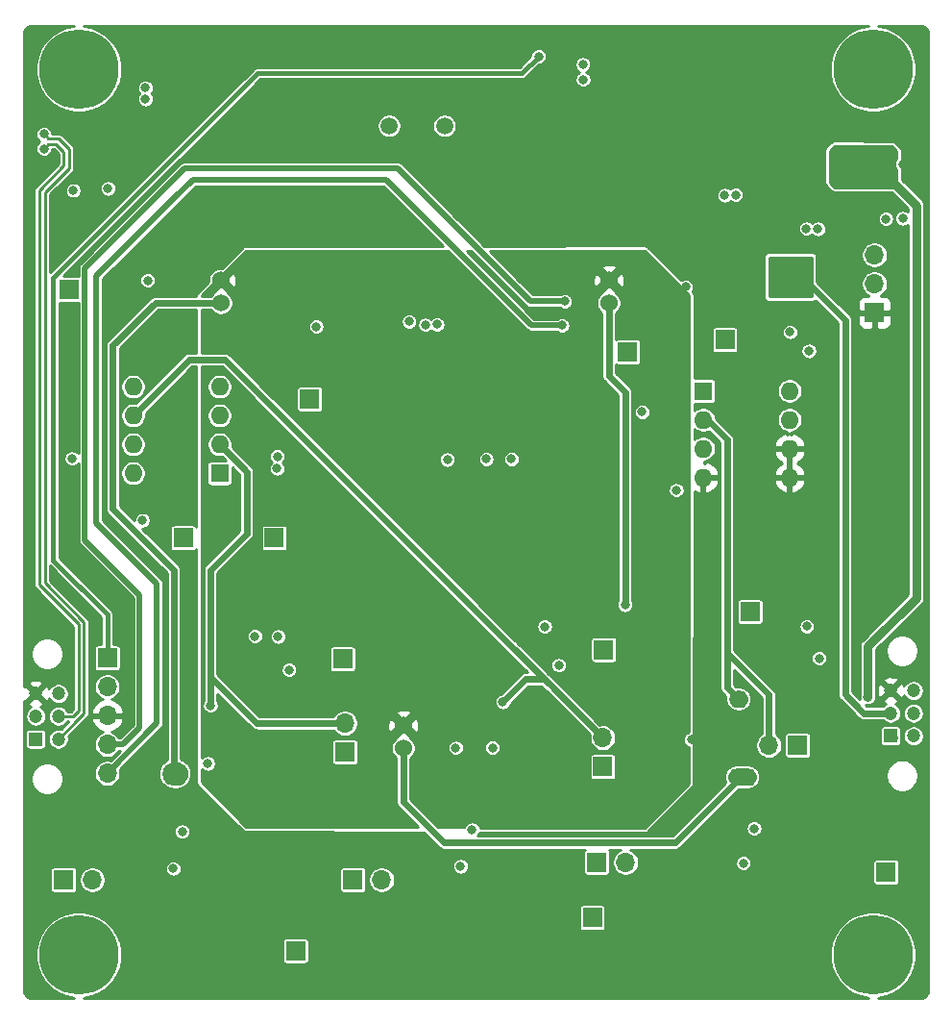
<source format=gbr>
%TF.GenerationSoftware,KiCad,Pcbnew,(5.1.9)-1*%
%TF.CreationDate,2022-01-14T21:41:21-05:00*%
%TF.ProjectId,mama_board,6d616d61-5f62-46f6-9172-642e6b696361,rev?*%
%TF.SameCoordinates,Original*%
%TF.FileFunction,Copper,L4,Bot*%
%TF.FilePolarity,Positive*%
%FSLAX46Y46*%
G04 Gerber Fmt 4.6, Leading zero omitted, Abs format (unit mm)*
G04 Created by KiCad (PCBNEW (5.1.9)-1) date 2022-01-14 21:41:21*
%MOMM*%
%LPD*%
G01*
G04 APERTURE LIST*
%TA.AperFunction,ComponentPad*%
%ADD10C,1.524000*%
%TD*%
%TA.AperFunction,ComponentPad*%
%ADD11O,1.600000X1.600000*%
%TD*%
%TA.AperFunction,ComponentPad*%
%ADD12R,1.600000X1.600000*%
%TD*%
%TA.AperFunction,ComponentPad*%
%ADD13C,7.000000*%
%TD*%
%TA.AperFunction,ComponentPad*%
%ADD14R,1.700000X1.700000*%
%TD*%
%TA.AperFunction,ComponentPad*%
%ADD15O,1.700000X1.700000*%
%TD*%
%TA.AperFunction,ComponentPad*%
%ADD16C,1.500000*%
%TD*%
%TA.AperFunction,ComponentPad*%
%ADD17C,1.200000*%
%TD*%
%TA.AperFunction,ComponentPad*%
%ADD18R,1.200000X1.200000*%
%TD*%
%TA.AperFunction,ViaPad*%
%ADD19C,0.800000*%
%TD*%
%TA.AperFunction,Conductor*%
%ADD20C,0.600000*%
%TD*%
%TA.AperFunction,Conductor*%
%ADD21C,0.420000*%
%TD*%
%TA.AperFunction,Conductor*%
%ADD22C,0.250000*%
%TD*%
%TA.AperFunction,Conductor*%
%ADD23C,0.500000*%
%TD*%
%TA.AperFunction,Conductor*%
%ADD24C,0.800000*%
%TD*%
%TA.AperFunction,Conductor*%
%ADD25C,0.254000*%
%TD*%
%TA.AperFunction,Conductor*%
%ADD26C,0.100000*%
%TD*%
G04 APERTURE END LIST*
D10*
%TO.P,U15,2*%
%TO.N,+36V*%
X141600000Y-127800000D03*
%TO.P,U15,1*%
%TO.N,/Detector Circuit 3/SIPM_OUT_3*%
X141600000Y-129800000D03*
%TD*%
D11*
%TO.P,U11,8*%
%TO.N,+5V*%
X117780000Y-105600000D03*
%TO.P,U11,4*%
%TO.N,GND*%
X125400000Y-97980000D03*
%TO.P,U11,7*%
%TO.N,/Comparitor Circuits/INTERRUPT_2*%
X117780000Y-103060000D03*
%TO.P,U11,3*%
%TO.N,Net-(R32-Pad2)*%
X125400000Y-100520000D03*
%TO.P,U11,6*%
%TO.N,/AMP_OUT_2*%
X117780000Y-100520000D03*
%TO.P,U11,2*%
%TO.N,/AMP_OUT_1*%
X125400000Y-103060000D03*
%TO.P,U11,5*%
%TO.N,Net-(R34-Pad2)*%
X117780000Y-97980000D03*
D12*
%TO.P,U11,1*%
%TO.N,/Comparitor Circuits/INTERRUPT_1*%
X125400000Y-105600000D03*
%TD*%
D13*
%TO.P,REF\u002A\u002A,1*%
%TO.N,N/C*%
X183000000Y-70000000D03*
%TD*%
%TO.P,REF\u002A\u002A,1*%
%TO.N,N/C*%
X113000000Y-70000000D03*
%TD*%
%TO.P,REF\u002A\u002A,1*%
%TO.N,N/C*%
X113000000Y-148000000D03*
%TD*%
%TO.P,REF\u002A\u002A,1*%
%TO.N,N/C*%
X183000000Y-148000000D03*
%TD*%
D10*
%TO.P,U14,2*%
%TO.N,+36V*%
X159700000Y-88600000D03*
%TO.P,U14,1*%
%TO.N,/Detector Circuit 2/SIPM_OUT_2*%
X159700000Y-90600000D03*
%TD*%
%TO.P,U13,2*%
%TO.N,+36V*%
X125500000Y-88600000D03*
%TO.P,U13,1*%
%TO.N,/Detector Circuit 1/SIPM_OUT_1*%
X125500000Y-90600000D03*
%TD*%
D14*
%TO.P,TP6,1*%
%TO.N,/DET_ADC_3*%
X172148500Y-117792500D03*
%TD*%
%TO.P,TP3,1*%
%TO.N,Net-(C20-Pad2)*%
X158250000Y-144725000D03*
%TD*%
D15*
%TO.P,JP5,2*%
%TO.N,/Detector Circuit 3/Filter_IN*%
X161190000Y-139850000D03*
D14*
%TO.P,JP5,1*%
%TO.N,Net-(C24-Pad1)*%
X158650000Y-139850000D03*
%TD*%
D15*
%TO.P,JP2,2*%
%TO.N,/AMP_OUT_1*%
X136450000Y-127610000D03*
D14*
%TO.P,JP2,1*%
%TO.N,Net-(JP2-Pad1)*%
X136450000Y-130150000D03*
%TD*%
D16*
%TO.P,Y1,2*%
%TO.N,/Microcontroller/OSC2*%
X140340000Y-75000000D03*
%TO.P,Y1,1*%
%TO.N,/Microcontroller/OSC1*%
X145220000Y-75000000D03*
%TD*%
D11*
%TO.P,U12,8*%
%TO.N,+5V*%
X175645000Y-98350000D03*
%TO.P,U12,4*%
%TO.N,GND*%
X168025000Y-105970000D03*
%TO.P,U12,7*%
%TO.N,Net-(U12-Pad7)*%
X175645000Y-100890000D03*
%TO.P,U12,3*%
%TO.N,Net-(R36-Pad2)*%
X168025000Y-103430000D03*
%TO.P,U12,6*%
%TO.N,GND*%
X175645000Y-103430000D03*
%TO.P,U12,2*%
%TO.N,/AMP_OUT_3*%
X168025000Y-100890000D03*
%TO.P,U12,5*%
%TO.N,GND*%
X175645000Y-105970000D03*
D12*
%TO.P,U12,1*%
%TO.N,/Comparitor Circuits/INTERRUPT_3*%
X168025000Y-98350000D03*
%TD*%
D14*
%TO.P,TP12,1*%
%TO.N,/Comparitor Circuits/INTERRUPT_3*%
X161350000Y-94925000D03*
%TD*%
%TO.P,TP11,1*%
%TO.N,/Comparitor Circuits/INTERRUPT_2*%
X133350000Y-99060000D03*
%TD*%
%TO.P,TP10,1*%
%TO.N,/Comparitor Circuits/INTERRUPT_1*%
X130223260Y-111295180D03*
%TD*%
%TO.P,TP9,1*%
%TO.N,Net-(R36-Pad2)*%
X169935000Y-93845000D03*
%TD*%
%TO.P,TP8,1*%
%TO.N,Net-(R34-Pad2)*%
X112141000Y-89408000D03*
%TD*%
%TO.P,TP7,1*%
%TO.N,Net-(R32-Pad2)*%
X122190000Y-111290000D03*
%TD*%
%TO.P,TP5,1*%
%TO.N,Net-(C26-Pad2)*%
X184150000Y-140716000D03*
%TD*%
%TO.P,TP4,1*%
%TO.N,/DET_ADC_2*%
X159258000Y-121137680D03*
%TD*%
%TO.P,TP2,1*%
%TO.N,/DET_ADC_1*%
X136250000Y-121950000D03*
%TD*%
%TO.P,TP1,1*%
%TO.N,Net-(C12-Pad2)*%
X132100000Y-147650000D03*
%TD*%
D15*
%TO.P,JP6,2*%
%TO.N,/AMP_OUT_3*%
X173810000Y-129560000D03*
D14*
%TO.P,JP6,1*%
%TO.N,Net-(JP6-Pad1)*%
X176350000Y-129560000D03*
%TD*%
%TO.P,JP4,1*%
%TO.N,Net-(JP4-Pad1)*%
X159176720Y-131434840D03*
D15*
%TO.P,JP4,2*%
%TO.N,/AMP_OUT_2*%
X159176720Y-128894840D03*
%TD*%
%TO.P,JP3,2*%
%TO.N,/Detector Circuit 2/Filter_IN*%
X139690000Y-141400000D03*
D14*
%TO.P,JP3,1*%
%TO.N,Net-(C18-Pad1)*%
X137150000Y-141400000D03*
%TD*%
%TO.P,JP1,1*%
%TO.N,Net-(C7-Pad1)*%
X111650000Y-141400000D03*
D15*
%TO.P,JP1,2*%
%TO.N,/Detector Circuit 1/Filter_IN*%
X114190000Y-141400000D03*
%TD*%
D17*
%TO.P,J10,2*%
%TO.N,Net-(J10-Pad2)*%
X109190500Y-127000000D03*
D18*
%TO.P,J10,1*%
%TO.N,Net-(J10-Pad1)*%
X109190500Y-129000000D03*
D17*
%TO.P,J10,3*%
%TO.N,GND*%
X109190500Y-125000000D03*
%TO.P,J10,6*%
%TO.N,Net-(J10-Pad6)*%
X111190500Y-125000000D03*
%TO.P,J10,5*%
%TO.N,/Microcontroller/CANL*%
X111190500Y-127000000D03*
%TO.P,J10,4*%
%TO.N,/Microcontroller/CANH*%
X111190500Y-129000000D03*
%TD*%
D15*
%TO.P,J7,3*%
%TO.N,Net-(F3-Pad2)*%
X183124840Y-86374280D03*
%TO.P,J7,2*%
%TO.N,Net-(F1-Pad2)*%
X183124840Y-88914280D03*
D14*
%TO.P,J7,1*%
%TO.N,GND*%
X183124840Y-91454280D03*
%TD*%
D17*
%TO.P,J4,2*%
%TO.N,+37V*%
X184556400Y-126727200D03*
D18*
%TO.P,J4,1*%
%TO.N,+5.4V*%
X184556400Y-128727200D03*
D17*
%TO.P,J4,3*%
%TO.N,GND*%
X184556400Y-124727200D03*
%TO.P,J4,6*%
%TO.N,Net-(J4-Pad6)*%
X186556400Y-124727200D03*
%TO.P,J4,5*%
%TO.N,Net-(J4-Pad5)*%
X186556400Y-126727200D03*
%TO.P,J4,4*%
%TO.N,Net-(J4-Pad4)*%
X186556400Y-128727200D03*
%TD*%
D14*
%TO.P,J1,1*%
%TO.N,/Microcontroller/MCLR*%
X115500000Y-121860000D03*
D15*
%TO.P,J1,2*%
%TO.N,+5V*%
X115500000Y-124400000D03*
%TO.P,J1,3*%
%TO.N,GND*%
X115500000Y-126940000D03*
%TO.P,J1,4*%
%TO.N,/Microcontroller/ICSPDAT*%
X115500000Y-129480000D03*
%TO.P,J1,5*%
%TO.N,/Microcontroller/ICSPCLK*%
X115500000Y-132020000D03*
%TD*%
D19*
%TO.N,GND*%
X123108720Y-82351880D03*
X152115520Y-149644100D03*
X155850000Y-140900000D03*
X139548360Y-68656660D03*
X185602880Y-78364080D03*
X151132306Y-104352679D03*
X145478500Y-104394000D03*
X146320000Y-68710000D03*
X165656260Y-107091480D03*
X117400000Y-95400000D03*
X176629840Y-79999280D03*
X164534840Y-80469280D03*
X112537240Y-81724500D03*
X142108000Y-92230000D03*
X144648000Y-79276000D03*
X177779680Y-141239240D03*
X166989760Y-129047240D03*
X170299040Y-128993260D03*
X178183540Y-147662900D03*
X170942000Y-144018000D03*
X149445980Y-129758440D03*
X146212560Y-129778760D03*
X146116040Y-149796500D03*
X118350000Y-131250000D03*
X124350000Y-131150000D03*
X128513840Y-119954040D03*
X127828040Y-141980920D03*
X119266679Y-140400000D03*
X120035320Y-149509480D03*
X126527560Y-148544280D03*
X144593418Y-140208000D03*
X169519182Y-139957240D03*
X175125040Y-119087260D03*
X149265640Y-75854560D03*
X148909806Y-104352679D03*
X120908500Y-72644000D03*
X121076720Y-87505540D03*
X169994840Y-87299280D03*
X181504840Y-74194280D03*
X173646820Y-93139680D03*
X136331960Y-77388720D03*
X136291320Y-75890120D03*
X136337040Y-74295000D03*
X136316720Y-72953880D03*
X137459720Y-71775320D03*
X149270720Y-77343000D03*
X149230080Y-74269600D03*
X149250400Y-72765920D03*
X148193760Y-71661020D03*
X136306560Y-71798180D03*
X149275800Y-71666100D03*
X151457660Y-74874120D03*
X119811800Y-109804200D03*
X154051000Y-119100600D03*
%TO.N,+37V*%
X175854360Y-89458800D03*
X175821340Y-87398860D03*
X174300000Y-87375000D03*
X177217940Y-87399000D03*
%TO.N,+4.7V*%
X147655280Y-136982200D03*
X121322873Y-140400000D03*
X146643418Y-140208000D03*
X171569182Y-139934182D03*
X177157040Y-119087260D03*
X130548380Y-119979440D03*
X185610500Y-83146900D03*
X184124600Y-83197700D03*
X122097800Y-137154920D03*
X178247040Y-121899680D03*
X131526280Y-122915680D03*
X172511720Y-136875520D03*
X155305760Y-122504200D03*
%TO.N,+36V*%
X164854840Y-89179280D03*
X163111180Y-89168480D03*
X166469060Y-89183720D03*
%TO.N,+5V*%
X133925000Y-92675000D03*
X112400000Y-104300000D03*
X162650000Y-100200000D03*
X178124840Y-84084280D03*
X177104840Y-84064280D03*
X169914840Y-81119280D03*
X144570000Y-92500000D03*
X157445000Y-70927000D03*
X157435000Y-69597000D03*
X118863000Y-71644000D03*
X143540000Y-92530000D03*
X118863000Y-72644000D03*
X119054880Y-88615520D03*
X115570000Y-80518000D03*
X112500000Y-80700000D03*
X170874840Y-81091280D03*
X175676560Y-93157040D03*
X177342800Y-94828360D03*
X118592600Y-109740700D03*
X130480000Y-104120000D03*
X130475000Y-105175000D03*
%TO.N,/AMP_OUT_1*%
X124600000Y-126050000D03*
%TO.N,/AMP_OUT_2*%
X150368000Y-125730000D03*
%TO.N,/AMP_OUT_3*%
X171061040Y-125437260D03*
%TO.N,/Detector Circuit 1/SIPM_OUT_1*%
X121410000Y-132040000D03*
%TO.N,/Detector Circuit 2/SIPM_OUT_2*%
X161137600Y-117180360D03*
%TO.N,/Detector Circuit 3/SIPM_OUT_3*%
X171350000Y-132360000D03*
%TO.N,/Microcontroller/MCLR*%
X153515000Y-68897000D03*
%TO.N,/Microcontroller/ICSPDAT*%
X155824000Y-90452000D03*
%TO.N,/Microcontroller/ICSPCLK*%
X155575000Y-92583000D03*
%TO.N,+5.4V*%
X184594500Y-78371700D03*
X179650000Y-79850000D03*
X184584840Y-77177900D03*
X179675000Y-78875000D03*
X182537100Y-125310900D03*
%TO.N,/Microcontroller/CANL*%
X109910000Y-77010000D03*
%TO.N,/Microcontroller/CANH*%
X109910000Y-75730000D03*
%TD*%
D20*
%TO.N,+37V*%
X180525420Y-92102940D02*
X175821340Y-87398860D01*
X180525420Y-125095000D02*
X180525420Y-92102940D01*
X184556400Y-126727200D02*
X182157620Y-126727200D01*
X182157620Y-126727200D02*
X181734460Y-126304040D01*
X181734460Y-126304040D02*
X180525420Y-125095000D01*
%TO.N,/AMP_OUT_1*%
X127800000Y-110914998D02*
X124600000Y-114114998D01*
X127800000Y-110914998D02*
X127800000Y-105460000D01*
X125400000Y-103060000D02*
X127800000Y-105460000D01*
X124600000Y-126050000D02*
X124600000Y-123547840D01*
X124600000Y-123547840D02*
X124600000Y-114114998D01*
X128662160Y-127610000D02*
X124600000Y-123547840D01*
X136450000Y-127610000D02*
X128662160Y-127610000D01*
%TO.N,/AMP_OUT_2*%
X117780000Y-100520000D02*
X122700000Y-95600000D01*
X150368000Y-125730000D02*
X152364440Y-123733560D01*
D21*
X154015440Y-123733560D02*
X154617420Y-124335540D01*
D20*
X152364440Y-123733560D02*
X154015440Y-123733560D01*
X151196040Y-120914160D02*
X154617420Y-124335540D01*
X154617420Y-124335540D02*
X159176720Y-128894840D01*
D21*
X151196040Y-120914160D02*
X151190960Y-120914160D01*
D20*
X125876800Y-95600000D02*
X122700000Y-95600000D01*
X151190960Y-120914160D02*
X125876800Y-95600000D01*
%TO.N,/AMP_OUT_3*%
X170119040Y-124495260D02*
X171061040Y-125437260D01*
X170119040Y-107659040D02*
X170119040Y-110199040D01*
X170119040Y-102634040D02*
X170119040Y-107659040D01*
X168025000Y-100540000D02*
X170119040Y-102634040D01*
X173810000Y-129560000D02*
X173810000Y-125097880D01*
X170119040Y-124495260D02*
X170119040Y-121406920D01*
X173810000Y-125097880D02*
X170119040Y-121406920D01*
X170119040Y-121406920D02*
X170119040Y-110199040D01*
%TO.N,/Detector Circuit 1/SIPM_OUT_1*%
X125500000Y-90600000D02*
X119740000Y-90600000D01*
X119740000Y-90600000D02*
X115980000Y-94360000D01*
X115980000Y-94360000D02*
X115980000Y-108730000D01*
X115980000Y-108730000D02*
X121380000Y-114130000D01*
X121380000Y-114130000D02*
X121380000Y-132010000D01*
D22*
X121380000Y-132010000D02*
X121410000Y-132040000D01*
D20*
%TO.N,/Detector Circuit 2/SIPM_OUT_2*%
X161137600Y-117180360D02*
X161137600Y-98445320D01*
X159700000Y-97007720D02*
X159700000Y-90600000D01*
X161137600Y-98445320D02*
X159700000Y-97007720D01*
%TO.N,/Detector Circuit 3/SIPM_OUT_3*%
X171350000Y-132360000D02*
X165589880Y-138120120D01*
X165589880Y-138120120D02*
X145155920Y-138120120D01*
X141600000Y-134564200D02*
X141600000Y-129800000D01*
X145155920Y-138120120D02*
X141600000Y-134564200D01*
D21*
%TO.N,/Microcontroller/MCLR*%
X128778000Y-70358000D02*
X152054000Y-70358000D01*
X121539000Y-77597000D02*
X128778000Y-70358000D01*
X115500000Y-118040000D02*
X110744000Y-113284000D01*
X152054000Y-70358000D02*
X153515000Y-68897000D01*
X115500000Y-121860000D02*
X115500000Y-118040000D01*
X110744000Y-88366998D02*
X121513998Y-77597000D01*
X110744000Y-113284000D02*
X110744000Y-88366998D01*
X121513998Y-77597000D02*
X121539000Y-77597000D01*
D23*
%TO.N,/Microcontroller/ICSPDAT*%
X118364000Y-116332000D02*
X118364000Y-128016000D01*
X113538000Y-111506000D02*
X118364000Y-116332000D01*
X113538000Y-87515174D02*
X122313174Y-78740000D01*
X113538000Y-111506000D02*
X113538000Y-87515174D01*
X122313174Y-78740000D02*
X141097000Y-78740000D01*
X152809000Y-90452000D02*
X155824000Y-90452000D01*
X141097000Y-78740000D02*
X152809000Y-90452000D01*
X116900000Y-129480000D02*
X118364000Y-128016000D01*
X115500000Y-129480000D02*
X116900000Y-129480000D01*
%TO.N,/Microcontroller/ICSPCLK*%
X119888000Y-115316000D02*
X114808000Y-110236000D01*
X114808000Y-110236000D02*
X114554000Y-109982000D01*
X114554000Y-109982000D02*
X114554000Y-89662000D01*
X119888000Y-127632000D02*
X119888000Y-115316000D01*
X152268000Y-91943000D02*
X140081000Y-79756000D01*
X114554000Y-89662000D02*
X114554000Y-88265000D01*
X114554000Y-88265000D02*
X121412000Y-81407000D01*
X140081000Y-79756000D02*
X123063000Y-79756000D01*
X121412000Y-81407000D02*
X123063000Y-79756000D01*
X152908000Y-92583000D02*
X152268000Y-91943000D01*
X155575000Y-92583000D02*
X152908000Y-92583000D01*
X115500000Y-132020000D02*
X119888000Y-127632000D01*
D21*
%TO.N,+5.4V*%
X184928000Y-128873000D02*
X184873000Y-128873000D01*
D24*
X184594500Y-78371700D02*
X184594500Y-79819500D01*
X184594500Y-79819500D02*
X186804300Y-82029300D01*
X186804300Y-82029300D02*
X186804300Y-115481100D01*
X186804300Y-115481100D02*
X186804300Y-116560600D01*
X186804300Y-116560600D02*
X182537100Y-120827800D01*
X182537100Y-120827800D02*
X182537100Y-125310900D01*
D22*
%TO.N,/Microcontroller/CANL*%
X112960000Y-118913554D02*
X109490000Y-115443554D01*
X109490000Y-115443554D02*
X109490000Y-80676446D01*
X109490000Y-80676446D02*
X111650000Y-78516446D01*
X111650000Y-78516446D02*
X111650000Y-77293554D01*
X110976446Y-76620000D02*
X110300000Y-76620000D01*
X110300000Y-76620000D02*
X109910000Y-77010000D01*
X111650000Y-77293554D02*
X110976446Y-76620000D01*
X112483393Y-127000000D02*
X111190500Y-127000000D01*
X112960000Y-126523393D02*
X112483393Y-127000000D01*
X112960000Y-118913554D02*
X112960000Y-126523393D01*
%TO.N,/Microcontroller/CANH*%
X113460000Y-118706446D02*
X109990000Y-115236446D01*
X109990000Y-115236446D02*
X109990000Y-80883554D01*
X109990000Y-80883554D02*
X112150000Y-78723554D01*
X112150000Y-78723554D02*
X112150000Y-77086446D01*
X111183554Y-76120000D02*
X110300000Y-76120000D01*
X112150000Y-77086446D02*
X111183554Y-76120000D01*
X110300000Y-76120000D02*
X109910000Y-75730000D01*
X113460000Y-126730500D02*
X112836947Y-127353553D01*
X113460000Y-118706446D02*
X113460000Y-126730500D01*
X112836947Y-127353553D02*
X111190500Y-129000000D01*
%TD*%
D25*
%TO.N,GND*%
X111883705Y-66320070D02*
X111187236Y-66608557D01*
X110560430Y-67027375D01*
X110027375Y-67560430D01*
X109608557Y-68187236D01*
X109320070Y-68883705D01*
X109173000Y-69623073D01*
X109173000Y-70376927D01*
X109320070Y-71116295D01*
X109608557Y-71812764D01*
X110027375Y-72439570D01*
X110560430Y-72972625D01*
X111187236Y-73391443D01*
X111883705Y-73679930D01*
X112623073Y-73827000D01*
X113376927Y-73827000D01*
X114116295Y-73679930D01*
X114812764Y-73391443D01*
X115439570Y-72972625D01*
X115972625Y-72439570D01*
X116391443Y-71812764D01*
X116491006Y-71572397D01*
X118136000Y-71572397D01*
X118136000Y-71715603D01*
X118163938Y-71856058D01*
X118218741Y-71988364D01*
X118298302Y-72107436D01*
X118334866Y-72144000D01*
X118298302Y-72180564D01*
X118218741Y-72299636D01*
X118163938Y-72431942D01*
X118136000Y-72572397D01*
X118136000Y-72715603D01*
X118163938Y-72856058D01*
X118218741Y-72988364D01*
X118298302Y-73107436D01*
X118399564Y-73208698D01*
X118518636Y-73288259D01*
X118650942Y-73343062D01*
X118791397Y-73371000D01*
X118934603Y-73371000D01*
X119075058Y-73343062D01*
X119207364Y-73288259D01*
X119326436Y-73208698D01*
X119427698Y-73107436D01*
X119507259Y-72988364D01*
X119562062Y-72856058D01*
X119590000Y-72715603D01*
X119590000Y-72572397D01*
X119562062Y-72431942D01*
X119507259Y-72299636D01*
X119427698Y-72180564D01*
X119391134Y-72144000D01*
X119427698Y-72107436D01*
X119507259Y-71988364D01*
X119562062Y-71856058D01*
X119590000Y-71715603D01*
X119590000Y-71572397D01*
X119562062Y-71431942D01*
X119507259Y-71299636D01*
X119427698Y-71180564D01*
X119326436Y-71079302D01*
X119207364Y-70999741D01*
X119075058Y-70944938D01*
X118934603Y-70917000D01*
X118791397Y-70917000D01*
X118650942Y-70944938D01*
X118518636Y-70999741D01*
X118399564Y-71079302D01*
X118298302Y-71180564D01*
X118218741Y-71299636D01*
X118163938Y-71431942D01*
X118136000Y-71572397D01*
X116491006Y-71572397D01*
X116679930Y-71116295D01*
X116827000Y-70376927D01*
X116827000Y-69623073D01*
X116679930Y-68883705D01*
X116391443Y-68187236D01*
X115972625Y-67560430D01*
X115439570Y-67027375D01*
X114812764Y-66608557D01*
X114116295Y-66320070D01*
X113397036Y-66177000D01*
X182602964Y-66177000D01*
X181883705Y-66320070D01*
X181187236Y-66608557D01*
X180560430Y-67027375D01*
X180027375Y-67560430D01*
X179608557Y-68187236D01*
X179320070Y-68883705D01*
X179173000Y-69623073D01*
X179173000Y-70376927D01*
X179320070Y-71116295D01*
X179608557Y-71812764D01*
X180027375Y-72439570D01*
X180560430Y-72972625D01*
X181187236Y-73391443D01*
X181883705Y-73679930D01*
X182623073Y-73827000D01*
X183376927Y-73827000D01*
X184116295Y-73679930D01*
X184812764Y-73391443D01*
X185439570Y-72972625D01*
X185972625Y-72439570D01*
X186391443Y-71812764D01*
X186679930Y-71116295D01*
X186827000Y-70376927D01*
X186827000Y-69623073D01*
X186679930Y-68883705D01*
X186391443Y-68187236D01*
X185972625Y-67560430D01*
X185439570Y-67027375D01*
X184812764Y-66608557D01*
X184116295Y-66320070D01*
X183397036Y-66177000D01*
X187277736Y-66177000D01*
X187333850Y-66194022D01*
X187484672Y-66274638D01*
X187616870Y-66383130D01*
X187725362Y-66515328D01*
X187805978Y-66666150D01*
X187823001Y-66722267D01*
X187823000Y-151277736D01*
X187805978Y-151333850D01*
X187725362Y-151484672D01*
X187616870Y-151616870D01*
X187484672Y-151725362D01*
X187333850Y-151805978D01*
X187277736Y-151823000D01*
X183397036Y-151823000D01*
X184116295Y-151679930D01*
X184812764Y-151391443D01*
X185439570Y-150972625D01*
X185972625Y-150439570D01*
X186391443Y-149812764D01*
X186679930Y-149116295D01*
X186827000Y-148376927D01*
X186827000Y-147623073D01*
X186679930Y-146883705D01*
X186391443Y-146187236D01*
X185972625Y-145560430D01*
X185439570Y-145027375D01*
X184812764Y-144608557D01*
X184116295Y-144320070D01*
X183376927Y-144173000D01*
X182623073Y-144173000D01*
X181883705Y-144320070D01*
X181187236Y-144608557D01*
X180560430Y-145027375D01*
X180027375Y-145560430D01*
X179608557Y-146187236D01*
X179320070Y-146883705D01*
X179173000Y-147623073D01*
X179173000Y-148376927D01*
X179320070Y-149116295D01*
X179608557Y-149812764D01*
X180027375Y-150439570D01*
X180560430Y-150972625D01*
X181187236Y-151391443D01*
X181883705Y-151679930D01*
X182602964Y-151823000D01*
X113397036Y-151823000D01*
X114116295Y-151679930D01*
X114812764Y-151391443D01*
X115439570Y-150972625D01*
X115972625Y-150439570D01*
X116391443Y-149812764D01*
X116679930Y-149116295D01*
X116827000Y-148376927D01*
X116827000Y-147623073D01*
X116679930Y-146883705D01*
X116645259Y-146800000D01*
X130921418Y-146800000D01*
X130921418Y-148500000D01*
X130927732Y-148564103D01*
X130946430Y-148625743D01*
X130976794Y-148682550D01*
X131017657Y-148732343D01*
X131067450Y-148773206D01*
X131124257Y-148803570D01*
X131185897Y-148822268D01*
X131250000Y-148828582D01*
X132950000Y-148828582D01*
X133014103Y-148822268D01*
X133075743Y-148803570D01*
X133132550Y-148773206D01*
X133182343Y-148732343D01*
X133223206Y-148682550D01*
X133253570Y-148625743D01*
X133272268Y-148564103D01*
X133278582Y-148500000D01*
X133278582Y-146800000D01*
X133272268Y-146735897D01*
X133253570Y-146674257D01*
X133223206Y-146617450D01*
X133182343Y-146567657D01*
X133132550Y-146526794D01*
X133075743Y-146496430D01*
X133014103Y-146477732D01*
X132950000Y-146471418D01*
X131250000Y-146471418D01*
X131185897Y-146477732D01*
X131124257Y-146496430D01*
X131067450Y-146526794D01*
X131017657Y-146567657D01*
X130976794Y-146617450D01*
X130946430Y-146674257D01*
X130927732Y-146735897D01*
X130921418Y-146800000D01*
X116645259Y-146800000D01*
X116391443Y-146187236D01*
X115972625Y-145560430D01*
X115439570Y-145027375D01*
X114812764Y-144608557D01*
X114116295Y-144320070D01*
X113376927Y-144173000D01*
X112623073Y-144173000D01*
X111883705Y-144320070D01*
X111187236Y-144608557D01*
X110560430Y-145027375D01*
X110027375Y-145560430D01*
X109608557Y-146187236D01*
X109320070Y-146883705D01*
X109173000Y-147623073D01*
X109173000Y-148376927D01*
X109320070Y-149116295D01*
X109608557Y-149812764D01*
X110027375Y-150439570D01*
X110560430Y-150972625D01*
X111187236Y-151391443D01*
X111883705Y-151679930D01*
X112602964Y-151823000D01*
X108722264Y-151823000D01*
X108666150Y-151805978D01*
X108515328Y-151725362D01*
X108383130Y-151616870D01*
X108274638Y-151484672D01*
X108194022Y-151333850D01*
X108177000Y-151277736D01*
X108177000Y-143875000D01*
X157071418Y-143875000D01*
X157071418Y-145575000D01*
X157077732Y-145639103D01*
X157096430Y-145700743D01*
X157126794Y-145757550D01*
X157167657Y-145807343D01*
X157217450Y-145848206D01*
X157274257Y-145878570D01*
X157335897Y-145897268D01*
X157400000Y-145903582D01*
X159100000Y-145903582D01*
X159164103Y-145897268D01*
X159225743Y-145878570D01*
X159282550Y-145848206D01*
X159332343Y-145807343D01*
X159373206Y-145757550D01*
X159403570Y-145700743D01*
X159422268Y-145639103D01*
X159428582Y-145575000D01*
X159428582Y-143875000D01*
X159422268Y-143810897D01*
X159403570Y-143749257D01*
X159373206Y-143692450D01*
X159332343Y-143642657D01*
X159282550Y-143601794D01*
X159225743Y-143571430D01*
X159164103Y-143552732D01*
X159100000Y-143546418D01*
X157400000Y-143546418D01*
X157335897Y-143552732D01*
X157274257Y-143571430D01*
X157217450Y-143601794D01*
X157167657Y-143642657D01*
X157126794Y-143692450D01*
X157096430Y-143749257D01*
X157077732Y-143810897D01*
X157071418Y-143875000D01*
X108177000Y-143875000D01*
X108177000Y-140550000D01*
X110471418Y-140550000D01*
X110471418Y-142250000D01*
X110477732Y-142314103D01*
X110496430Y-142375743D01*
X110526794Y-142432550D01*
X110567657Y-142482343D01*
X110617450Y-142523206D01*
X110674257Y-142553570D01*
X110735897Y-142572268D01*
X110800000Y-142578582D01*
X112500000Y-142578582D01*
X112564103Y-142572268D01*
X112625743Y-142553570D01*
X112682550Y-142523206D01*
X112732343Y-142482343D01*
X112773206Y-142432550D01*
X112803570Y-142375743D01*
X112822268Y-142314103D01*
X112828582Y-142250000D01*
X112828582Y-141284076D01*
X113013000Y-141284076D01*
X113013000Y-141515924D01*
X113058231Y-141743318D01*
X113146956Y-141957519D01*
X113275764Y-142150294D01*
X113439706Y-142314236D01*
X113632481Y-142443044D01*
X113846682Y-142531769D01*
X114074076Y-142577000D01*
X114305924Y-142577000D01*
X114533318Y-142531769D01*
X114747519Y-142443044D01*
X114940294Y-142314236D01*
X115104236Y-142150294D01*
X115233044Y-141957519D01*
X115321769Y-141743318D01*
X115367000Y-141515924D01*
X115367000Y-141284076D01*
X115321769Y-141056682D01*
X115233044Y-140842481D01*
X115104236Y-140649706D01*
X114940294Y-140485764D01*
X114747519Y-140356956D01*
X114678572Y-140328397D01*
X120595873Y-140328397D01*
X120595873Y-140471603D01*
X120623811Y-140612058D01*
X120678614Y-140744364D01*
X120758175Y-140863436D01*
X120859437Y-140964698D01*
X120978509Y-141044259D01*
X121110815Y-141099062D01*
X121251270Y-141127000D01*
X121394476Y-141127000D01*
X121534931Y-141099062D01*
X121667237Y-141044259D01*
X121786309Y-140964698D01*
X121887571Y-140863436D01*
X121967132Y-140744364D01*
X122021935Y-140612058D01*
X122034278Y-140550000D01*
X135971418Y-140550000D01*
X135971418Y-142250000D01*
X135977732Y-142314103D01*
X135996430Y-142375743D01*
X136026794Y-142432550D01*
X136067657Y-142482343D01*
X136117450Y-142523206D01*
X136174257Y-142553570D01*
X136235897Y-142572268D01*
X136300000Y-142578582D01*
X138000000Y-142578582D01*
X138064103Y-142572268D01*
X138125743Y-142553570D01*
X138182550Y-142523206D01*
X138232343Y-142482343D01*
X138273206Y-142432550D01*
X138303570Y-142375743D01*
X138322268Y-142314103D01*
X138328582Y-142250000D01*
X138328582Y-141284076D01*
X138513000Y-141284076D01*
X138513000Y-141515924D01*
X138558231Y-141743318D01*
X138646956Y-141957519D01*
X138775764Y-142150294D01*
X138939706Y-142314236D01*
X139132481Y-142443044D01*
X139346682Y-142531769D01*
X139574076Y-142577000D01*
X139805924Y-142577000D01*
X140033318Y-142531769D01*
X140247519Y-142443044D01*
X140440294Y-142314236D01*
X140604236Y-142150294D01*
X140733044Y-141957519D01*
X140821769Y-141743318D01*
X140867000Y-141515924D01*
X140867000Y-141284076D01*
X140821769Y-141056682D01*
X140733044Y-140842481D01*
X140604236Y-140649706D01*
X140440294Y-140485764D01*
X140247519Y-140356956D01*
X140033318Y-140268231D01*
X139805924Y-140223000D01*
X139574076Y-140223000D01*
X139346682Y-140268231D01*
X139132481Y-140356956D01*
X138939706Y-140485764D01*
X138775764Y-140649706D01*
X138646956Y-140842481D01*
X138558231Y-141056682D01*
X138513000Y-141284076D01*
X138328582Y-141284076D01*
X138328582Y-140550000D01*
X138322268Y-140485897D01*
X138303570Y-140424257D01*
X138273206Y-140367450D01*
X138232343Y-140317657D01*
X138182550Y-140276794D01*
X138125743Y-140246430D01*
X138064103Y-140227732D01*
X138000000Y-140221418D01*
X136300000Y-140221418D01*
X136235897Y-140227732D01*
X136174257Y-140246430D01*
X136117450Y-140276794D01*
X136067657Y-140317657D01*
X136026794Y-140367450D01*
X135996430Y-140424257D01*
X135977732Y-140485897D01*
X135971418Y-140550000D01*
X122034278Y-140550000D01*
X122049873Y-140471603D01*
X122049873Y-140328397D01*
X122021935Y-140187942D01*
X122000585Y-140136397D01*
X145916418Y-140136397D01*
X145916418Y-140279603D01*
X145944356Y-140420058D01*
X145999159Y-140552364D01*
X146078720Y-140671436D01*
X146179982Y-140772698D01*
X146299054Y-140852259D01*
X146431360Y-140907062D01*
X146571815Y-140935000D01*
X146715021Y-140935000D01*
X146855476Y-140907062D01*
X146987782Y-140852259D01*
X147106854Y-140772698D01*
X147208116Y-140671436D01*
X147287677Y-140552364D01*
X147342480Y-140420058D01*
X147370418Y-140279603D01*
X147370418Y-140136397D01*
X147342480Y-139995942D01*
X147287677Y-139863636D01*
X147208116Y-139744564D01*
X147106854Y-139643302D01*
X146987782Y-139563741D01*
X146855476Y-139508938D01*
X146715021Y-139481000D01*
X146571815Y-139481000D01*
X146431360Y-139508938D01*
X146299054Y-139563741D01*
X146179982Y-139643302D01*
X146078720Y-139744564D01*
X145999159Y-139863636D01*
X145944356Y-139995942D01*
X145916418Y-140136397D01*
X122000585Y-140136397D01*
X121967132Y-140055636D01*
X121887571Y-139936564D01*
X121786309Y-139835302D01*
X121667237Y-139755741D01*
X121534931Y-139700938D01*
X121394476Y-139673000D01*
X121251270Y-139673000D01*
X121110815Y-139700938D01*
X120978509Y-139755741D01*
X120859437Y-139835302D01*
X120758175Y-139936564D01*
X120678614Y-140055636D01*
X120623811Y-140187942D01*
X120595873Y-140328397D01*
X114678572Y-140328397D01*
X114533318Y-140268231D01*
X114305924Y-140223000D01*
X114074076Y-140223000D01*
X113846682Y-140268231D01*
X113632481Y-140356956D01*
X113439706Y-140485764D01*
X113275764Y-140649706D01*
X113146956Y-140842481D01*
X113058231Y-141056682D01*
X113013000Y-141284076D01*
X112828582Y-141284076D01*
X112828582Y-140550000D01*
X112822268Y-140485897D01*
X112803570Y-140424257D01*
X112773206Y-140367450D01*
X112732343Y-140317657D01*
X112682550Y-140276794D01*
X112625743Y-140246430D01*
X112564103Y-140227732D01*
X112500000Y-140221418D01*
X110800000Y-140221418D01*
X110735897Y-140227732D01*
X110674257Y-140246430D01*
X110617450Y-140276794D01*
X110567657Y-140317657D01*
X110526794Y-140367450D01*
X110496430Y-140424257D01*
X110477732Y-140485897D01*
X110471418Y-140550000D01*
X108177000Y-140550000D01*
X108177000Y-137083317D01*
X121370800Y-137083317D01*
X121370800Y-137226523D01*
X121398738Y-137366978D01*
X121453541Y-137499284D01*
X121533102Y-137618356D01*
X121634364Y-137719618D01*
X121753436Y-137799179D01*
X121885742Y-137853982D01*
X122026197Y-137881920D01*
X122169403Y-137881920D01*
X122309858Y-137853982D01*
X122442164Y-137799179D01*
X122561236Y-137719618D01*
X122662498Y-137618356D01*
X122742059Y-137499284D01*
X122796862Y-137366978D01*
X122824800Y-137226523D01*
X122824800Y-137083317D01*
X122796862Y-136942862D01*
X122742059Y-136810556D01*
X122662498Y-136691484D01*
X122561236Y-136590222D01*
X122442164Y-136510661D01*
X122309858Y-136455858D01*
X122169403Y-136427920D01*
X122026197Y-136427920D01*
X121885742Y-136455858D01*
X121753436Y-136510661D01*
X121634364Y-136590222D01*
X121533102Y-136691484D01*
X121453541Y-136810556D01*
X121398738Y-136942862D01*
X121370800Y-137083317D01*
X108177000Y-137083317D01*
X108177000Y-132359453D01*
X108763500Y-132359453D01*
X108763500Y-132640547D01*
X108818338Y-132916241D01*
X108925909Y-133175938D01*
X109082076Y-133409660D01*
X109280840Y-133608424D01*
X109514562Y-133764591D01*
X109774259Y-133872162D01*
X110049953Y-133927000D01*
X110331047Y-133927000D01*
X110606741Y-133872162D01*
X110866438Y-133764591D01*
X111100160Y-133608424D01*
X111298924Y-133409660D01*
X111455091Y-133175938D01*
X111562662Y-132916241D01*
X111617500Y-132640547D01*
X111617500Y-132359453D01*
X111562662Y-132083759D01*
X111455091Y-131824062D01*
X111298924Y-131590340D01*
X111100160Y-131391576D01*
X110866438Y-131235409D01*
X110606741Y-131127838D01*
X110331047Y-131073000D01*
X110049953Y-131073000D01*
X109774259Y-131127838D01*
X109514562Y-131235409D01*
X109280840Y-131391576D01*
X109082076Y-131590340D01*
X108925909Y-131824062D01*
X108818338Y-132083759D01*
X108763500Y-132359453D01*
X108177000Y-132359453D01*
X108177000Y-128400000D01*
X108261918Y-128400000D01*
X108261918Y-129600000D01*
X108268232Y-129664103D01*
X108286930Y-129725743D01*
X108317294Y-129782550D01*
X108358157Y-129832343D01*
X108407950Y-129873206D01*
X108464757Y-129903570D01*
X108526397Y-129922268D01*
X108590500Y-129928582D01*
X109790500Y-129928582D01*
X109854603Y-129922268D01*
X109916243Y-129903570D01*
X109973050Y-129873206D01*
X110022843Y-129832343D01*
X110063706Y-129782550D01*
X110094070Y-129725743D01*
X110112768Y-129664103D01*
X110119082Y-129600000D01*
X110119082Y-128400000D01*
X110112768Y-128335897D01*
X110094070Y-128274257D01*
X110063706Y-128217450D01*
X110022843Y-128167657D01*
X109973050Y-128126794D01*
X109916243Y-128096430D01*
X109854603Y-128077732D01*
X109790500Y-128071418D01*
X108590500Y-128071418D01*
X108526397Y-128077732D01*
X108464757Y-128096430D01*
X108407950Y-128126794D01*
X108358157Y-128167657D01*
X108317294Y-128217450D01*
X108286930Y-128274257D01*
X108268232Y-128335897D01*
X108261918Y-128400000D01*
X108177000Y-128400000D01*
X108177000Y-126908699D01*
X108263500Y-126908699D01*
X108263500Y-127091301D01*
X108299124Y-127270396D01*
X108369004Y-127439099D01*
X108470452Y-127590928D01*
X108599572Y-127720048D01*
X108751401Y-127821496D01*
X108920104Y-127891376D01*
X109099199Y-127927000D01*
X109281801Y-127927000D01*
X109460896Y-127891376D01*
X109629599Y-127821496D01*
X109781428Y-127720048D01*
X109910548Y-127590928D01*
X110011996Y-127439099D01*
X110081876Y-127270396D01*
X110117500Y-127091301D01*
X110117500Y-126908699D01*
X110081876Y-126729604D01*
X110011996Y-126560901D01*
X109910548Y-126409072D01*
X109781428Y-126279952D01*
X109629599Y-126178504D01*
X109598919Y-126165796D01*
X109736918Y-126114202D01*
X109813352Y-126073348D01*
X109860659Y-125849764D01*
X109190500Y-125179605D01*
X108520341Y-125849764D01*
X108567648Y-126073348D01*
X108776011Y-126168310D01*
X108751401Y-126178504D01*
X108599572Y-126279952D01*
X108470452Y-126409072D01*
X108369004Y-126560901D01*
X108299124Y-126729604D01*
X108263500Y-126908699D01*
X108177000Y-126908699D01*
X108177000Y-125635515D01*
X108340736Y-125670159D01*
X109010895Y-125000000D01*
X109370105Y-125000000D01*
X110040264Y-125670159D01*
X110263848Y-125622852D01*
X110358810Y-125414489D01*
X110369004Y-125439099D01*
X110470452Y-125590928D01*
X110599572Y-125720048D01*
X110751401Y-125821496D01*
X110920104Y-125891376D01*
X111099199Y-125927000D01*
X111281801Y-125927000D01*
X111460896Y-125891376D01*
X111629599Y-125821496D01*
X111781428Y-125720048D01*
X111910548Y-125590928D01*
X112011996Y-125439099D01*
X112081876Y-125270396D01*
X112117500Y-125091301D01*
X112117500Y-124908699D01*
X112081876Y-124729604D01*
X112011996Y-124560901D01*
X111910548Y-124409072D01*
X111781428Y-124279952D01*
X111629599Y-124178504D01*
X111460896Y-124108624D01*
X111281801Y-124073000D01*
X111099199Y-124073000D01*
X110920104Y-124108624D01*
X110751401Y-124178504D01*
X110599572Y-124279952D01*
X110470452Y-124409072D01*
X110369004Y-124560901D01*
X110356296Y-124591581D01*
X110304702Y-124453582D01*
X110263848Y-124377148D01*
X110040264Y-124329841D01*
X109370105Y-125000000D01*
X109010895Y-125000000D01*
X108340736Y-124329841D01*
X108177000Y-124364485D01*
X108177000Y-124150236D01*
X108520341Y-124150236D01*
X109190500Y-124820395D01*
X109860659Y-124150236D01*
X109813352Y-123926652D01*
X109591984Y-123825763D01*
X109355187Y-123770000D01*
X109112062Y-123761505D01*
X108871951Y-123800605D01*
X108644082Y-123885798D01*
X108567648Y-123926652D01*
X108520341Y-124150236D01*
X108177000Y-124150236D01*
X108177000Y-121359453D01*
X108763500Y-121359453D01*
X108763500Y-121640547D01*
X108818338Y-121916241D01*
X108925909Y-122175938D01*
X109082076Y-122409660D01*
X109280840Y-122608424D01*
X109514562Y-122764591D01*
X109774259Y-122872162D01*
X110049953Y-122927000D01*
X110331047Y-122927000D01*
X110606741Y-122872162D01*
X110866438Y-122764591D01*
X111100160Y-122608424D01*
X111298924Y-122409660D01*
X111455091Y-122175938D01*
X111562662Y-121916241D01*
X111617500Y-121640547D01*
X111617500Y-121359453D01*
X111562662Y-121083759D01*
X111455091Y-120824062D01*
X111298924Y-120590340D01*
X111100160Y-120391576D01*
X110866438Y-120235409D01*
X110606741Y-120127838D01*
X110331047Y-120073000D01*
X110049953Y-120073000D01*
X109774259Y-120127838D01*
X109514562Y-120235409D01*
X109280840Y-120391576D01*
X109082076Y-120590340D01*
X108925909Y-120824062D01*
X108818338Y-121083759D01*
X108763500Y-121359453D01*
X108177000Y-121359453D01*
X108177000Y-80676446D01*
X109035813Y-80676446D01*
X109038001Y-80698661D01*
X109038000Y-115421349D01*
X109035813Y-115443554D01*
X109044540Y-115532161D01*
X109069393Y-115614089D01*
X109070386Y-115617363D01*
X109112357Y-115695886D01*
X109168841Y-115764713D01*
X109186100Y-115778877D01*
X112508000Y-119100779D01*
X112508001Y-126336168D01*
X112296169Y-126548000D01*
X112003376Y-126548000D01*
X111910548Y-126409072D01*
X111781428Y-126279952D01*
X111629599Y-126178504D01*
X111460896Y-126108624D01*
X111281801Y-126073000D01*
X111099199Y-126073000D01*
X110920104Y-126108624D01*
X110751401Y-126178504D01*
X110599572Y-126279952D01*
X110470452Y-126409072D01*
X110369004Y-126560901D01*
X110299124Y-126729604D01*
X110263500Y-126908699D01*
X110263500Y-127091301D01*
X110299124Y-127270396D01*
X110369004Y-127439099D01*
X110470452Y-127590928D01*
X110599572Y-127720048D01*
X110751401Y-127821496D01*
X110920104Y-127891376D01*
X111099199Y-127927000D01*
X111281801Y-127927000D01*
X111460896Y-127891376D01*
X111629599Y-127821496D01*
X111781428Y-127720048D01*
X111910548Y-127590928D01*
X112003376Y-127452000D01*
X112099276Y-127452000D01*
X111445679Y-128105597D01*
X111281801Y-128073000D01*
X111099199Y-128073000D01*
X110920104Y-128108624D01*
X110751401Y-128178504D01*
X110599572Y-128279952D01*
X110470452Y-128409072D01*
X110369004Y-128560901D01*
X110299124Y-128729604D01*
X110263500Y-128908699D01*
X110263500Y-129091301D01*
X110299124Y-129270396D01*
X110369004Y-129439099D01*
X110470452Y-129590928D01*
X110599572Y-129720048D01*
X110751401Y-129821496D01*
X110920104Y-129891376D01*
X111099199Y-129927000D01*
X111281801Y-129927000D01*
X111460896Y-129891376D01*
X111629599Y-129821496D01*
X111781428Y-129720048D01*
X111910548Y-129590928D01*
X112011996Y-129439099D01*
X112081876Y-129270396D01*
X112117500Y-129091301D01*
X112117500Y-128908699D01*
X112084903Y-128744821D01*
X113172260Y-127657464D01*
X113172264Y-127657459D01*
X113763905Y-127065819D01*
X113781159Y-127051659D01*
X113837643Y-126982833D01*
X113879614Y-126904310D01*
X113885134Y-126886114D01*
X113905460Y-126819108D01*
X113914187Y-126730501D01*
X113912000Y-126708296D01*
X113912000Y-126583110D01*
X114058524Y-126583110D01*
X114179845Y-126813000D01*
X115373000Y-126813000D01*
X115373000Y-126793000D01*
X115627000Y-126793000D01*
X115627000Y-126813000D01*
X116820155Y-126813000D01*
X116941476Y-126583110D01*
X116896825Y-126435901D01*
X116771641Y-126173080D01*
X116597588Y-125939731D01*
X116381355Y-125744822D01*
X116131252Y-125595843D01*
X115892821Y-125511264D01*
X116057519Y-125443044D01*
X116250294Y-125314236D01*
X116414236Y-125150294D01*
X116543044Y-124957519D01*
X116631769Y-124743318D01*
X116677000Y-124515924D01*
X116677000Y-124284076D01*
X116631769Y-124056682D01*
X116543044Y-123842481D01*
X116414236Y-123649706D01*
X116250294Y-123485764D01*
X116057519Y-123356956D01*
X115843318Y-123268231D01*
X115615924Y-123223000D01*
X115384076Y-123223000D01*
X115156682Y-123268231D01*
X114942481Y-123356956D01*
X114749706Y-123485764D01*
X114585764Y-123649706D01*
X114456956Y-123842481D01*
X114368231Y-124056682D01*
X114323000Y-124284076D01*
X114323000Y-124515924D01*
X114368231Y-124743318D01*
X114456956Y-124957519D01*
X114585764Y-125150294D01*
X114749706Y-125314236D01*
X114942481Y-125443044D01*
X115107179Y-125511264D01*
X114868748Y-125595843D01*
X114618645Y-125744822D01*
X114402412Y-125939731D01*
X114228359Y-126173080D01*
X114103175Y-126435901D01*
X114058524Y-126583110D01*
X113912000Y-126583110D01*
X113912000Y-118728650D01*
X113914187Y-118706445D01*
X113905460Y-118617838D01*
X113879614Y-118532636D01*
X113840451Y-118459367D01*
X113837643Y-118454113D01*
X113781159Y-118385287D01*
X113763912Y-118371133D01*
X110442000Y-115049223D01*
X110442000Y-113741432D01*
X114963001Y-118262434D01*
X114963000Y-120681418D01*
X114650000Y-120681418D01*
X114585897Y-120687732D01*
X114524257Y-120706430D01*
X114467450Y-120736794D01*
X114417657Y-120777657D01*
X114376794Y-120827450D01*
X114346430Y-120884257D01*
X114327732Y-120945897D01*
X114321418Y-121010000D01*
X114321418Y-122710000D01*
X114327732Y-122774103D01*
X114346430Y-122835743D01*
X114376794Y-122892550D01*
X114417657Y-122942343D01*
X114467450Y-122983206D01*
X114524257Y-123013570D01*
X114585897Y-123032268D01*
X114650000Y-123038582D01*
X116350000Y-123038582D01*
X116414103Y-123032268D01*
X116475743Y-123013570D01*
X116532550Y-122983206D01*
X116582343Y-122942343D01*
X116623206Y-122892550D01*
X116653570Y-122835743D01*
X116672268Y-122774103D01*
X116678582Y-122710000D01*
X116678582Y-121010000D01*
X116672268Y-120945897D01*
X116653570Y-120884257D01*
X116623206Y-120827450D01*
X116582343Y-120777657D01*
X116532550Y-120736794D01*
X116475743Y-120706430D01*
X116414103Y-120687732D01*
X116350000Y-120681418D01*
X116037000Y-120681418D01*
X116037000Y-118066371D01*
X116039597Y-118040000D01*
X116037000Y-118013629D01*
X116037000Y-118013622D01*
X116029230Y-117934730D01*
X115998524Y-117833505D01*
X115948659Y-117740215D01*
X115919113Y-117704213D01*
X115898368Y-117678935D01*
X115898364Y-117678931D01*
X115881553Y-117658447D01*
X115861069Y-117641636D01*
X111281000Y-113061568D01*
X111281000Y-90585597D01*
X111291000Y-90586582D01*
X112961001Y-90586582D01*
X112961000Y-103832866D01*
X112863436Y-103735302D01*
X112744364Y-103655741D01*
X112612058Y-103600938D01*
X112471603Y-103573000D01*
X112328397Y-103573000D01*
X112187942Y-103600938D01*
X112055636Y-103655741D01*
X111936564Y-103735302D01*
X111835302Y-103836564D01*
X111755741Y-103955636D01*
X111700938Y-104087942D01*
X111673000Y-104228397D01*
X111673000Y-104371603D01*
X111700938Y-104512058D01*
X111755741Y-104644364D01*
X111835302Y-104763436D01*
X111936564Y-104864698D01*
X112055636Y-104944259D01*
X112187942Y-104999062D01*
X112328397Y-105027000D01*
X112471603Y-105027000D01*
X112612058Y-104999062D01*
X112744364Y-104944259D01*
X112863436Y-104864698D01*
X112961000Y-104767134D01*
X112961000Y-111477669D01*
X112958210Y-111506000D01*
X112969349Y-111619111D01*
X112988796Y-111683217D01*
X113002343Y-111727875D01*
X113055921Y-111828114D01*
X113128026Y-111915974D01*
X113150038Y-111934039D01*
X117787000Y-116571001D01*
X117787001Y-127776998D01*
X116660999Y-128903000D01*
X116530027Y-128903000D01*
X116414236Y-128729706D01*
X116250294Y-128565764D01*
X116057519Y-128436956D01*
X115892821Y-128368736D01*
X116131252Y-128284157D01*
X116381355Y-128135178D01*
X116597588Y-127940269D01*
X116771641Y-127706920D01*
X116896825Y-127444099D01*
X116941476Y-127296890D01*
X116820155Y-127067000D01*
X115627000Y-127067000D01*
X115627000Y-127087000D01*
X115373000Y-127087000D01*
X115373000Y-127067000D01*
X114179845Y-127067000D01*
X114058524Y-127296890D01*
X114103175Y-127444099D01*
X114228359Y-127706920D01*
X114402412Y-127940269D01*
X114618645Y-128135178D01*
X114868748Y-128284157D01*
X115107179Y-128368736D01*
X114942481Y-128436956D01*
X114749706Y-128565764D01*
X114585764Y-128729706D01*
X114456956Y-128922481D01*
X114368231Y-129136682D01*
X114323000Y-129364076D01*
X114323000Y-129595924D01*
X114368231Y-129823318D01*
X114456956Y-130037519D01*
X114585764Y-130230294D01*
X114749706Y-130394236D01*
X114942481Y-130523044D01*
X115156682Y-130611769D01*
X115384076Y-130657000D01*
X115615924Y-130657000D01*
X115843318Y-130611769D01*
X116057519Y-130523044D01*
X116250294Y-130394236D01*
X116414236Y-130230294D01*
X116530027Y-130057000D01*
X116646999Y-130057000D01*
X115820339Y-130883660D01*
X115615924Y-130843000D01*
X115384076Y-130843000D01*
X115156682Y-130888231D01*
X114942481Y-130976956D01*
X114749706Y-131105764D01*
X114585764Y-131269706D01*
X114456956Y-131462481D01*
X114368231Y-131676682D01*
X114323000Y-131904076D01*
X114323000Y-132135924D01*
X114368231Y-132363318D01*
X114456956Y-132577519D01*
X114585764Y-132770294D01*
X114749706Y-132934236D01*
X114942481Y-133063044D01*
X115156682Y-133151769D01*
X115384076Y-133197000D01*
X115615924Y-133197000D01*
X115843318Y-133151769D01*
X116057519Y-133063044D01*
X116250294Y-132934236D01*
X116414236Y-132770294D01*
X116543044Y-132577519D01*
X116631769Y-132363318D01*
X116677000Y-132135924D01*
X116677000Y-131904076D01*
X116636340Y-131699661D01*
X120275969Y-128060033D01*
X120297974Y-128041974D01*
X120370079Y-127954115D01*
X120423657Y-127853876D01*
X120456650Y-127745112D01*
X120465000Y-127660336D01*
X120465000Y-127660330D01*
X120467790Y-127632001D01*
X120465000Y-127603672D01*
X120465000Y-115344331D01*
X120467790Y-115316000D01*
X120456651Y-115202888D01*
X120427939Y-115108241D01*
X120423657Y-115094124D01*
X120370079Y-114993885D01*
X120297974Y-114906026D01*
X120275962Y-114887961D01*
X115131000Y-109742999D01*
X115131000Y-88543917D01*
X118327880Y-88543917D01*
X118327880Y-88687123D01*
X118355818Y-88827578D01*
X118410621Y-88959884D01*
X118490182Y-89078956D01*
X118591444Y-89180218D01*
X118710516Y-89259779D01*
X118842822Y-89314582D01*
X118983277Y-89342520D01*
X119126483Y-89342520D01*
X119266938Y-89314582D01*
X119399244Y-89259779D01*
X119518316Y-89180218D01*
X119619578Y-89078956D01*
X119699139Y-88959884D01*
X119753942Y-88827578D01*
X119781880Y-88687123D01*
X119781880Y-88543917D01*
X119753942Y-88403462D01*
X119699139Y-88271156D01*
X119619578Y-88152084D01*
X119518316Y-88050822D01*
X119399244Y-87971261D01*
X119266938Y-87916458D01*
X119126483Y-87888520D01*
X118983277Y-87888520D01*
X118842822Y-87916458D01*
X118710516Y-87971261D01*
X118591444Y-88050822D01*
X118490182Y-88152084D01*
X118410621Y-88271156D01*
X118355818Y-88403462D01*
X118327880Y-88543917D01*
X115131000Y-88543917D01*
X115131000Y-88504001D01*
X123302001Y-80333000D01*
X139841999Y-80333000D01*
X145076111Y-85567112D01*
X127688304Y-85580424D01*
X127624687Y-85586722D01*
X127563348Y-85605344D01*
X127506821Y-85635575D01*
X127457278Y-85676252D01*
X125620689Y-87513672D01*
X125607257Y-87511000D01*
X125392743Y-87511000D01*
X125182350Y-87552850D01*
X124984165Y-87634941D01*
X124805803Y-87754119D01*
X124654119Y-87905803D01*
X124534941Y-88084165D01*
X124452850Y-88282350D01*
X124411000Y-88492743D01*
X124411000Y-88707257D01*
X124413763Y-88721145D01*
X123456026Y-89679315D01*
X123415468Y-89728730D01*
X123385233Y-89785255D01*
X123366605Y-89846592D01*
X123360302Y-89910385D01*
X123360282Y-89973000D01*
X119770794Y-89973000D01*
X119740000Y-89969967D01*
X119709206Y-89973000D01*
X119617087Y-89982073D01*
X119498897Y-90017925D01*
X119389972Y-90076147D01*
X119294499Y-90154499D01*
X119274866Y-90178422D01*
X115558427Y-93894862D01*
X115534499Y-93914499D01*
X115456147Y-94009973D01*
X115397925Y-94118898D01*
X115378146Y-94184101D01*
X115362073Y-94237088D01*
X115349967Y-94360000D01*
X115353000Y-94390794D01*
X115353001Y-108699196D01*
X115349967Y-108730000D01*
X115362073Y-108852912D01*
X115397926Y-108971103D01*
X115456148Y-109080028D01*
X115534500Y-109175501D01*
X115558423Y-109195134D01*
X120753000Y-114389712D01*
X120753001Y-130839996D01*
X120642407Y-130898894D01*
X120589210Y-130934299D01*
X120437878Y-131057954D01*
X120392580Y-131103031D01*
X120268188Y-131253757D01*
X120232522Y-131306785D01*
X120139821Y-131478827D01*
X120115151Y-131537775D01*
X120057680Y-131724561D01*
X120044944Y-131787186D01*
X120024900Y-131981583D01*
X120023180Y-132013528D01*
X120022851Y-132081002D01*
X120024245Y-132112801D01*
X120042207Y-132306429D01*
X120054210Y-132368876D01*
X120109308Y-132555366D01*
X120133168Y-132614307D01*
X120223316Y-132786607D01*
X120258133Y-132839816D01*
X120379924Y-132991412D01*
X120424380Y-133036876D01*
X120573207Y-133162035D01*
X120625624Y-133198037D01*
X120795861Y-133292025D01*
X120854252Y-133317201D01*
X121039459Y-133376465D01*
X121101619Y-133389864D01*
X121294796Y-133412163D01*
X121326557Y-133414270D01*
X121574023Y-133418612D01*
X121607040Y-133417522D01*
X121807755Y-133400719D01*
X121872618Y-133388608D01*
X122065873Y-133331852D01*
X122126985Y-133306966D01*
X122304912Y-133212568D01*
X122359783Y-133175920D01*
X122515136Y-133047724D01*
X122561532Y-133000808D01*
X122687987Y-132844034D01*
X122724021Y-132788756D01*
X122816427Y-132609787D01*
X122840629Y-132548403D01*
X122895225Y-132354527D01*
X122906611Y-132289533D01*
X122921174Y-132088643D01*
X122921895Y-132055615D01*
X122919779Y-131981919D01*
X122917359Y-131950509D01*
X122893348Y-131759549D01*
X122879524Y-131698151D01*
X122819376Y-131515327D01*
X122794046Y-131457714D01*
X122699988Y-131289799D01*
X122664089Y-131238104D01*
X122539605Y-131091318D01*
X122494470Y-131047460D01*
X122344173Y-130927240D01*
X122291470Y-130892840D01*
X122120925Y-130803639D01*
X122062608Y-130779972D01*
X122007000Y-130763430D01*
X122007000Y-114160793D01*
X122010033Y-114129999D01*
X121997927Y-114007086D01*
X121962075Y-113888898D01*
X121962075Y-113888897D01*
X121903853Y-113779972D01*
X121825501Y-113684499D01*
X121801579Y-113664867D01*
X118604411Y-110467700D01*
X118664203Y-110467700D01*
X118804658Y-110439762D01*
X118936964Y-110384959D01*
X119056036Y-110305398D01*
X119157298Y-110204136D01*
X119236859Y-110085064D01*
X119291662Y-109952758D01*
X119319600Y-109812303D01*
X119319600Y-109669097D01*
X119291662Y-109528642D01*
X119236859Y-109396336D01*
X119157298Y-109277264D01*
X119056036Y-109176002D01*
X118936964Y-109096441D01*
X118804658Y-109041638D01*
X118664203Y-109013700D01*
X118520997Y-109013700D01*
X118380542Y-109041638D01*
X118248236Y-109096441D01*
X118129164Y-109176002D01*
X118027902Y-109277264D01*
X117948341Y-109396336D01*
X117893538Y-109528642D01*
X117865600Y-109669097D01*
X117865600Y-109728889D01*
X116607000Y-108470289D01*
X116607000Y-105489000D01*
X116653000Y-105489000D01*
X116653000Y-105711000D01*
X116696310Y-105928734D01*
X116781266Y-106133835D01*
X116904602Y-106318421D01*
X117061579Y-106475398D01*
X117246165Y-106598734D01*
X117451266Y-106683690D01*
X117669000Y-106727000D01*
X117891000Y-106727000D01*
X118108734Y-106683690D01*
X118313835Y-106598734D01*
X118498421Y-106475398D01*
X118655398Y-106318421D01*
X118778734Y-106133835D01*
X118863690Y-105928734D01*
X118907000Y-105711000D01*
X118907000Y-105489000D01*
X118863690Y-105271266D01*
X118778734Y-105066165D01*
X118655398Y-104881579D01*
X118498421Y-104724602D01*
X118313835Y-104601266D01*
X118108734Y-104516310D01*
X117891000Y-104473000D01*
X117669000Y-104473000D01*
X117451266Y-104516310D01*
X117246165Y-104601266D01*
X117061579Y-104724602D01*
X116904602Y-104881579D01*
X116781266Y-105066165D01*
X116696310Y-105271266D01*
X116653000Y-105489000D01*
X116607000Y-105489000D01*
X116607000Y-102949000D01*
X116653000Y-102949000D01*
X116653000Y-103171000D01*
X116696310Y-103388734D01*
X116781266Y-103593835D01*
X116904602Y-103778421D01*
X117061579Y-103935398D01*
X117246165Y-104058734D01*
X117451266Y-104143690D01*
X117669000Y-104187000D01*
X117891000Y-104187000D01*
X118108734Y-104143690D01*
X118313835Y-104058734D01*
X118498421Y-103935398D01*
X118655398Y-103778421D01*
X118778734Y-103593835D01*
X118863690Y-103388734D01*
X118907000Y-103171000D01*
X118907000Y-102949000D01*
X118863690Y-102731266D01*
X118778734Y-102526165D01*
X118655398Y-102341579D01*
X118498421Y-102184602D01*
X118313835Y-102061266D01*
X118108734Y-101976310D01*
X117891000Y-101933000D01*
X117669000Y-101933000D01*
X117451266Y-101976310D01*
X117246165Y-102061266D01*
X117061579Y-102184602D01*
X116904602Y-102341579D01*
X116781266Y-102526165D01*
X116696310Y-102731266D01*
X116653000Y-102949000D01*
X116607000Y-102949000D01*
X116607000Y-97869000D01*
X116653000Y-97869000D01*
X116653000Y-98091000D01*
X116696310Y-98308734D01*
X116781266Y-98513835D01*
X116904602Y-98698421D01*
X117061579Y-98855398D01*
X117246165Y-98978734D01*
X117451266Y-99063690D01*
X117669000Y-99107000D01*
X117891000Y-99107000D01*
X118108734Y-99063690D01*
X118313835Y-98978734D01*
X118498421Y-98855398D01*
X118655398Y-98698421D01*
X118778734Y-98513835D01*
X118863690Y-98308734D01*
X118907000Y-98091000D01*
X118907000Y-97869000D01*
X118863690Y-97651266D01*
X118778734Y-97446165D01*
X118655398Y-97261579D01*
X118498421Y-97104602D01*
X118313835Y-96981266D01*
X118108734Y-96896310D01*
X117891000Y-96853000D01*
X117669000Y-96853000D01*
X117451266Y-96896310D01*
X117246165Y-96981266D01*
X117061579Y-97104602D01*
X116904602Y-97261579D01*
X116781266Y-97446165D01*
X116696310Y-97651266D01*
X116653000Y-97869000D01*
X116607000Y-97869000D01*
X116607000Y-94619711D01*
X119999712Y-91227000D01*
X123359889Y-91227000D01*
X123358716Y-94973000D01*
X122730794Y-94973000D01*
X122700000Y-94969967D01*
X122669206Y-94973000D01*
X122577087Y-94982073D01*
X122458897Y-95017925D01*
X122349972Y-95076147D01*
X122254499Y-95154499D01*
X122234866Y-95178422D01*
X117998838Y-99414450D01*
X117891000Y-99393000D01*
X117669000Y-99393000D01*
X117451266Y-99436310D01*
X117246165Y-99521266D01*
X117061579Y-99644602D01*
X116904602Y-99801579D01*
X116781266Y-99986165D01*
X116696310Y-100191266D01*
X116653000Y-100409000D01*
X116653000Y-100631000D01*
X116696310Y-100848734D01*
X116781266Y-101053835D01*
X116904602Y-101238421D01*
X117061579Y-101395398D01*
X117246165Y-101518734D01*
X117451266Y-101603690D01*
X117669000Y-101647000D01*
X117891000Y-101647000D01*
X118108734Y-101603690D01*
X118313835Y-101518734D01*
X118498421Y-101395398D01*
X118655398Y-101238421D01*
X118778734Y-101053835D01*
X118863690Y-100848734D01*
X118907000Y-100631000D01*
X118907000Y-100409000D01*
X118885550Y-100301162D01*
X122959712Y-96227000D01*
X123358323Y-96227000D01*
X123353898Y-110348303D01*
X123343570Y-110314257D01*
X123313206Y-110257450D01*
X123272343Y-110207657D01*
X123222550Y-110166794D01*
X123165743Y-110136430D01*
X123104103Y-110117732D01*
X123040000Y-110111418D01*
X121340000Y-110111418D01*
X121275897Y-110117732D01*
X121214257Y-110136430D01*
X121157450Y-110166794D01*
X121107657Y-110207657D01*
X121066794Y-110257450D01*
X121036430Y-110314257D01*
X121017732Y-110375897D01*
X121011418Y-110440000D01*
X121011418Y-112140000D01*
X121017732Y-112204103D01*
X121036430Y-112265743D01*
X121066794Y-112322550D01*
X121107657Y-112372343D01*
X121157450Y-112413206D01*
X121214257Y-112443570D01*
X121275897Y-112462268D01*
X121340000Y-112468582D01*
X123040000Y-112468582D01*
X123104103Y-112462268D01*
X123165743Y-112443570D01*
X123222550Y-112413206D01*
X123272343Y-112372343D01*
X123313206Y-112322550D01*
X123343570Y-112265743D01*
X123353307Y-112233644D01*
X123346853Y-132829698D01*
X123353020Y-132893009D01*
X123371517Y-132954386D01*
X123401631Y-133010975D01*
X123442208Y-133060602D01*
X127440933Y-137073943D01*
X127490001Y-137114424D01*
X127546434Y-137144831D01*
X127607714Y-137163643D01*
X127671487Y-137170139D01*
X143371591Y-137222502D01*
X144690786Y-138541698D01*
X144710419Y-138565621D01*
X144805892Y-138643973D01*
X144914817Y-138702195D01*
X145033007Y-138738047D01*
X145125126Y-138747120D01*
X145125127Y-138747120D01*
X145155919Y-138750153D01*
X145186711Y-138747120D01*
X157592682Y-138747120D01*
X157567657Y-138767657D01*
X157526794Y-138817450D01*
X157496430Y-138874257D01*
X157477732Y-138935897D01*
X157471418Y-139000000D01*
X157471418Y-140700000D01*
X157477732Y-140764103D01*
X157496430Y-140825743D01*
X157526794Y-140882550D01*
X157567657Y-140932343D01*
X157617450Y-140973206D01*
X157674257Y-141003570D01*
X157735897Y-141022268D01*
X157800000Y-141028582D01*
X159500000Y-141028582D01*
X159564103Y-141022268D01*
X159625743Y-141003570D01*
X159682550Y-140973206D01*
X159732343Y-140932343D01*
X159773206Y-140882550D01*
X159803570Y-140825743D01*
X159822268Y-140764103D01*
X159828582Y-140700000D01*
X159828582Y-139000000D01*
X159822268Y-138935897D01*
X159803570Y-138874257D01*
X159773206Y-138817450D01*
X159732343Y-138767657D01*
X159707318Y-138747120D01*
X160776938Y-138747120D01*
X160632481Y-138806956D01*
X160439706Y-138935764D01*
X160275764Y-139099706D01*
X160146956Y-139292481D01*
X160058231Y-139506682D01*
X160013000Y-139734076D01*
X160013000Y-139965924D01*
X160058231Y-140193318D01*
X160146956Y-140407519D01*
X160275764Y-140600294D01*
X160439706Y-140764236D01*
X160632481Y-140893044D01*
X160846682Y-140981769D01*
X161074076Y-141027000D01*
X161305924Y-141027000D01*
X161533318Y-140981769D01*
X161747519Y-140893044D01*
X161940294Y-140764236D01*
X162104236Y-140600294D01*
X162233044Y-140407519D01*
X162321769Y-140193318D01*
X162367000Y-139965924D01*
X162367000Y-139862579D01*
X170842182Y-139862579D01*
X170842182Y-140005785D01*
X170870120Y-140146240D01*
X170924923Y-140278546D01*
X171004484Y-140397618D01*
X171105746Y-140498880D01*
X171224818Y-140578441D01*
X171357124Y-140633244D01*
X171497579Y-140661182D01*
X171640785Y-140661182D01*
X171781240Y-140633244D01*
X171913546Y-140578441D01*
X172032618Y-140498880D01*
X172133880Y-140397618D01*
X172213441Y-140278546D01*
X172268244Y-140146240D01*
X172296182Y-140005785D01*
X172296182Y-139866000D01*
X182971418Y-139866000D01*
X182971418Y-141566000D01*
X182977732Y-141630103D01*
X182996430Y-141691743D01*
X183026794Y-141748550D01*
X183067657Y-141798343D01*
X183117450Y-141839206D01*
X183174257Y-141869570D01*
X183235897Y-141888268D01*
X183300000Y-141894582D01*
X185000000Y-141894582D01*
X185064103Y-141888268D01*
X185125743Y-141869570D01*
X185182550Y-141839206D01*
X185232343Y-141798343D01*
X185273206Y-141748550D01*
X185303570Y-141691743D01*
X185322268Y-141630103D01*
X185328582Y-141566000D01*
X185328582Y-139866000D01*
X185322268Y-139801897D01*
X185303570Y-139740257D01*
X185273206Y-139683450D01*
X185232343Y-139633657D01*
X185182550Y-139592794D01*
X185125743Y-139562430D01*
X185064103Y-139543732D01*
X185000000Y-139537418D01*
X183300000Y-139537418D01*
X183235897Y-139543732D01*
X183174257Y-139562430D01*
X183117450Y-139592794D01*
X183067657Y-139633657D01*
X183026794Y-139683450D01*
X182996430Y-139740257D01*
X182977732Y-139801897D01*
X182971418Y-139866000D01*
X172296182Y-139866000D01*
X172296182Y-139862579D01*
X172268244Y-139722124D01*
X172213441Y-139589818D01*
X172133880Y-139470746D01*
X172032618Y-139369484D01*
X171913546Y-139289923D01*
X171781240Y-139235120D01*
X171640785Y-139207182D01*
X171497579Y-139207182D01*
X171357124Y-139235120D01*
X171224818Y-139289923D01*
X171105746Y-139369484D01*
X171004484Y-139470746D01*
X170924923Y-139589818D01*
X170870120Y-139722124D01*
X170842182Y-139862579D01*
X162367000Y-139862579D01*
X162367000Y-139734076D01*
X162321769Y-139506682D01*
X162233044Y-139292481D01*
X162104236Y-139099706D01*
X161940294Y-138935764D01*
X161747519Y-138806956D01*
X161603062Y-138747120D01*
X165559086Y-138747120D01*
X165589880Y-138750153D01*
X165620674Y-138747120D01*
X165712793Y-138738047D01*
X165830983Y-138702195D01*
X165939908Y-138643973D01*
X166035381Y-138565621D01*
X166055018Y-138541693D01*
X167792794Y-136803917D01*
X171784720Y-136803917D01*
X171784720Y-136947123D01*
X171812658Y-137087578D01*
X171867461Y-137219884D01*
X171947022Y-137338956D01*
X172048284Y-137440218D01*
X172167356Y-137519779D01*
X172299662Y-137574582D01*
X172440117Y-137602520D01*
X172583323Y-137602520D01*
X172723778Y-137574582D01*
X172856084Y-137519779D01*
X172975156Y-137440218D01*
X173076418Y-137338956D01*
X173155979Y-137219884D01*
X173210782Y-137087578D01*
X173238720Y-136947123D01*
X173238720Y-136803917D01*
X173210782Y-136663462D01*
X173155979Y-136531156D01*
X173076418Y-136412084D01*
X172975156Y-136310822D01*
X172856084Y-136231261D01*
X172723778Y-136176458D01*
X172583323Y-136148520D01*
X172440117Y-136148520D01*
X172299662Y-136176458D01*
X172167356Y-136231261D01*
X172048284Y-136310822D01*
X171947022Y-136412084D01*
X171867461Y-136531156D01*
X171812658Y-136663462D01*
X171784720Y-136803917D01*
X167792794Y-136803917D01*
X171173712Y-133423000D01*
X171958000Y-133423000D01*
X171994613Y-133420944D01*
X172164174Y-133401839D01*
X172235563Y-133385545D01*
X172396621Y-133329188D01*
X172462592Y-133297418D01*
X172607072Y-133206636D01*
X172664323Y-133160980D01*
X172784980Y-133040323D01*
X172830636Y-132983072D01*
X172921418Y-132838592D01*
X172953188Y-132772621D01*
X173009545Y-132611563D01*
X173025839Y-132540174D01*
X173044944Y-132370613D01*
X173044944Y-132297387D01*
X173025839Y-132127826D01*
X173016442Y-132086653D01*
X184129400Y-132086653D01*
X184129400Y-132367747D01*
X184184238Y-132643441D01*
X184291809Y-132903138D01*
X184447976Y-133136860D01*
X184646740Y-133335624D01*
X184880462Y-133491791D01*
X185140159Y-133599362D01*
X185415853Y-133654200D01*
X185696947Y-133654200D01*
X185972641Y-133599362D01*
X186232338Y-133491791D01*
X186466060Y-133335624D01*
X186664824Y-133136860D01*
X186820991Y-132903138D01*
X186928562Y-132643441D01*
X186983400Y-132367747D01*
X186983400Y-132086653D01*
X186928562Y-131810959D01*
X186820991Y-131551262D01*
X186664824Y-131317540D01*
X186466060Y-131118776D01*
X186232338Y-130962609D01*
X185972641Y-130855038D01*
X185696947Y-130800200D01*
X185415853Y-130800200D01*
X185140159Y-130855038D01*
X184880462Y-130962609D01*
X184646740Y-131118776D01*
X184447976Y-131317540D01*
X184291809Y-131551262D01*
X184184238Y-131810959D01*
X184129400Y-132086653D01*
X173016442Y-132086653D01*
X173009545Y-132056437D01*
X172953188Y-131895379D01*
X172921418Y-131829408D01*
X172830636Y-131684928D01*
X172784980Y-131627677D01*
X172664323Y-131507020D01*
X172607072Y-131461364D01*
X172462592Y-131370582D01*
X172396621Y-131338812D01*
X172235563Y-131282455D01*
X172164174Y-131266161D01*
X171994613Y-131247056D01*
X171958000Y-131245000D01*
X170942000Y-131245000D01*
X170905387Y-131247056D01*
X170735826Y-131266161D01*
X170664437Y-131282455D01*
X170503379Y-131338812D01*
X170437408Y-131370582D01*
X170292928Y-131461364D01*
X170235677Y-131507020D01*
X170115020Y-131627677D01*
X170069364Y-131684928D01*
X169978582Y-131829408D01*
X169946812Y-131895379D01*
X169890455Y-132056437D01*
X169874161Y-132127826D01*
X169855056Y-132297387D01*
X169855056Y-132370613D01*
X169874161Y-132540174D01*
X169890455Y-132611563D01*
X169946812Y-132772621D01*
X169978582Y-132838592D01*
X169980941Y-132842347D01*
X165330169Y-137493120D01*
X148172494Y-137493120D01*
X148219978Y-137445636D01*
X148299539Y-137326564D01*
X148335785Y-137239059D01*
X162894074Y-137287614D01*
X162958399Y-137281444D01*
X163019774Y-137262943D01*
X163076361Y-137232824D01*
X163125984Y-137192244D01*
X167126608Y-133205585D01*
X167167650Y-133155672D01*
X167197877Y-133099143D01*
X167216495Y-133037803D01*
X167222789Y-132974010D01*
X167226961Y-107156625D01*
X167411119Y-107267070D01*
X167675960Y-107361909D01*
X167898000Y-107240624D01*
X167898000Y-106097000D01*
X168152000Y-106097000D01*
X168152000Y-107240624D01*
X168374040Y-107361909D01*
X168638881Y-107267070D01*
X168880131Y-107122385D01*
X169088519Y-106933414D01*
X169256037Y-106707420D01*
X169376246Y-106453087D01*
X169416904Y-106319039D01*
X169294915Y-106097000D01*
X168152000Y-106097000D01*
X167898000Y-106097000D01*
X167878000Y-106097000D01*
X167878000Y-105843000D01*
X167898000Y-105843000D01*
X167898000Y-105823000D01*
X168152000Y-105823000D01*
X168152000Y-105843000D01*
X169294915Y-105843000D01*
X169416904Y-105620961D01*
X169376246Y-105486913D01*
X169256037Y-105232580D01*
X169088519Y-105006586D01*
X168880131Y-104817615D01*
X168638881Y-104672930D01*
X168374040Y-104578091D01*
X168152002Y-104699375D01*
X168152002Y-104553817D01*
X168353734Y-104513690D01*
X168558835Y-104428734D01*
X168743421Y-104305398D01*
X168900398Y-104148421D01*
X169023734Y-103963835D01*
X169108690Y-103758734D01*
X169152000Y-103541000D01*
X169152000Y-103319000D01*
X169108690Y-103101266D01*
X169023734Y-102896165D01*
X168900398Y-102711579D01*
X168743421Y-102554602D01*
X168558835Y-102431266D01*
X168353734Y-102346310D01*
X168136000Y-102303000D01*
X167914000Y-102303000D01*
X167696266Y-102346310D01*
X167491165Y-102431266D01*
X167306579Y-102554602D01*
X167227692Y-102633489D01*
X167227845Y-101686664D01*
X167306579Y-101765398D01*
X167491165Y-101888734D01*
X167696266Y-101973690D01*
X167914000Y-102017000D01*
X168136000Y-102017000D01*
X168353734Y-101973690D01*
X168508056Y-101909767D01*
X169492040Y-102893752D01*
X169492041Y-107628237D01*
X169492040Y-107628247D01*
X169492041Y-110168246D01*
X169492040Y-121376126D01*
X169489007Y-121406920D01*
X169492040Y-121437713D01*
X169492041Y-121437723D01*
X169492040Y-124464466D01*
X169489007Y-124495260D01*
X169496765Y-124574027D01*
X169501113Y-124618172D01*
X169536965Y-124736362D01*
X169595187Y-124845287D01*
X169673539Y-124940761D01*
X169697467Y-124960398D01*
X170002116Y-125265048D01*
X170001111Y-125269547D01*
X169982939Y-125439260D01*
X169983381Y-125512796D01*
X170003700Y-125683179D01*
X170020449Y-125754439D01*
X170078161Y-125916033D01*
X170110345Y-125981783D01*
X170202559Y-126126489D01*
X170248562Y-126183432D01*
X170370656Y-126303998D01*
X170428172Y-126349280D01*
X170574027Y-126439665D01*
X170640176Y-126471017D01*
X170802483Y-126526691D01*
X170873949Y-126542543D01*
X171044574Y-126560716D01*
X171081187Y-126562549D01*
X171210075Y-126561768D01*
X171246535Y-126559507D01*
X171414801Y-126539588D01*
X171485831Y-126522987D01*
X171645494Y-126466263D01*
X171711074Y-126434330D01*
X171854192Y-126343624D01*
X171911064Y-126297947D01*
X172030513Y-126177772D01*
X172075845Y-126120625D01*
X172165682Y-125976961D01*
X172197217Y-125911186D01*
X172252972Y-125751181D01*
X172269142Y-125680052D01*
X172288040Y-125511669D01*
X172288043Y-125438756D01*
X172269151Y-125270290D01*
X172253008Y-125199220D01*
X172197272Y-125039123D01*
X172165788Y-124973390D01*
X172075975Y-124829615D01*
X172030715Y-124772491D01*
X171911289Y-124652180D01*
X171854499Y-124606499D01*
X171711390Y-124515628D01*
X171645892Y-124483659D01*
X171486210Y-124426743D01*
X171415260Y-124410077D01*
X171246939Y-124389943D01*
X171210514Y-124387637D01*
X171071612Y-124386612D01*
X171034662Y-124388432D01*
X170911956Y-124401465D01*
X170746040Y-124235549D01*
X170746040Y-122920631D01*
X173183001Y-125357593D01*
X173183000Y-128563382D01*
X173059706Y-128645764D01*
X172895764Y-128809706D01*
X172766956Y-129002481D01*
X172678231Y-129216682D01*
X172633000Y-129444076D01*
X172633000Y-129675924D01*
X172678231Y-129903318D01*
X172766956Y-130117519D01*
X172895764Y-130310294D01*
X173059706Y-130474236D01*
X173252481Y-130603044D01*
X173466682Y-130691769D01*
X173694076Y-130737000D01*
X173925924Y-130737000D01*
X174153318Y-130691769D01*
X174367519Y-130603044D01*
X174560294Y-130474236D01*
X174724236Y-130310294D01*
X174853044Y-130117519D01*
X174941769Y-129903318D01*
X174987000Y-129675924D01*
X174987000Y-129444076D01*
X174941769Y-129216682D01*
X174853044Y-129002481D01*
X174724236Y-128809706D01*
X174624530Y-128710000D01*
X175171418Y-128710000D01*
X175171418Y-130410000D01*
X175177732Y-130474103D01*
X175196430Y-130535743D01*
X175226794Y-130592550D01*
X175267657Y-130642343D01*
X175317450Y-130683206D01*
X175374257Y-130713570D01*
X175435897Y-130732268D01*
X175500000Y-130738582D01*
X177200000Y-130738582D01*
X177264103Y-130732268D01*
X177325743Y-130713570D01*
X177382550Y-130683206D01*
X177432343Y-130642343D01*
X177473206Y-130592550D01*
X177503570Y-130535743D01*
X177522268Y-130474103D01*
X177528582Y-130410000D01*
X177528582Y-128710000D01*
X177522268Y-128645897D01*
X177503570Y-128584257D01*
X177473206Y-128527450D01*
X177432343Y-128477657D01*
X177382550Y-128436794D01*
X177325743Y-128406430D01*
X177264103Y-128387732D01*
X177200000Y-128381418D01*
X175500000Y-128381418D01*
X175435897Y-128387732D01*
X175374257Y-128406430D01*
X175317450Y-128436794D01*
X175267657Y-128477657D01*
X175226794Y-128527450D01*
X175196430Y-128584257D01*
X175177732Y-128645897D01*
X175171418Y-128710000D01*
X174624530Y-128710000D01*
X174560294Y-128645764D01*
X174437000Y-128563382D01*
X174437000Y-128127200D01*
X183627818Y-128127200D01*
X183627818Y-129327200D01*
X183634132Y-129391303D01*
X183652830Y-129452943D01*
X183683194Y-129509750D01*
X183724057Y-129559543D01*
X183773850Y-129600406D01*
X183830657Y-129630770D01*
X183892297Y-129649468D01*
X183956400Y-129655782D01*
X185156400Y-129655782D01*
X185220503Y-129649468D01*
X185282143Y-129630770D01*
X185338950Y-129600406D01*
X185388743Y-129559543D01*
X185429606Y-129509750D01*
X185459970Y-129452943D01*
X185478668Y-129391303D01*
X185484982Y-129327200D01*
X185484982Y-128635899D01*
X185629400Y-128635899D01*
X185629400Y-128818501D01*
X185665024Y-128997596D01*
X185734904Y-129166299D01*
X185836352Y-129318128D01*
X185965472Y-129447248D01*
X186117301Y-129548696D01*
X186286004Y-129618576D01*
X186465099Y-129654200D01*
X186647701Y-129654200D01*
X186826796Y-129618576D01*
X186995499Y-129548696D01*
X187147328Y-129447248D01*
X187276448Y-129318128D01*
X187377896Y-129166299D01*
X187447776Y-128997596D01*
X187483400Y-128818501D01*
X187483400Y-128635899D01*
X187447776Y-128456804D01*
X187377896Y-128288101D01*
X187276448Y-128136272D01*
X187147328Y-128007152D01*
X186995499Y-127905704D01*
X186826796Y-127835824D01*
X186647701Y-127800200D01*
X186465099Y-127800200D01*
X186286004Y-127835824D01*
X186117301Y-127905704D01*
X185965472Y-128007152D01*
X185836352Y-128136272D01*
X185734904Y-128288101D01*
X185665024Y-128456804D01*
X185629400Y-128635899D01*
X185484982Y-128635899D01*
X185484982Y-128127200D01*
X185478668Y-128063097D01*
X185459970Y-128001457D01*
X185429606Y-127944650D01*
X185388743Y-127894857D01*
X185338950Y-127853994D01*
X185282143Y-127823630D01*
X185220503Y-127804932D01*
X185156400Y-127798618D01*
X183956400Y-127798618D01*
X183892297Y-127804932D01*
X183830657Y-127823630D01*
X183773850Y-127853994D01*
X183724057Y-127894857D01*
X183683194Y-127944650D01*
X183652830Y-128001457D01*
X183634132Y-128063097D01*
X183627818Y-128127200D01*
X174437000Y-128127200D01*
X174437000Y-125128674D01*
X174440033Y-125097880D01*
X174427927Y-124974967D01*
X174426273Y-124969515D01*
X174392075Y-124856777D01*
X174333853Y-124747852D01*
X174255501Y-124652379D01*
X174231578Y-124632746D01*
X171426909Y-121828077D01*
X177520040Y-121828077D01*
X177520040Y-121971283D01*
X177547978Y-122111738D01*
X177602781Y-122244044D01*
X177682342Y-122363116D01*
X177783604Y-122464378D01*
X177902676Y-122543939D01*
X178034982Y-122598742D01*
X178175437Y-122626680D01*
X178318643Y-122626680D01*
X178459098Y-122598742D01*
X178591404Y-122543939D01*
X178710476Y-122464378D01*
X178811738Y-122363116D01*
X178891299Y-122244044D01*
X178946102Y-122111738D01*
X178974040Y-121971283D01*
X178974040Y-121828077D01*
X178946102Y-121687622D01*
X178891299Y-121555316D01*
X178811738Y-121436244D01*
X178710476Y-121334982D01*
X178591404Y-121255421D01*
X178459098Y-121200618D01*
X178318643Y-121172680D01*
X178175437Y-121172680D01*
X178034982Y-121200618D01*
X177902676Y-121255421D01*
X177783604Y-121334982D01*
X177682342Y-121436244D01*
X177602781Y-121555316D01*
X177547978Y-121687622D01*
X177520040Y-121828077D01*
X171426909Y-121828077D01*
X170746040Y-121147209D01*
X170746040Y-119015657D01*
X176430040Y-119015657D01*
X176430040Y-119158863D01*
X176457978Y-119299318D01*
X176512781Y-119431624D01*
X176592342Y-119550696D01*
X176693604Y-119651958D01*
X176812676Y-119731519D01*
X176944982Y-119786322D01*
X177085437Y-119814260D01*
X177228643Y-119814260D01*
X177369098Y-119786322D01*
X177501404Y-119731519D01*
X177620476Y-119651958D01*
X177721738Y-119550696D01*
X177801299Y-119431624D01*
X177856102Y-119299318D01*
X177884040Y-119158863D01*
X177884040Y-119015657D01*
X177856102Y-118875202D01*
X177801299Y-118742896D01*
X177721738Y-118623824D01*
X177620476Y-118522562D01*
X177501404Y-118443001D01*
X177369098Y-118388198D01*
X177228643Y-118360260D01*
X177085437Y-118360260D01*
X176944982Y-118388198D01*
X176812676Y-118443001D01*
X176693604Y-118522562D01*
X176592342Y-118623824D01*
X176512781Y-118742896D01*
X176457978Y-118875202D01*
X176430040Y-119015657D01*
X170746040Y-119015657D01*
X170746040Y-116942500D01*
X170969918Y-116942500D01*
X170969918Y-118642500D01*
X170976232Y-118706603D01*
X170994930Y-118768243D01*
X171025294Y-118825050D01*
X171066157Y-118874843D01*
X171115950Y-118915706D01*
X171172757Y-118946070D01*
X171234397Y-118964768D01*
X171298500Y-118971082D01*
X172998500Y-118971082D01*
X173062603Y-118964768D01*
X173124243Y-118946070D01*
X173181050Y-118915706D01*
X173230843Y-118874843D01*
X173271706Y-118825050D01*
X173302070Y-118768243D01*
X173320768Y-118706603D01*
X173327082Y-118642500D01*
X173327082Y-116942500D01*
X173320768Y-116878397D01*
X173302070Y-116816757D01*
X173271706Y-116759950D01*
X173230843Y-116710157D01*
X173181050Y-116669294D01*
X173124243Y-116638930D01*
X173062603Y-116620232D01*
X172998500Y-116613918D01*
X171298500Y-116613918D01*
X171234397Y-116620232D01*
X171172757Y-116638930D01*
X171115950Y-116669294D01*
X171066157Y-116710157D01*
X171025294Y-116759950D01*
X170994930Y-116816757D01*
X170976232Y-116878397D01*
X170969918Y-116942500D01*
X170746040Y-116942500D01*
X170746040Y-106319039D01*
X174253096Y-106319039D01*
X174293754Y-106453087D01*
X174413963Y-106707420D01*
X174581481Y-106933414D01*
X174789869Y-107122385D01*
X175031119Y-107267070D01*
X175295960Y-107361909D01*
X175518000Y-107240624D01*
X175518000Y-106097000D01*
X175772000Y-106097000D01*
X175772000Y-107240624D01*
X175994040Y-107361909D01*
X176258881Y-107267070D01*
X176500131Y-107122385D01*
X176708519Y-106933414D01*
X176876037Y-106707420D01*
X176996246Y-106453087D01*
X177036904Y-106319039D01*
X176914915Y-106097000D01*
X175772000Y-106097000D01*
X175518000Y-106097000D01*
X174375085Y-106097000D01*
X174253096Y-106319039D01*
X170746040Y-106319039D01*
X170746040Y-103779039D01*
X174253096Y-103779039D01*
X174293754Y-103913087D01*
X174413963Y-104167420D01*
X174581481Y-104393414D01*
X174789869Y-104582385D01*
X174985982Y-104700000D01*
X174789869Y-104817615D01*
X174581481Y-105006586D01*
X174413963Y-105232580D01*
X174293754Y-105486913D01*
X174253096Y-105620961D01*
X174375085Y-105843000D01*
X175518000Y-105843000D01*
X175518000Y-103557000D01*
X175772000Y-103557000D01*
X175772000Y-105843000D01*
X176914915Y-105843000D01*
X177036904Y-105620961D01*
X176996246Y-105486913D01*
X176876037Y-105232580D01*
X176708519Y-105006586D01*
X176500131Y-104817615D01*
X176304018Y-104700000D01*
X176500131Y-104582385D01*
X176708519Y-104393414D01*
X176876037Y-104167420D01*
X176996246Y-103913087D01*
X177036904Y-103779039D01*
X176914915Y-103557000D01*
X175772000Y-103557000D01*
X175518000Y-103557000D01*
X174375085Y-103557000D01*
X174253096Y-103779039D01*
X170746040Y-103779039D01*
X170746040Y-103080961D01*
X174253096Y-103080961D01*
X174375085Y-103303000D01*
X175518000Y-103303000D01*
X175518000Y-103283000D01*
X175772000Y-103283000D01*
X175772000Y-103303000D01*
X176914915Y-103303000D01*
X177036904Y-103080961D01*
X176996246Y-102946913D01*
X176876037Y-102692580D01*
X176708519Y-102466586D01*
X176500131Y-102277615D01*
X176258881Y-102132930D01*
X175994040Y-102038091D01*
X175772002Y-102159375D01*
X175772002Y-102013817D01*
X175973734Y-101973690D01*
X176178835Y-101888734D01*
X176363421Y-101765398D01*
X176520398Y-101608421D01*
X176643734Y-101423835D01*
X176728690Y-101218734D01*
X176772000Y-101001000D01*
X176772000Y-100779000D01*
X176728690Y-100561266D01*
X176643734Y-100356165D01*
X176520398Y-100171579D01*
X176363421Y-100014602D01*
X176178835Y-99891266D01*
X175973734Y-99806310D01*
X175756000Y-99763000D01*
X175534000Y-99763000D01*
X175316266Y-99806310D01*
X175111165Y-99891266D01*
X174926579Y-100014602D01*
X174769602Y-100171579D01*
X174646266Y-100356165D01*
X174561310Y-100561266D01*
X174518000Y-100779000D01*
X174518000Y-101001000D01*
X174561310Y-101218734D01*
X174646266Y-101423835D01*
X174769602Y-101608421D01*
X174926579Y-101765398D01*
X175111165Y-101888734D01*
X175316266Y-101973690D01*
X175517998Y-102013817D01*
X175517998Y-102159375D01*
X175295960Y-102038091D01*
X175031119Y-102132930D01*
X174789869Y-102277615D01*
X174581481Y-102466586D01*
X174413963Y-102692580D01*
X174293754Y-102946913D01*
X174253096Y-103080961D01*
X170746040Y-103080961D01*
X170746040Y-102664834D01*
X170749073Y-102634040D01*
X170736967Y-102511127D01*
X170716020Y-102442073D01*
X170701115Y-102392937D01*
X170642893Y-102284012D01*
X170564541Y-102188539D01*
X170540619Y-102168907D01*
X169152000Y-100780289D01*
X169152000Y-100779000D01*
X169108690Y-100561266D01*
X169023734Y-100356165D01*
X168900398Y-100171579D01*
X168743421Y-100014602D01*
X168558835Y-99891266D01*
X168353734Y-99806310D01*
X168136000Y-99763000D01*
X167914000Y-99763000D01*
X167696266Y-99806310D01*
X167491165Y-99891266D01*
X167306579Y-100014602D01*
X167228103Y-100093078D01*
X167228202Y-99478582D01*
X168825000Y-99478582D01*
X168889103Y-99472268D01*
X168950743Y-99453570D01*
X169007550Y-99423206D01*
X169057343Y-99382343D01*
X169098206Y-99332550D01*
X169128570Y-99275743D01*
X169147268Y-99214103D01*
X169153582Y-99150000D01*
X169153582Y-98239000D01*
X174518000Y-98239000D01*
X174518000Y-98461000D01*
X174561310Y-98678734D01*
X174646266Y-98883835D01*
X174769602Y-99068421D01*
X174926579Y-99225398D01*
X175111165Y-99348734D01*
X175316266Y-99433690D01*
X175534000Y-99477000D01*
X175756000Y-99477000D01*
X175973734Y-99433690D01*
X176178835Y-99348734D01*
X176363421Y-99225398D01*
X176520398Y-99068421D01*
X176643734Y-98883835D01*
X176728690Y-98678734D01*
X176772000Y-98461000D01*
X176772000Y-98239000D01*
X176728690Y-98021266D01*
X176643734Y-97816165D01*
X176520398Y-97631579D01*
X176363421Y-97474602D01*
X176178835Y-97351266D01*
X175973734Y-97266310D01*
X175756000Y-97223000D01*
X175534000Y-97223000D01*
X175316266Y-97266310D01*
X175111165Y-97351266D01*
X174926579Y-97474602D01*
X174769602Y-97631579D01*
X174646266Y-97816165D01*
X174561310Y-98021266D01*
X174518000Y-98239000D01*
X169153582Y-98239000D01*
X169153582Y-97550000D01*
X169147268Y-97485897D01*
X169128570Y-97424257D01*
X169098206Y-97367450D01*
X169057343Y-97317657D01*
X169007550Y-97276794D01*
X168950743Y-97246430D01*
X168889103Y-97227732D01*
X168825000Y-97221418D01*
X167228567Y-97221418D01*
X167229250Y-92995000D01*
X168756418Y-92995000D01*
X168756418Y-94695000D01*
X168762732Y-94759103D01*
X168781430Y-94820743D01*
X168811794Y-94877550D01*
X168852657Y-94927343D01*
X168902450Y-94968206D01*
X168959257Y-94998570D01*
X169020897Y-95017268D01*
X169085000Y-95023582D01*
X170785000Y-95023582D01*
X170849103Y-95017268D01*
X170910743Y-94998570D01*
X170967550Y-94968206D01*
X171017343Y-94927343D01*
X171058206Y-94877550D01*
X171088570Y-94820743D01*
X171107268Y-94759103D01*
X171107499Y-94756757D01*
X176615800Y-94756757D01*
X176615800Y-94899963D01*
X176643738Y-95040418D01*
X176698541Y-95172724D01*
X176778102Y-95291796D01*
X176879364Y-95393058D01*
X176998436Y-95472619D01*
X177130742Y-95527422D01*
X177271197Y-95555360D01*
X177414403Y-95555360D01*
X177554858Y-95527422D01*
X177687164Y-95472619D01*
X177806236Y-95393058D01*
X177907498Y-95291796D01*
X177987059Y-95172724D01*
X178041862Y-95040418D01*
X178069800Y-94899963D01*
X178069800Y-94756757D01*
X178041862Y-94616302D01*
X177987059Y-94483996D01*
X177907498Y-94364924D01*
X177806236Y-94263662D01*
X177687164Y-94184101D01*
X177554858Y-94129298D01*
X177414403Y-94101360D01*
X177271197Y-94101360D01*
X177130742Y-94129298D01*
X176998436Y-94184101D01*
X176879364Y-94263662D01*
X176778102Y-94364924D01*
X176698541Y-94483996D01*
X176643738Y-94616302D01*
X176615800Y-94756757D01*
X171107499Y-94756757D01*
X171113582Y-94695000D01*
X171113582Y-93085437D01*
X174949560Y-93085437D01*
X174949560Y-93228643D01*
X174977498Y-93369098D01*
X175032301Y-93501404D01*
X175111862Y-93620476D01*
X175213124Y-93721738D01*
X175332196Y-93801299D01*
X175464502Y-93856102D01*
X175604957Y-93884040D01*
X175748163Y-93884040D01*
X175888618Y-93856102D01*
X176020924Y-93801299D01*
X176139996Y-93721738D01*
X176241258Y-93620476D01*
X176320819Y-93501404D01*
X176375622Y-93369098D01*
X176403560Y-93228643D01*
X176403560Y-93085437D01*
X176375622Y-92944982D01*
X176320819Y-92812676D01*
X176241258Y-92693604D01*
X176139996Y-92592342D01*
X176020924Y-92512781D01*
X175888618Y-92457978D01*
X175748163Y-92430040D01*
X175604957Y-92430040D01*
X175464502Y-92457978D01*
X175332196Y-92512781D01*
X175213124Y-92592342D01*
X175111862Y-92693604D01*
X175032301Y-92812676D01*
X174977498Y-92944982D01*
X174949560Y-93085437D01*
X171113582Y-93085437D01*
X171113582Y-92995000D01*
X171107268Y-92930897D01*
X171088570Y-92869257D01*
X171058206Y-92812450D01*
X171017343Y-92762657D01*
X170967550Y-92721794D01*
X170910743Y-92691430D01*
X170849103Y-92672732D01*
X170785000Y-92666418D01*
X169085000Y-92666418D01*
X169020897Y-92672732D01*
X168959257Y-92691430D01*
X168902450Y-92721794D01*
X168852657Y-92762657D01*
X168811794Y-92812450D01*
X168781430Y-92869257D01*
X168762732Y-92930897D01*
X168756418Y-92995000D01*
X167229250Y-92995000D01*
X167229754Y-89877453D01*
X167223451Y-89813509D01*
X167204825Y-89752171D01*
X167174590Y-89695646D01*
X167133908Y-89646106D01*
X167074278Y-89586513D01*
X167113319Y-89528084D01*
X167168122Y-89395778D01*
X167196060Y-89255323D01*
X167196060Y-89112117D01*
X167168122Y-88971662D01*
X167113319Y-88839356D01*
X167033758Y-88720284D01*
X166932496Y-88619022D01*
X166813424Y-88539461D01*
X166681118Y-88484658D01*
X166540663Y-88456720D01*
X166397457Y-88456720D01*
X166257002Y-88484658D01*
X166124696Y-88539461D01*
X166065902Y-88578745D01*
X163956496Y-86470613D01*
X173394295Y-86470613D01*
X173401064Y-90173138D01*
X173407428Y-90236744D01*
X173426114Y-90298063D01*
X173456404Y-90354558D01*
X173497134Y-90404059D01*
X173546738Y-90444662D01*
X173603311Y-90474808D01*
X173664678Y-90493338D01*
X173728480Y-90499540D01*
X177711517Y-90494460D01*
X177777053Y-90487740D01*
X177838270Y-90468719D01*
X177894599Y-90438121D01*
X177937879Y-90402111D01*
X179898421Y-92362653D01*
X179898420Y-125064206D01*
X179895387Y-125095000D01*
X179903720Y-125179605D01*
X179907493Y-125217912D01*
X179943345Y-125336102D01*
X180001567Y-125445027D01*
X180079919Y-125540501D01*
X180103847Y-125560138D01*
X181312878Y-126769170D01*
X181312883Y-126769174D01*
X181692486Y-127148778D01*
X181712119Y-127172701D01*
X181807592Y-127251053D01*
X181916516Y-127309275D01*
X182034707Y-127345127D01*
X182157620Y-127357233D01*
X182188414Y-127354200D01*
X183872424Y-127354200D01*
X183965472Y-127447248D01*
X184117301Y-127548696D01*
X184286004Y-127618576D01*
X184465099Y-127654200D01*
X184647701Y-127654200D01*
X184826796Y-127618576D01*
X184995499Y-127548696D01*
X185147328Y-127447248D01*
X185276448Y-127318128D01*
X185377896Y-127166299D01*
X185447776Y-126997596D01*
X185483400Y-126818501D01*
X185483400Y-126635899D01*
X185629400Y-126635899D01*
X185629400Y-126818501D01*
X185665024Y-126997596D01*
X185734904Y-127166299D01*
X185836352Y-127318128D01*
X185965472Y-127447248D01*
X186117301Y-127548696D01*
X186286004Y-127618576D01*
X186465099Y-127654200D01*
X186647701Y-127654200D01*
X186826796Y-127618576D01*
X186995499Y-127548696D01*
X187147328Y-127447248D01*
X187276448Y-127318128D01*
X187377896Y-127166299D01*
X187447776Y-126997596D01*
X187483400Y-126818501D01*
X187483400Y-126635899D01*
X187447776Y-126456804D01*
X187377896Y-126288101D01*
X187276448Y-126136272D01*
X187147328Y-126007152D01*
X186995499Y-125905704D01*
X186826796Y-125835824D01*
X186647701Y-125800200D01*
X186465099Y-125800200D01*
X186286004Y-125835824D01*
X186117301Y-125905704D01*
X185965472Y-126007152D01*
X185836352Y-126136272D01*
X185734904Y-126288101D01*
X185665024Y-126456804D01*
X185629400Y-126635899D01*
X185483400Y-126635899D01*
X185447776Y-126456804D01*
X185377896Y-126288101D01*
X185276448Y-126136272D01*
X185147328Y-126007152D01*
X184995499Y-125905704D01*
X184964819Y-125892996D01*
X185102818Y-125841402D01*
X185179252Y-125800548D01*
X185226559Y-125576964D01*
X184556400Y-124906805D01*
X183886241Y-125576964D01*
X183933548Y-125800548D01*
X184141911Y-125895510D01*
X184117301Y-125905704D01*
X183965472Y-126007152D01*
X183872424Y-126100200D01*
X182417332Y-126100200D01*
X182327603Y-126010471D01*
X182360252Y-126016966D01*
X182394584Y-126027380D01*
X182430289Y-126030897D01*
X182465497Y-126037900D01*
X182501392Y-126037900D01*
X182537100Y-126041417D01*
X182572808Y-126037900D01*
X182608703Y-126037900D01*
X182643910Y-126030897D01*
X182679617Y-126027380D01*
X182713951Y-126016965D01*
X182749158Y-126009962D01*
X182782320Y-125996226D01*
X182816657Y-125985810D01*
X182848303Y-125968895D01*
X182881464Y-125955159D01*
X182911310Y-125935217D01*
X182942953Y-125918303D01*
X182970688Y-125895542D01*
X183000536Y-125875598D01*
X183025917Y-125850217D01*
X183053654Y-125827454D01*
X183076417Y-125799717D01*
X183101798Y-125774336D01*
X183121742Y-125744488D01*
X183144503Y-125716753D01*
X183161417Y-125685110D01*
X183181359Y-125655264D01*
X183195095Y-125622103D01*
X183212010Y-125590457D01*
X183222426Y-125556120D01*
X183236162Y-125522958D01*
X183243165Y-125487751D01*
X183253580Y-125453417D01*
X183257097Y-125417710D01*
X183264100Y-125382503D01*
X183264100Y-124805638D01*
X183317905Y-124805638D01*
X183357005Y-125045749D01*
X183442198Y-125273618D01*
X183483052Y-125350052D01*
X183706636Y-125397359D01*
X184376795Y-124727200D01*
X184736005Y-124727200D01*
X185406164Y-125397359D01*
X185629748Y-125350052D01*
X185724710Y-125141689D01*
X185734904Y-125166299D01*
X185836352Y-125318128D01*
X185965472Y-125447248D01*
X186117301Y-125548696D01*
X186286004Y-125618576D01*
X186465099Y-125654200D01*
X186647701Y-125654200D01*
X186826796Y-125618576D01*
X186995499Y-125548696D01*
X187147328Y-125447248D01*
X187276448Y-125318128D01*
X187377896Y-125166299D01*
X187447776Y-124997596D01*
X187483400Y-124818501D01*
X187483400Y-124635899D01*
X187447776Y-124456804D01*
X187377896Y-124288101D01*
X187276448Y-124136272D01*
X187147328Y-124007152D01*
X186995499Y-123905704D01*
X186826796Y-123835824D01*
X186647701Y-123800200D01*
X186465099Y-123800200D01*
X186286004Y-123835824D01*
X186117301Y-123905704D01*
X185965472Y-124007152D01*
X185836352Y-124136272D01*
X185734904Y-124288101D01*
X185722196Y-124318781D01*
X185670602Y-124180782D01*
X185629748Y-124104348D01*
X185406164Y-124057041D01*
X184736005Y-124727200D01*
X184376795Y-124727200D01*
X183706636Y-124057041D01*
X183483052Y-124104348D01*
X183382163Y-124325716D01*
X183326400Y-124562513D01*
X183317905Y-124805638D01*
X183264100Y-124805638D01*
X183264100Y-123877436D01*
X183886241Y-123877436D01*
X184556400Y-124547595D01*
X185226559Y-123877436D01*
X185179252Y-123653852D01*
X184957884Y-123552963D01*
X184721087Y-123497200D01*
X184477962Y-123488705D01*
X184237851Y-123527805D01*
X184009982Y-123612998D01*
X183933548Y-123653852D01*
X183886241Y-123877436D01*
X183264100Y-123877436D01*
X183264100Y-121128932D01*
X183306379Y-121086653D01*
X184129400Y-121086653D01*
X184129400Y-121367747D01*
X184184238Y-121643441D01*
X184291809Y-121903138D01*
X184447976Y-122136860D01*
X184646740Y-122335624D01*
X184880462Y-122491791D01*
X185140159Y-122599362D01*
X185415853Y-122654200D01*
X185696947Y-122654200D01*
X185972641Y-122599362D01*
X186232338Y-122491791D01*
X186466060Y-122335624D01*
X186664824Y-122136860D01*
X186820991Y-121903138D01*
X186928562Y-121643441D01*
X186983400Y-121367747D01*
X186983400Y-121086653D01*
X186928562Y-120810959D01*
X186820991Y-120551262D01*
X186664824Y-120317540D01*
X186466060Y-120118776D01*
X186232338Y-119962609D01*
X185972641Y-119855038D01*
X185696947Y-119800200D01*
X185415853Y-119800200D01*
X185140159Y-119855038D01*
X184880462Y-119962609D01*
X184646740Y-120118776D01*
X184447976Y-120317540D01*
X184291809Y-120551262D01*
X184184238Y-120810959D01*
X184129400Y-121086653D01*
X183306379Y-121086653D01*
X187293112Y-117099921D01*
X187320854Y-117077154D01*
X187411703Y-116966453D01*
X187479210Y-116840157D01*
X187516592Y-116716924D01*
X187520780Y-116703118D01*
X187534817Y-116560601D01*
X187531300Y-116524893D01*
X187531300Y-82065007D01*
X187534817Y-82029299D01*
X187520780Y-81886782D01*
X187491525Y-81790342D01*
X187479210Y-81749743D01*
X187411703Y-81623447D01*
X187320853Y-81512746D01*
X187293116Y-81489983D01*
X185540445Y-79737313D01*
X185532017Y-77162411D01*
X185525697Y-77099492D01*
X185507052Y-77038160D01*
X185476799Y-76981645D01*
X185436103Y-76932117D01*
X184934467Y-76431089D01*
X184885615Y-76390938D01*
X184829143Y-76360603D01*
X184767839Y-76341868D01*
X184704057Y-76335454D01*
X179544555Y-76324816D01*
X179479894Y-76331137D01*
X179418562Y-76349781D01*
X179362047Y-76380033D01*
X179312518Y-76420730D01*
X178814150Y-76919696D01*
X178773031Y-76969998D01*
X178742998Y-77026630D01*
X178724590Y-77088033D01*
X178718515Y-77151848D01*
X178727953Y-80044404D01*
X178734339Y-80107655D01*
X178753047Y-80168967D01*
X178783357Y-80225452D01*
X178824105Y-80274938D01*
X179325736Y-80774935D01*
X179374911Y-80815225D01*
X179431445Y-80845443D01*
X179492787Y-80864051D01*
X179556582Y-80870334D01*
X184617202Y-80870334D01*
X186077300Y-82330433D01*
X186077300Y-82585566D01*
X186073936Y-82582202D01*
X185954864Y-82502641D01*
X185822558Y-82447838D01*
X185682103Y-82419900D01*
X185538897Y-82419900D01*
X185398442Y-82447838D01*
X185266136Y-82502641D01*
X185147064Y-82582202D01*
X185045802Y-82683464D01*
X184966241Y-82802536D01*
X184911438Y-82934842D01*
X184883500Y-83075297D01*
X184883500Y-83218503D01*
X184911438Y-83358958D01*
X184966241Y-83491264D01*
X185045802Y-83610336D01*
X185147064Y-83711598D01*
X185266136Y-83791159D01*
X185398442Y-83845962D01*
X185538897Y-83873900D01*
X185682103Y-83873900D01*
X185822558Y-83845962D01*
X185954864Y-83791159D01*
X186073936Y-83711598D01*
X186077300Y-83708234D01*
X186077301Y-115445383D01*
X186077300Y-115445393D01*
X186077301Y-116259466D01*
X182048289Y-120288478D01*
X182020546Y-120311247D01*
X181929697Y-120421948D01*
X181904729Y-120468660D01*
X181862190Y-120548244D01*
X181820620Y-120685283D01*
X181806583Y-120827800D01*
X181810100Y-120863508D01*
X181810101Y-125239292D01*
X181810100Y-125239297D01*
X181810100Y-125382503D01*
X181817105Y-125417720D01*
X181820621Y-125453417D01*
X181831033Y-125487741D01*
X181837529Y-125520397D01*
X181152420Y-124835289D01*
X181152420Y-92304280D01*
X181636768Y-92304280D01*
X181649028Y-92428762D01*
X181685338Y-92548460D01*
X181744303Y-92658774D01*
X181823655Y-92755465D01*
X181920346Y-92834817D01*
X182030660Y-92893782D01*
X182150358Y-92930092D01*
X182274840Y-92942352D01*
X182839090Y-92939280D01*
X182997840Y-92780530D01*
X182997840Y-91581280D01*
X183251840Y-91581280D01*
X183251840Y-92780530D01*
X183410590Y-92939280D01*
X183974840Y-92942352D01*
X184099322Y-92930092D01*
X184219020Y-92893782D01*
X184329334Y-92834817D01*
X184426025Y-92755465D01*
X184505377Y-92658774D01*
X184564342Y-92548460D01*
X184600652Y-92428762D01*
X184612912Y-92304280D01*
X184609840Y-91740030D01*
X184451090Y-91581280D01*
X183251840Y-91581280D01*
X182997840Y-91581280D01*
X181798590Y-91581280D01*
X181639840Y-91740030D01*
X181636768Y-92304280D01*
X181152420Y-92304280D01*
X181152420Y-92133734D01*
X181155453Y-92102940D01*
X181143347Y-91980027D01*
X181114199Y-91883938D01*
X181107495Y-91861837D01*
X181049273Y-91752912D01*
X180970921Y-91657439D01*
X180946998Y-91637806D01*
X179913472Y-90604280D01*
X181636768Y-90604280D01*
X181639840Y-91168530D01*
X181798590Y-91327280D01*
X182997840Y-91327280D01*
X182997840Y-91307280D01*
X183251840Y-91307280D01*
X183251840Y-91327280D01*
X184451090Y-91327280D01*
X184609840Y-91168530D01*
X184612912Y-90604280D01*
X184600652Y-90479798D01*
X184564342Y-90360100D01*
X184505377Y-90249786D01*
X184426025Y-90153095D01*
X184329334Y-90073743D01*
X184219020Y-90014778D01*
X184099322Y-89978468D01*
X183974840Y-89966208D01*
X183656730Y-89967940D01*
X183682359Y-89957324D01*
X183875134Y-89828516D01*
X184039076Y-89664574D01*
X184167884Y-89471799D01*
X184256609Y-89257598D01*
X184301840Y-89030204D01*
X184301840Y-88798356D01*
X184256609Y-88570962D01*
X184167884Y-88356761D01*
X184039076Y-88163986D01*
X183875134Y-88000044D01*
X183682359Y-87871236D01*
X183468158Y-87782511D01*
X183240764Y-87737280D01*
X183008916Y-87737280D01*
X182781522Y-87782511D01*
X182567321Y-87871236D01*
X182374546Y-88000044D01*
X182210604Y-88163986D01*
X182081796Y-88356761D01*
X181993071Y-88570962D01*
X181947840Y-88798356D01*
X181947840Y-89030204D01*
X181993071Y-89257598D01*
X182081796Y-89471799D01*
X182210604Y-89664574D01*
X182374546Y-89828516D01*
X182567321Y-89957324D01*
X182592950Y-89967940D01*
X182274840Y-89966208D01*
X182150358Y-89978468D01*
X182030660Y-90014778D01*
X181920346Y-90073743D01*
X181823655Y-90153095D01*
X181744303Y-90249786D01*
X181685338Y-90360100D01*
X181649028Y-90479798D01*
X181636768Y-90604280D01*
X179913472Y-90604280D01*
X178028352Y-88719161D01*
X178013154Y-86462800D01*
X178006797Y-86400803D01*
X177988111Y-86339484D01*
X177957822Y-86282988D01*
X177937555Y-86258356D01*
X181947840Y-86258356D01*
X181947840Y-86490204D01*
X181993071Y-86717598D01*
X182081796Y-86931799D01*
X182210604Y-87124574D01*
X182374546Y-87288516D01*
X182567321Y-87417324D01*
X182781522Y-87506049D01*
X183008916Y-87551280D01*
X183240764Y-87551280D01*
X183468158Y-87506049D01*
X183682359Y-87417324D01*
X183875134Y-87288516D01*
X184039076Y-87124574D01*
X184167884Y-86931799D01*
X184256609Y-86717598D01*
X184301840Y-86490204D01*
X184301840Y-86258356D01*
X184256609Y-86030962D01*
X184167884Y-85816761D01*
X184039076Y-85623986D01*
X183875134Y-85460044D01*
X183682359Y-85331236D01*
X183468158Y-85242511D01*
X183240764Y-85197280D01*
X183008916Y-85197280D01*
X182781522Y-85242511D01*
X182567321Y-85331236D01*
X182374546Y-85460044D01*
X182210604Y-85623986D01*
X182081796Y-85816761D01*
X181993071Y-86030962D01*
X181947840Y-86258356D01*
X177937555Y-86258356D01*
X177917092Y-86233487D01*
X177867489Y-86192883D01*
X177810916Y-86162736D01*
X177749550Y-86144206D01*
X177685748Y-86138003D01*
X173720881Y-86143015D01*
X173656913Y-86149415D01*
X173595604Y-86168136D01*
X173539126Y-86198457D01*
X173489648Y-86239214D01*
X173449072Y-86288841D01*
X173418957Y-86345430D01*
X173400461Y-86406807D01*
X173394295Y-86470613D01*
X163956496Y-86470613D01*
X163134555Y-85649169D01*
X163084864Y-85608433D01*
X163028307Y-85578259D01*
X162966950Y-85559697D01*
X162903151Y-85553463D01*
X148737310Y-85564309D01*
X147165678Y-83992677D01*
X176377840Y-83992677D01*
X176377840Y-84135883D01*
X176405778Y-84276338D01*
X176460581Y-84408644D01*
X176540142Y-84527716D01*
X176641404Y-84628978D01*
X176760476Y-84708539D01*
X176892782Y-84763342D01*
X177033237Y-84791280D01*
X177176443Y-84791280D01*
X177316898Y-84763342D01*
X177449204Y-84708539D01*
X177568276Y-84628978D01*
X177604840Y-84592414D01*
X177661404Y-84648978D01*
X177780476Y-84728539D01*
X177912782Y-84783342D01*
X178053237Y-84811280D01*
X178196443Y-84811280D01*
X178336898Y-84783342D01*
X178469204Y-84728539D01*
X178588276Y-84648978D01*
X178689538Y-84547716D01*
X178769099Y-84428644D01*
X178823902Y-84296338D01*
X178851840Y-84155883D01*
X178851840Y-84012677D01*
X178823902Y-83872222D01*
X178769099Y-83739916D01*
X178689538Y-83620844D01*
X178588276Y-83519582D01*
X178469204Y-83440021D01*
X178336898Y-83385218D01*
X178196443Y-83357280D01*
X178053237Y-83357280D01*
X177912782Y-83385218D01*
X177780476Y-83440021D01*
X177661404Y-83519582D01*
X177624840Y-83556146D01*
X177568276Y-83499582D01*
X177449204Y-83420021D01*
X177316898Y-83365218D01*
X177176443Y-83337280D01*
X177033237Y-83337280D01*
X176892782Y-83365218D01*
X176760476Y-83420021D01*
X176641404Y-83499582D01*
X176540142Y-83600844D01*
X176460581Y-83719916D01*
X176405778Y-83852222D01*
X176377840Y-83992677D01*
X147165678Y-83992677D01*
X146299098Y-83126097D01*
X183397600Y-83126097D01*
X183397600Y-83269303D01*
X183425538Y-83409758D01*
X183480341Y-83542064D01*
X183559902Y-83661136D01*
X183661164Y-83762398D01*
X183780236Y-83841959D01*
X183912542Y-83896762D01*
X184052997Y-83924700D01*
X184196203Y-83924700D01*
X184336658Y-83896762D01*
X184468964Y-83841959D01*
X184588036Y-83762398D01*
X184689298Y-83661136D01*
X184768859Y-83542064D01*
X184823662Y-83409758D01*
X184851600Y-83269303D01*
X184851600Y-83126097D01*
X184823662Y-82985642D01*
X184768859Y-82853336D01*
X184689298Y-82734264D01*
X184588036Y-82633002D01*
X184468964Y-82553441D01*
X184336658Y-82498638D01*
X184196203Y-82470700D01*
X184052997Y-82470700D01*
X183912542Y-82498638D01*
X183780236Y-82553441D01*
X183661164Y-82633002D01*
X183559902Y-82734264D01*
X183480341Y-82853336D01*
X183425538Y-82985642D01*
X183397600Y-83126097D01*
X146299098Y-83126097D01*
X144220678Y-81047677D01*
X169187840Y-81047677D01*
X169187840Y-81190883D01*
X169215778Y-81331338D01*
X169270581Y-81463644D01*
X169350142Y-81582716D01*
X169451404Y-81683978D01*
X169570476Y-81763539D01*
X169702782Y-81818342D01*
X169843237Y-81846280D01*
X169986443Y-81846280D01*
X170126898Y-81818342D01*
X170259204Y-81763539D01*
X170378276Y-81683978D01*
X170408840Y-81653414D01*
X170411404Y-81655978D01*
X170530476Y-81735539D01*
X170662782Y-81790342D01*
X170803237Y-81818280D01*
X170946443Y-81818280D01*
X171086898Y-81790342D01*
X171219204Y-81735539D01*
X171338276Y-81655978D01*
X171439538Y-81554716D01*
X171519099Y-81435644D01*
X171573902Y-81303338D01*
X171601840Y-81162883D01*
X171601840Y-81019677D01*
X171573902Y-80879222D01*
X171519099Y-80746916D01*
X171439538Y-80627844D01*
X171338276Y-80526582D01*
X171219204Y-80447021D01*
X171086898Y-80392218D01*
X170946443Y-80364280D01*
X170803237Y-80364280D01*
X170662782Y-80392218D01*
X170530476Y-80447021D01*
X170411404Y-80526582D01*
X170380840Y-80557146D01*
X170378276Y-80554582D01*
X170259204Y-80475021D01*
X170126898Y-80420218D01*
X169986443Y-80392280D01*
X169843237Y-80392280D01*
X169702782Y-80420218D01*
X169570476Y-80475021D01*
X169451404Y-80554582D01*
X169350142Y-80655844D01*
X169270581Y-80774916D01*
X169215778Y-80907222D01*
X169187840Y-81047677D01*
X144220678Y-81047677D01*
X141525039Y-78352038D01*
X141506974Y-78330026D01*
X141419115Y-78257921D01*
X141318876Y-78204343D01*
X141254770Y-78184897D01*
X141210111Y-78171349D01*
X141155045Y-78165926D01*
X141125336Y-78163000D01*
X141125331Y-78163000D01*
X141097000Y-78160210D01*
X141068669Y-78163000D01*
X122341502Y-78163000D01*
X122313173Y-78160210D01*
X122284844Y-78163000D01*
X122284838Y-78163000D01*
X122200062Y-78171350D01*
X122091298Y-78204343D01*
X121991059Y-78257921D01*
X121945154Y-78295595D01*
X121925209Y-78311963D01*
X121925207Y-78311965D01*
X121903200Y-78330026D01*
X121885139Y-78352033D01*
X113150034Y-87087139D01*
X113128027Y-87105200D01*
X113109966Y-87127207D01*
X113109963Y-87127210D01*
X113086840Y-87155386D01*
X113055922Y-87193059D01*
X113011618Y-87275948D01*
X113002344Y-87293298D01*
X112969349Y-87402063D01*
X112958210Y-87515174D01*
X112961001Y-87543515D01*
X112961001Y-88229418D01*
X111641012Y-88229418D01*
X121808681Y-78061750D01*
X121838785Y-78045659D01*
X121920553Y-77978553D01*
X121937368Y-77958064D01*
X125001507Y-74893925D01*
X139263000Y-74893925D01*
X139263000Y-75106075D01*
X139304389Y-75314149D01*
X139385575Y-75510151D01*
X139503440Y-75686547D01*
X139653453Y-75836560D01*
X139829849Y-75954425D01*
X140025851Y-76035611D01*
X140233925Y-76077000D01*
X140446075Y-76077000D01*
X140654149Y-76035611D01*
X140850151Y-75954425D01*
X141026547Y-75836560D01*
X141176560Y-75686547D01*
X141294425Y-75510151D01*
X141375611Y-75314149D01*
X141417000Y-75106075D01*
X141417000Y-74893925D01*
X144143000Y-74893925D01*
X144143000Y-75106075D01*
X144184389Y-75314149D01*
X144265575Y-75510151D01*
X144383440Y-75686547D01*
X144533453Y-75836560D01*
X144709849Y-75954425D01*
X144905851Y-76035611D01*
X145113925Y-76077000D01*
X145326075Y-76077000D01*
X145534149Y-76035611D01*
X145730151Y-75954425D01*
X145906547Y-75836560D01*
X146056560Y-75686547D01*
X146174425Y-75510151D01*
X146255611Y-75314149D01*
X146297000Y-75106075D01*
X146297000Y-74893925D01*
X146255611Y-74685851D01*
X146174425Y-74489849D01*
X146056560Y-74313453D01*
X145906547Y-74163440D01*
X145730151Y-74045575D01*
X145534149Y-73964389D01*
X145326075Y-73923000D01*
X145113925Y-73923000D01*
X144905851Y-73964389D01*
X144709849Y-74045575D01*
X144533453Y-74163440D01*
X144383440Y-74313453D01*
X144265575Y-74489849D01*
X144184389Y-74685851D01*
X144143000Y-74893925D01*
X141417000Y-74893925D01*
X141375611Y-74685851D01*
X141294425Y-74489849D01*
X141176560Y-74313453D01*
X141026547Y-74163440D01*
X140850151Y-74045575D01*
X140654149Y-73964389D01*
X140446075Y-73923000D01*
X140233925Y-73923000D01*
X140025851Y-73964389D01*
X139829849Y-74045575D01*
X139653453Y-74163440D01*
X139503440Y-74313453D01*
X139385575Y-74489849D01*
X139304389Y-74685851D01*
X139263000Y-74893925D01*
X125001507Y-74893925D01*
X129000433Y-70895000D01*
X152027632Y-70895000D01*
X152054000Y-70897597D01*
X152080368Y-70895000D01*
X152080378Y-70895000D01*
X152159270Y-70887230D01*
X152260495Y-70856524D01*
X152353785Y-70806659D01*
X152435553Y-70739553D01*
X152452368Y-70719064D01*
X153547433Y-69624000D01*
X153586603Y-69624000D01*
X153727058Y-69596062D01*
X153859364Y-69541259D01*
X153883103Y-69525397D01*
X156708000Y-69525397D01*
X156708000Y-69668603D01*
X156735938Y-69809058D01*
X156790741Y-69941364D01*
X156870302Y-70060436D01*
X156971564Y-70161698D01*
X157090636Y-70241259D01*
X157145709Y-70264071D01*
X157100636Y-70282741D01*
X156981564Y-70362302D01*
X156880302Y-70463564D01*
X156800741Y-70582636D01*
X156745938Y-70714942D01*
X156718000Y-70855397D01*
X156718000Y-70998603D01*
X156745938Y-71139058D01*
X156800741Y-71271364D01*
X156880302Y-71390436D01*
X156981564Y-71491698D01*
X157100636Y-71571259D01*
X157232942Y-71626062D01*
X157373397Y-71654000D01*
X157516603Y-71654000D01*
X157657058Y-71626062D01*
X157789364Y-71571259D01*
X157908436Y-71491698D01*
X158009698Y-71390436D01*
X158089259Y-71271364D01*
X158144062Y-71139058D01*
X158172000Y-70998603D01*
X158172000Y-70855397D01*
X158144062Y-70714942D01*
X158089259Y-70582636D01*
X158009698Y-70463564D01*
X157908436Y-70362302D01*
X157789364Y-70282741D01*
X157734291Y-70259929D01*
X157779364Y-70241259D01*
X157898436Y-70161698D01*
X157999698Y-70060436D01*
X158079259Y-69941364D01*
X158134062Y-69809058D01*
X158162000Y-69668603D01*
X158162000Y-69525397D01*
X158134062Y-69384942D01*
X158079259Y-69252636D01*
X157999698Y-69133564D01*
X157898436Y-69032302D01*
X157779364Y-68952741D01*
X157647058Y-68897938D01*
X157506603Y-68870000D01*
X157363397Y-68870000D01*
X157222942Y-68897938D01*
X157090636Y-68952741D01*
X156971564Y-69032302D01*
X156870302Y-69133564D01*
X156790741Y-69252636D01*
X156735938Y-69384942D01*
X156708000Y-69525397D01*
X153883103Y-69525397D01*
X153978436Y-69461698D01*
X154079698Y-69360436D01*
X154159259Y-69241364D01*
X154214062Y-69109058D01*
X154242000Y-68968603D01*
X154242000Y-68825397D01*
X154214062Y-68684942D01*
X154159259Y-68552636D01*
X154079698Y-68433564D01*
X153978436Y-68332302D01*
X153859364Y-68252741D01*
X153727058Y-68197938D01*
X153586603Y-68170000D01*
X153443397Y-68170000D01*
X153302942Y-68197938D01*
X153170636Y-68252741D01*
X153051564Y-68332302D01*
X152950302Y-68433564D01*
X152870741Y-68552636D01*
X152815938Y-68684942D01*
X152788000Y-68825397D01*
X152788000Y-68864567D01*
X151831568Y-69821000D01*
X128804368Y-69821000D01*
X128778000Y-69818403D01*
X128751632Y-69821000D01*
X128751622Y-69821000D01*
X128672730Y-69828770D01*
X128571505Y-69859476D01*
X128478215Y-69909341D01*
X128416935Y-69959632D01*
X128416931Y-69959636D01*
X128396447Y-69976447D01*
X128379636Y-69996931D01*
X121244320Y-77132248D01*
X121214212Y-77148341D01*
X121152933Y-77198632D01*
X121152929Y-77198636D01*
X121132445Y-77215447D01*
X121115634Y-77235931D01*
X110442000Y-87909566D01*
X110442000Y-81070777D01*
X110884380Y-80628397D01*
X111773000Y-80628397D01*
X111773000Y-80771603D01*
X111800938Y-80912058D01*
X111855741Y-81044364D01*
X111935302Y-81163436D01*
X112036564Y-81264698D01*
X112155636Y-81344259D01*
X112287942Y-81399062D01*
X112428397Y-81427000D01*
X112571603Y-81427000D01*
X112712058Y-81399062D01*
X112844364Y-81344259D01*
X112963436Y-81264698D01*
X113064698Y-81163436D01*
X113144259Y-81044364D01*
X113199062Y-80912058D01*
X113227000Y-80771603D01*
X113227000Y-80628397D01*
X113199062Y-80487942D01*
X113181854Y-80446397D01*
X114843000Y-80446397D01*
X114843000Y-80589603D01*
X114870938Y-80730058D01*
X114925741Y-80862364D01*
X115005302Y-80981436D01*
X115106564Y-81082698D01*
X115225636Y-81162259D01*
X115357942Y-81217062D01*
X115498397Y-81245000D01*
X115641603Y-81245000D01*
X115782058Y-81217062D01*
X115914364Y-81162259D01*
X116033436Y-81082698D01*
X116134698Y-80981436D01*
X116214259Y-80862364D01*
X116269062Y-80730058D01*
X116297000Y-80589603D01*
X116297000Y-80446397D01*
X116269062Y-80305942D01*
X116214259Y-80173636D01*
X116134698Y-80054564D01*
X116033436Y-79953302D01*
X115914364Y-79873741D01*
X115782058Y-79818938D01*
X115641603Y-79791000D01*
X115498397Y-79791000D01*
X115357942Y-79818938D01*
X115225636Y-79873741D01*
X115106564Y-79953302D01*
X115005302Y-80054564D01*
X114925741Y-80173636D01*
X114870938Y-80305942D01*
X114843000Y-80446397D01*
X113181854Y-80446397D01*
X113144259Y-80355636D01*
X113064698Y-80236564D01*
X112963436Y-80135302D01*
X112844364Y-80055741D01*
X112712058Y-80000938D01*
X112571603Y-79973000D01*
X112428397Y-79973000D01*
X112287942Y-80000938D01*
X112155636Y-80055741D01*
X112036564Y-80135302D01*
X111935302Y-80236564D01*
X111855741Y-80355636D01*
X111800938Y-80487942D01*
X111773000Y-80628397D01*
X110884380Y-80628397D01*
X112453912Y-79058867D01*
X112471159Y-79044713D01*
X112527643Y-78975887D01*
X112569614Y-78897364D01*
X112589444Y-78831992D01*
X112595460Y-78812162D01*
X112604187Y-78723555D01*
X112602000Y-78701350D01*
X112602000Y-77108650D01*
X112604187Y-77086445D01*
X112595460Y-76997838D01*
X112569614Y-76912636D01*
X112530451Y-76839367D01*
X112527643Y-76834113D01*
X112471159Y-76765287D01*
X112453905Y-76751127D01*
X111518877Y-75816100D01*
X111504713Y-75798841D01*
X111435887Y-75742357D01*
X111357364Y-75700386D01*
X111272161Y-75674540D01*
X111205759Y-75668000D01*
X111183554Y-75665813D01*
X111161349Y-75668000D01*
X110637000Y-75668000D01*
X110637000Y-75658397D01*
X110609062Y-75517942D01*
X110554259Y-75385636D01*
X110474698Y-75266564D01*
X110373436Y-75165302D01*
X110254364Y-75085741D01*
X110122058Y-75030938D01*
X109981603Y-75003000D01*
X109838397Y-75003000D01*
X109697942Y-75030938D01*
X109565636Y-75085741D01*
X109446564Y-75165302D01*
X109345302Y-75266564D01*
X109265741Y-75385636D01*
X109210938Y-75517942D01*
X109183000Y-75658397D01*
X109183000Y-75801603D01*
X109210938Y-75942058D01*
X109265741Y-76074364D01*
X109345302Y-76193436D01*
X109446564Y-76294698D01*
X109559262Y-76370000D01*
X109446564Y-76445302D01*
X109345302Y-76546564D01*
X109265741Y-76665636D01*
X109210938Y-76797942D01*
X109183000Y-76938397D01*
X109183000Y-77081603D01*
X109210938Y-77222058D01*
X109265741Y-77354364D01*
X109345302Y-77473436D01*
X109446564Y-77574698D01*
X109565636Y-77654259D01*
X109697942Y-77709062D01*
X109838397Y-77737000D01*
X109981603Y-77737000D01*
X110122058Y-77709062D01*
X110254364Y-77654259D01*
X110373436Y-77574698D01*
X110474698Y-77473436D01*
X110554259Y-77354364D01*
X110609062Y-77222058D01*
X110637000Y-77081603D01*
X110637000Y-77072000D01*
X110789223Y-77072000D01*
X111198001Y-77480779D01*
X111198000Y-78329221D01*
X109186096Y-80341127D01*
X109168842Y-80355287D01*
X109138534Y-80392218D01*
X109112358Y-80424113D01*
X109070386Y-80502637D01*
X109044540Y-80587839D01*
X109035813Y-80676446D01*
X108177000Y-80676446D01*
X108177000Y-66722264D01*
X108194022Y-66666150D01*
X108274638Y-66515328D01*
X108383130Y-66383130D01*
X108515328Y-66274638D01*
X108666150Y-66194022D01*
X108722264Y-66177000D01*
X112602964Y-66177000D01*
X111883705Y-66320070D01*
%TA.AperFunction,Conductor*%
D26*
G36*
X111883705Y-66320070D02*
G01*
X111187236Y-66608557D01*
X110560430Y-67027375D01*
X110027375Y-67560430D01*
X109608557Y-68187236D01*
X109320070Y-68883705D01*
X109173000Y-69623073D01*
X109173000Y-70376927D01*
X109320070Y-71116295D01*
X109608557Y-71812764D01*
X110027375Y-72439570D01*
X110560430Y-72972625D01*
X111187236Y-73391443D01*
X111883705Y-73679930D01*
X112623073Y-73827000D01*
X113376927Y-73827000D01*
X114116295Y-73679930D01*
X114812764Y-73391443D01*
X115439570Y-72972625D01*
X115972625Y-72439570D01*
X116391443Y-71812764D01*
X116491006Y-71572397D01*
X118136000Y-71572397D01*
X118136000Y-71715603D01*
X118163938Y-71856058D01*
X118218741Y-71988364D01*
X118298302Y-72107436D01*
X118334866Y-72144000D01*
X118298302Y-72180564D01*
X118218741Y-72299636D01*
X118163938Y-72431942D01*
X118136000Y-72572397D01*
X118136000Y-72715603D01*
X118163938Y-72856058D01*
X118218741Y-72988364D01*
X118298302Y-73107436D01*
X118399564Y-73208698D01*
X118518636Y-73288259D01*
X118650942Y-73343062D01*
X118791397Y-73371000D01*
X118934603Y-73371000D01*
X119075058Y-73343062D01*
X119207364Y-73288259D01*
X119326436Y-73208698D01*
X119427698Y-73107436D01*
X119507259Y-72988364D01*
X119562062Y-72856058D01*
X119590000Y-72715603D01*
X119590000Y-72572397D01*
X119562062Y-72431942D01*
X119507259Y-72299636D01*
X119427698Y-72180564D01*
X119391134Y-72144000D01*
X119427698Y-72107436D01*
X119507259Y-71988364D01*
X119562062Y-71856058D01*
X119590000Y-71715603D01*
X119590000Y-71572397D01*
X119562062Y-71431942D01*
X119507259Y-71299636D01*
X119427698Y-71180564D01*
X119326436Y-71079302D01*
X119207364Y-70999741D01*
X119075058Y-70944938D01*
X118934603Y-70917000D01*
X118791397Y-70917000D01*
X118650942Y-70944938D01*
X118518636Y-70999741D01*
X118399564Y-71079302D01*
X118298302Y-71180564D01*
X118218741Y-71299636D01*
X118163938Y-71431942D01*
X118136000Y-71572397D01*
X116491006Y-71572397D01*
X116679930Y-71116295D01*
X116827000Y-70376927D01*
X116827000Y-69623073D01*
X116679930Y-68883705D01*
X116391443Y-68187236D01*
X115972625Y-67560430D01*
X115439570Y-67027375D01*
X114812764Y-66608557D01*
X114116295Y-66320070D01*
X113397036Y-66177000D01*
X182602964Y-66177000D01*
X181883705Y-66320070D01*
X181187236Y-66608557D01*
X180560430Y-67027375D01*
X180027375Y-67560430D01*
X179608557Y-68187236D01*
X179320070Y-68883705D01*
X179173000Y-69623073D01*
X179173000Y-70376927D01*
X179320070Y-71116295D01*
X179608557Y-71812764D01*
X180027375Y-72439570D01*
X180560430Y-72972625D01*
X181187236Y-73391443D01*
X181883705Y-73679930D01*
X182623073Y-73827000D01*
X183376927Y-73827000D01*
X184116295Y-73679930D01*
X184812764Y-73391443D01*
X185439570Y-72972625D01*
X185972625Y-72439570D01*
X186391443Y-71812764D01*
X186679930Y-71116295D01*
X186827000Y-70376927D01*
X186827000Y-69623073D01*
X186679930Y-68883705D01*
X186391443Y-68187236D01*
X185972625Y-67560430D01*
X185439570Y-67027375D01*
X184812764Y-66608557D01*
X184116295Y-66320070D01*
X183397036Y-66177000D01*
X187277736Y-66177000D01*
X187333850Y-66194022D01*
X187484672Y-66274638D01*
X187616870Y-66383130D01*
X187725362Y-66515328D01*
X187805978Y-66666150D01*
X187823001Y-66722267D01*
X187823000Y-151277736D01*
X187805978Y-151333850D01*
X187725362Y-151484672D01*
X187616870Y-151616870D01*
X187484672Y-151725362D01*
X187333850Y-151805978D01*
X187277736Y-151823000D01*
X183397036Y-151823000D01*
X184116295Y-151679930D01*
X184812764Y-151391443D01*
X185439570Y-150972625D01*
X185972625Y-150439570D01*
X186391443Y-149812764D01*
X186679930Y-149116295D01*
X186827000Y-148376927D01*
X186827000Y-147623073D01*
X186679930Y-146883705D01*
X186391443Y-146187236D01*
X185972625Y-145560430D01*
X185439570Y-145027375D01*
X184812764Y-144608557D01*
X184116295Y-144320070D01*
X183376927Y-144173000D01*
X182623073Y-144173000D01*
X181883705Y-144320070D01*
X181187236Y-144608557D01*
X180560430Y-145027375D01*
X180027375Y-145560430D01*
X179608557Y-146187236D01*
X179320070Y-146883705D01*
X179173000Y-147623073D01*
X179173000Y-148376927D01*
X179320070Y-149116295D01*
X179608557Y-149812764D01*
X180027375Y-150439570D01*
X180560430Y-150972625D01*
X181187236Y-151391443D01*
X181883705Y-151679930D01*
X182602964Y-151823000D01*
X113397036Y-151823000D01*
X114116295Y-151679930D01*
X114812764Y-151391443D01*
X115439570Y-150972625D01*
X115972625Y-150439570D01*
X116391443Y-149812764D01*
X116679930Y-149116295D01*
X116827000Y-148376927D01*
X116827000Y-147623073D01*
X116679930Y-146883705D01*
X116645259Y-146800000D01*
X130921418Y-146800000D01*
X130921418Y-148500000D01*
X130927732Y-148564103D01*
X130946430Y-148625743D01*
X130976794Y-148682550D01*
X131017657Y-148732343D01*
X131067450Y-148773206D01*
X131124257Y-148803570D01*
X131185897Y-148822268D01*
X131250000Y-148828582D01*
X132950000Y-148828582D01*
X133014103Y-148822268D01*
X133075743Y-148803570D01*
X133132550Y-148773206D01*
X133182343Y-148732343D01*
X133223206Y-148682550D01*
X133253570Y-148625743D01*
X133272268Y-148564103D01*
X133278582Y-148500000D01*
X133278582Y-146800000D01*
X133272268Y-146735897D01*
X133253570Y-146674257D01*
X133223206Y-146617450D01*
X133182343Y-146567657D01*
X133132550Y-146526794D01*
X133075743Y-146496430D01*
X133014103Y-146477732D01*
X132950000Y-146471418D01*
X131250000Y-146471418D01*
X131185897Y-146477732D01*
X131124257Y-146496430D01*
X131067450Y-146526794D01*
X131017657Y-146567657D01*
X130976794Y-146617450D01*
X130946430Y-146674257D01*
X130927732Y-146735897D01*
X130921418Y-146800000D01*
X116645259Y-146800000D01*
X116391443Y-146187236D01*
X115972625Y-145560430D01*
X115439570Y-145027375D01*
X114812764Y-144608557D01*
X114116295Y-144320070D01*
X113376927Y-144173000D01*
X112623073Y-144173000D01*
X111883705Y-144320070D01*
X111187236Y-144608557D01*
X110560430Y-145027375D01*
X110027375Y-145560430D01*
X109608557Y-146187236D01*
X109320070Y-146883705D01*
X109173000Y-147623073D01*
X109173000Y-148376927D01*
X109320070Y-149116295D01*
X109608557Y-149812764D01*
X110027375Y-150439570D01*
X110560430Y-150972625D01*
X111187236Y-151391443D01*
X111883705Y-151679930D01*
X112602964Y-151823000D01*
X108722264Y-151823000D01*
X108666150Y-151805978D01*
X108515328Y-151725362D01*
X108383130Y-151616870D01*
X108274638Y-151484672D01*
X108194022Y-151333850D01*
X108177000Y-151277736D01*
X108177000Y-143875000D01*
X157071418Y-143875000D01*
X157071418Y-145575000D01*
X157077732Y-145639103D01*
X157096430Y-145700743D01*
X157126794Y-145757550D01*
X157167657Y-145807343D01*
X157217450Y-145848206D01*
X157274257Y-145878570D01*
X157335897Y-145897268D01*
X157400000Y-145903582D01*
X159100000Y-145903582D01*
X159164103Y-145897268D01*
X159225743Y-145878570D01*
X159282550Y-145848206D01*
X159332343Y-145807343D01*
X159373206Y-145757550D01*
X159403570Y-145700743D01*
X159422268Y-145639103D01*
X159428582Y-145575000D01*
X159428582Y-143875000D01*
X159422268Y-143810897D01*
X159403570Y-143749257D01*
X159373206Y-143692450D01*
X159332343Y-143642657D01*
X159282550Y-143601794D01*
X159225743Y-143571430D01*
X159164103Y-143552732D01*
X159100000Y-143546418D01*
X157400000Y-143546418D01*
X157335897Y-143552732D01*
X157274257Y-143571430D01*
X157217450Y-143601794D01*
X157167657Y-143642657D01*
X157126794Y-143692450D01*
X157096430Y-143749257D01*
X157077732Y-143810897D01*
X157071418Y-143875000D01*
X108177000Y-143875000D01*
X108177000Y-140550000D01*
X110471418Y-140550000D01*
X110471418Y-142250000D01*
X110477732Y-142314103D01*
X110496430Y-142375743D01*
X110526794Y-142432550D01*
X110567657Y-142482343D01*
X110617450Y-142523206D01*
X110674257Y-142553570D01*
X110735897Y-142572268D01*
X110800000Y-142578582D01*
X112500000Y-142578582D01*
X112564103Y-142572268D01*
X112625743Y-142553570D01*
X112682550Y-142523206D01*
X112732343Y-142482343D01*
X112773206Y-142432550D01*
X112803570Y-142375743D01*
X112822268Y-142314103D01*
X112828582Y-142250000D01*
X112828582Y-141284076D01*
X113013000Y-141284076D01*
X113013000Y-141515924D01*
X113058231Y-141743318D01*
X113146956Y-141957519D01*
X113275764Y-142150294D01*
X113439706Y-142314236D01*
X113632481Y-142443044D01*
X113846682Y-142531769D01*
X114074076Y-142577000D01*
X114305924Y-142577000D01*
X114533318Y-142531769D01*
X114747519Y-142443044D01*
X114940294Y-142314236D01*
X115104236Y-142150294D01*
X115233044Y-141957519D01*
X115321769Y-141743318D01*
X115367000Y-141515924D01*
X115367000Y-141284076D01*
X115321769Y-141056682D01*
X115233044Y-140842481D01*
X115104236Y-140649706D01*
X114940294Y-140485764D01*
X114747519Y-140356956D01*
X114678572Y-140328397D01*
X120595873Y-140328397D01*
X120595873Y-140471603D01*
X120623811Y-140612058D01*
X120678614Y-140744364D01*
X120758175Y-140863436D01*
X120859437Y-140964698D01*
X120978509Y-141044259D01*
X121110815Y-141099062D01*
X121251270Y-141127000D01*
X121394476Y-141127000D01*
X121534931Y-141099062D01*
X121667237Y-141044259D01*
X121786309Y-140964698D01*
X121887571Y-140863436D01*
X121967132Y-140744364D01*
X122021935Y-140612058D01*
X122034278Y-140550000D01*
X135971418Y-140550000D01*
X135971418Y-142250000D01*
X135977732Y-142314103D01*
X135996430Y-142375743D01*
X136026794Y-142432550D01*
X136067657Y-142482343D01*
X136117450Y-142523206D01*
X136174257Y-142553570D01*
X136235897Y-142572268D01*
X136300000Y-142578582D01*
X138000000Y-142578582D01*
X138064103Y-142572268D01*
X138125743Y-142553570D01*
X138182550Y-142523206D01*
X138232343Y-142482343D01*
X138273206Y-142432550D01*
X138303570Y-142375743D01*
X138322268Y-142314103D01*
X138328582Y-142250000D01*
X138328582Y-141284076D01*
X138513000Y-141284076D01*
X138513000Y-141515924D01*
X138558231Y-141743318D01*
X138646956Y-141957519D01*
X138775764Y-142150294D01*
X138939706Y-142314236D01*
X139132481Y-142443044D01*
X139346682Y-142531769D01*
X139574076Y-142577000D01*
X139805924Y-142577000D01*
X140033318Y-142531769D01*
X140247519Y-142443044D01*
X140440294Y-142314236D01*
X140604236Y-142150294D01*
X140733044Y-141957519D01*
X140821769Y-141743318D01*
X140867000Y-141515924D01*
X140867000Y-141284076D01*
X140821769Y-141056682D01*
X140733044Y-140842481D01*
X140604236Y-140649706D01*
X140440294Y-140485764D01*
X140247519Y-140356956D01*
X140033318Y-140268231D01*
X139805924Y-140223000D01*
X139574076Y-140223000D01*
X139346682Y-140268231D01*
X139132481Y-140356956D01*
X138939706Y-140485764D01*
X138775764Y-140649706D01*
X138646956Y-140842481D01*
X138558231Y-141056682D01*
X138513000Y-141284076D01*
X138328582Y-141284076D01*
X138328582Y-140550000D01*
X138322268Y-140485897D01*
X138303570Y-140424257D01*
X138273206Y-140367450D01*
X138232343Y-140317657D01*
X138182550Y-140276794D01*
X138125743Y-140246430D01*
X138064103Y-140227732D01*
X138000000Y-140221418D01*
X136300000Y-140221418D01*
X136235897Y-140227732D01*
X136174257Y-140246430D01*
X136117450Y-140276794D01*
X136067657Y-140317657D01*
X136026794Y-140367450D01*
X135996430Y-140424257D01*
X135977732Y-140485897D01*
X135971418Y-140550000D01*
X122034278Y-140550000D01*
X122049873Y-140471603D01*
X122049873Y-140328397D01*
X122021935Y-140187942D01*
X122000585Y-140136397D01*
X145916418Y-140136397D01*
X145916418Y-140279603D01*
X145944356Y-140420058D01*
X145999159Y-140552364D01*
X146078720Y-140671436D01*
X146179982Y-140772698D01*
X146299054Y-140852259D01*
X146431360Y-140907062D01*
X146571815Y-140935000D01*
X146715021Y-140935000D01*
X146855476Y-140907062D01*
X146987782Y-140852259D01*
X147106854Y-140772698D01*
X147208116Y-140671436D01*
X147287677Y-140552364D01*
X147342480Y-140420058D01*
X147370418Y-140279603D01*
X147370418Y-140136397D01*
X147342480Y-139995942D01*
X147287677Y-139863636D01*
X147208116Y-139744564D01*
X147106854Y-139643302D01*
X146987782Y-139563741D01*
X146855476Y-139508938D01*
X146715021Y-139481000D01*
X146571815Y-139481000D01*
X146431360Y-139508938D01*
X146299054Y-139563741D01*
X146179982Y-139643302D01*
X146078720Y-139744564D01*
X145999159Y-139863636D01*
X145944356Y-139995942D01*
X145916418Y-140136397D01*
X122000585Y-140136397D01*
X121967132Y-140055636D01*
X121887571Y-139936564D01*
X121786309Y-139835302D01*
X121667237Y-139755741D01*
X121534931Y-139700938D01*
X121394476Y-139673000D01*
X121251270Y-139673000D01*
X121110815Y-139700938D01*
X120978509Y-139755741D01*
X120859437Y-139835302D01*
X120758175Y-139936564D01*
X120678614Y-140055636D01*
X120623811Y-140187942D01*
X120595873Y-140328397D01*
X114678572Y-140328397D01*
X114533318Y-140268231D01*
X114305924Y-140223000D01*
X114074076Y-140223000D01*
X113846682Y-140268231D01*
X113632481Y-140356956D01*
X113439706Y-140485764D01*
X113275764Y-140649706D01*
X113146956Y-140842481D01*
X113058231Y-141056682D01*
X113013000Y-141284076D01*
X112828582Y-141284076D01*
X112828582Y-140550000D01*
X112822268Y-140485897D01*
X112803570Y-140424257D01*
X112773206Y-140367450D01*
X112732343Y-140317657D01*
X112682550Y-140276794D01*
X112625743Y-140246430D01*
X112564103Y-140227732D01*
X112500000Y-140221418D01*
X110800000Y-140221418D01*
X110735897Y-140227732D01*
X110674257Y-140246430D01*
X110617450Y-140276794D01*
X110567657Y-140317657D01*
X110526794Y-140367450D01*
X110496430Y-140424257D01*
X110477732Y-140485897D01*
X110471418Y-140550000D01*
X108177000Y-140550000D01*
X108177000Y-137083317D01*
X121370800Y-137083317D01*
X121370800Y-137226523D01*
X121398738Y-137366978D01*
X121453541Y-137499284D01*
X121533102Y-137618356D01*
X121634364Y-137719618D01*
X121753436Y-137799179D01*
X121885742Y-137853982D01*
X122026197Y-137881920D01*
X122169403Y-137881920D01*
X122309858Y-137853982D01*
X122442164Y-137799179D01*
X122561236Y-137719618D01*
X122662498Y-137618356D01*
X122742059Y-137499284D01*
X122796862Y-137366978D01*
X122824800Y-137226523D01*
X122824800Y-137083317D01*
X122796862Y-136942862D01*
X122742059Y-136810556D01*
X122662498Y-136691484D01*
X122561236Y-136590222D01*
X122442164Y-136510661D01*
X122309858Y-136455858D01*
X122169403Y-136427920D01*
X122026197Y-136427920D01*
X121885742Y-136455858D01*
X121753436Y-136510661D01*
X121634364Y-136590222D01*
X121533102Y-136691484D01*
X121453541Y-136810556D01*
X121398738Y-136942862D01*
X121370800Y-137083317D01*
X108177000Y-137083317D01*
X108177000Y-132359453D01*
X108763500Y-132359453D01*
X108763500Y-132640547D01*
X108818338Y-132916241D01*
X108925909Y-133175938D01*
X109082076Y-133409660D01*
X109280840Y-133608424D01*
X109514562Y-133764591D01*
X109774259Y-133872162D01*
X110049953Y-133927000D01*
X110331047Y-133927000D01*
X110606741Y-133872162D01*
X110866438Y-133764591D01*
X111100160Y-133608424D01*
X111298924Y-133409660D01*
X111455091Y-133175938D01*
X111562662Y-132916241D01*
X111617500Y-132640547D01*
X111617500Y-132359453D01*
X111562662Y-132083759D01*
X111455091Y-131824062D01*
X111298924Y-131590340D01*
X111100160Y-131391576D01*
X110866438Y-131235409D01*
X110606741Y-131127838D01*
X110331047Y-131073000D01*
X110049953Y-131073000D01*
X109774259Y-131127838D01*
X109514562Y-131235409D01*
X109280840Y-131391576D01*
X109082076Y-131590340D01*
X108925909Y-131824062D01*
X108818338Y-132083759D01*
X108763500Y-132359453D01*
X108177000Y-132359453D01*
X108177000Y-128400000D01*
X108261918Y-128400000D01*
X108261918Y-129600000D01*
X108268232Y-129664103D01*
X108286930Y-129725743D01*
X108317294Y-129782550D01*
X108358157Y-129832343D01*
X108407950Y-129873206D01*
X108464757Y-129903570D01*
X108526397Y-129922268D01*
X108590500Y-129928582D01*
X109790500Y-129928582D01*
X109854603Y-129922268D01*
X109916243Y-129903570D01*
X109973050Y-129873206D01*
X110022843Y-129832343D01*
X110063706Y-129782550D01*
X110094070Y-129725743D01*
X110112768Y-129664103D01*
X110119082Y-129600000D01*
X110119082Y-128400000D01*
X110112768Y-128335897D01*
X110094070Y-128274257D01*
X110063706Y-128217450D01*
X110022843Y-128167657D01*
X109973050Y-128126794D01*
X109916243Y-128096430D01*
X109854603Y-128077732D01*
X109790500Y-128071418D01*
X108590500Y-128071418D01*
X108526397Y-128077732D01*
X108464757Y-128096430D01*
X108407950Y-128126794D01*
X108358157Y-128167657D01*
X108317294Y-128217450D01*
X108286930Y-128274257D01*
X108268232Y-128335897D01*
X108261918Y-128400000D01*
X108177000Y-128400000D01*
X108177000Y-126908699D01*
X108263500Y-126908699D01*
X108263500Y-127091301D01*
X108299124Y-127270396D01*
X108369004Y-127439099D01*
X108470452Y-127590928D01*
X108599572Y-127720048D01*
X108751401Y-127821496D01*
X108920104Y-127891376D01*
X109099199Y-127927000D01*
X109281801Y-127927000D01*
X109460896Y-127891376D01*
X109629599Y-127821496D01*
X109781428Y-127720048D01*
X109910548Y-127590928D01*
X110011996Y-127439099D01*
X110081876Y-127270396D01*
X110117500Y-127091301D01*
X110117500Y-126908699D01*
X110081876Y-126729604D01*
X110011996Y-126560901D01*
X109910548Y-126409072D01*
X109781428Y-126279952D01*
X109629599Y-126178504D01*
X109598919Y-126165796D01*
X109736918Y-126114202D01*
X109813352Y-126073348D01*
X109860659Y-125849764D01*
X109190500Y-125179605D01*
X108520341Y-125849764D01*
X108567648Y-126073348D01*
X108776011Y-126168310D01*
X108751401Y-126178504D01*
X108599572Y-126279952D01*
X108470452Y-126409072D01*
X108369004Y-126560901D01*
X108299124Y-126729604D01*
X108263500Y-126908699D01*
X108177000Y-126908699D01*
X108177000Y-125635515D01*
X108340736Y-125670159D01*
X109010895Y-125000000D01*
X109370105Y-125000000D01*
X110040264Y-125670159D01*
X110263848Y-125622852D01*
X110358810Y-125414489D01*
X110369004Y-125439099D01*
X110470452Y-125590928D01*
X110599572Y-125720048D01*
X110751401Y-125821496D01*
X110920104Y-125891376D01*
X111099199Y-125927000D01*
X111281801Y-125927000D01*
X111460896Y-125891376D01*
X111629599Y-125821496D01*
X111781428Y-125720048D01*
X111910548Y-125590928D01*
X112011996Y-125439099D01*
X112081876Y-125270396D01*
X112117500Y-125091301D01*
X112117500Y-124908699D01*
X112081876Y-124729604D01*
X112011996Y-124560901D01*
X111910548Y-124409072D01*
X111781428Y-124279952D01*
X111629599Y-124178504D01*
X111460896Y-124108624D01*
X111281801Y-124073000D01*
X111099199Y-124073000D01*
X110920104Y-124108624D01*
X110751401Y-124178504D01*
X110599572Y-124279952D01*
X110470452Y-124409072D01*
X110369004Y-124560901D01*
X110356296Y-124591581D01*
X110304702Y-124453582D01*
X110263848Y-124377148D01*
X110040264Y-124329841D01*
X109370105Y-125000000D01*
X109010895Y-125000000D01*
X108340736Y-124329841D01*
X108177000Y-124364485D01*
X108177000Y-124150236D01*
X108520341Y-124150236D01*
X109190500Y-124820395D01*
X109860659Y-124150236D01*
X109813352Y-123926652D01*
X109591984Y-123825763D01*
X109355187Y-123770000D01*
X109112062Y-123761505D01*
X108871951Y-123800605D01*
X108644082Y-123885798D01*
X108567648Y-123926652D01*
X108520341Y-124150236D01*
X108177000Y-124150236D01*
X108177000Y-121359453D01*
X108763500Y-121359453D01*
X108763500Y-121640547D01*
X108818338Y-121916241D01*
X108925909Y-122175938D01*
X109082076Y-122409660D01*
X109280840Y-122608424D01*
X109514562Y-122764591D01*
X109774259Y-122872162D01*
X110049953Y-122927000D01*
X110331047Y-122927000D01*
X110606741Y-122872162D01*
X110866438Y-122764591D01*
X111100160Y-122608424D01*
X111298924Y-122409660D01*
X111455091Y-122175938D01*
X111562662Y-121916241D01*
X111617500Y-121640547D01*
X111617500Y-121359453D01*
X111562662Y-121083759D01*
X111455091Y-120824062D01*
X111298924Y-120590340D01*
X111100160Y-120391576D01*
X110866438Y-120235409D01*
X110606741Y-120127838D01*
X110331047Y-120073000D01*
X110049953Y-120073000D01*
X109774259Y-120127838D01*
X109514562Y-120235409D01*
X109280840Y-120391576D01*
X109082076Y-120590340D01*
X108925909Y-120824062D01*
X108818338Y-121083759D01*
X108763500Y-121359453D01*
X108177000Y-121359453D01*
X108177000Y-80676446D01*
X109035813Y-80676446D01*
X109038001Y-80698661D01*
X109038000Y-115421349D01*
X109035813Y-115443554D01*
X109044540Y-115532161D01*
X109069393Y-115614089D01*
X109070386Y-115617363D01*
X109112357Y-115695886D01*
X109168841Y-115764713D01*
X109186100Y-115778877D01*
X112508000Y-119100779D01*
X112508001Y-126336168D01*
X112296169Y-126548000D01*
X112003376Y-126548000D01*
X111910548Y-126409072D01*
X111781428Y-126279952D01*
X111629599Y-126178504D01*
X111460896Y-126108624D01*
X111281801Y-126073000D01*
X111099199Y-126073000D01*
X110920104Y-126108624D01*
X110751401Y-126178504D01*
X110599572Y-126279952D01*
X110470452Y-126409072D01*
X110369004Y-126560901D01*
X110299124Y-126729604D01*
X110263500Y-126908699D01*
X110263500Y-127091301D01*
X110299124Y-127270396D01*
X110369004Y-127439099D01*
X110470452Y-127590928D01*
X110599572Y-127720048D01*
X110751401Y-127821496D01*
X110920104Y-127891376D01*
X111099199Y-127927000D01*
X111281801Y-127927000D01*
X111460896Y-127891376D01*
X111629599Y-127821496D01*
X111781428Y-127720048D01*
X111910548Y-127590928D01*
X112003376Y-127452000D01*
X112099276Y-127452000D01*
X111445679Y-128105597D01*
X111281801Y-128073000D01*
X111099199Y-128073000D01*
X110920104Y-128108624D01*
X110751401Y-128178504D01*
X110599572Y-128279952D01*
X110470452Y-128409072D01*
X110369004Y-128560901D01*
X110299124Y-128729604D01*
X110263500Y-128908699D01*
X110263500Y-129091301D01*
X110299124Y-129270396D01*
X110369004Y-129439099D01*
X110470452Y-129590928D01*
X110599572Y-129720048D01*
X110751401Y-129821496D01*
X110920104Y-129891376D01*
X111099199Y-129927000D01*
X111281801Y-129927000D01*
X111460896Y-129891376D01*
X111629599Y-129821496D01*
X111781428Y-129720048D01*
X111910548Y-129590928D01*
X112011996Y-129439099D01*
X112081876Y-129270396D01*
X112117500Y-129091301D01*
X112117500Y-128908699D01*
X112084903Y-128744821D01*
X113172260Y-127657464D01*
X113172264Y-127657459D01*
X113763905Y-127065819D01*
X113781159Y-127051659D01*
X113837643Y-126982833D01*
X113879614Y-126904310D01*
X113885134Y-126886114D01*
X113905460Y-126819108D01*
X113914187Y-126730501D01*
X113912000Y-126708296D01*
X113912000Y-126583110D01*
X114058524Y-126583110D01*
X114179845Y-126813000D01*
X115373000Y-126813000D01*
X115373000Y-126793000D01*
X115627000Y-126793000D01*
X115627000Y-126813000D01*
X116820155Y-126813000D01*
X116941476Y-126583110D01*
X116896825Y-126435901D01*
X116771641Y-126173080D01*
X116597588Y-125939731D01*
X116381355Y-125744822D01*
X116131252Y-125595843D01*
X115892821Y-125511264D01*
X116057519Y-125443044D01*
X116250294Y-125314236D01*
X116414236Y-125150294D01*
X116543044Y-124957519D01*
X116631769Y-124743318D01*
X116677000Y-124515924D01*
X116677000Y-124284076D01*
X116631769Y-124056682D01*
X116543044Y-123842481D01*
X116414236Y-123649706D01*
X116250294Y-123485764D01*
X116057519Y-123356956D01*
X115843318Y-123268231D01*
X115615924Y-123223000D01*
X115384076Y-123223000D01*
X115156682Y-123268231D01*
X114942481Y-123356956D01*
X114749706Y-123485764D01*
X114585764Y-123649706D01*
X114456956Y-123842481D01*
X114368231Y-124056682D01*
X114323000Y-124284076D01*
X114323000Y-124515924D01*
X114368231Y-124743318D01*
X114456956Y-124957519D01*
X114585764Y-125150294D01*
X114749706Y-125314236D01*
X114942481Y-125443044D01*
X115107179Y-125511264D01*
X114868748Y-125595843D01*
X114618645Y-125744822D01*
X114402412Y-125939731D01*
X114228359Y-126173080D01*
X114103175Y-126435901D01*
X114058524Y-126583110D01*
X113912000Y-126583110D01*
X113912000Y-118728650D01*
X113914187Y-118706445D01*
X113905460Y-118617838D01*
X113879614Y-118532636D01*
X113840451Y-118459367D01*
X113837643Y-118454113D01*
X113781159Y-118385287D01*
X113763912Y-118371133D01*
X110442000Y-115049223D01*
X110442000Y-113741432D01*
X114963001Y-118262434D01*
X114963000Y-120681418D01*
X114650000Y-120681418D01*
X114585897Y-120687732D01*
X114524257Y-120706430D01*
X114467450Y-120736794D01*
X114417657Y-120777657D01*
X114376794Y-120827450D01*
X114346430Y-120884257D01*
X114327732Y-120945897D01*
X114321418Y-121010000D01*
X114321418Y-122710000D01*
X114327732Y-122774103D01*
X114346430Y-122835743D01*
X114376794Y-122892550D01*
X114417657Y-122942343D01*
X114467450Y-122983206D01*
X114524257Y-123013570D01*
X114585897Y-123032268D01*
X114650000Y-123038582D01*
X116350000Y-123038582D01*
X116414103Y-123032268D01*
X116475743Y-123013570D01*
X116532550Y-122983206D01*
X116582343Y-122942343D01*
X116623206Y-122892550D01*
X116653570Y-122835743D01*
X116672268Y-122774103D01*
X116678582Y-122710000D01*
X116678582Y-121010000D01*
X116672268Y-120945897D01*
X116653570Y-120884257D01*
X116623206Y-120827450D01*
X116582343Y-120777657D01*
X116532550Y-120736794D01*
X116475743Y-120706430D01*
X116414103Y-120687732D01*
X116350000Y-120681418D01*
X116037000Y-120681418D01*
X116037000Y-118066371D01*
X116039597Y-118040000D01*
X116037000Y-118013629D01*
X116037000Y-118013622D01*
X116029230Y-117934730D01*
X115998524Y-117833505D01*
X115948659Y-117740215D01*
X115919113Y-117704213D01*
X115898368Y-117678935D01*
X115898364Y-117678931D01*
X115881553Y-117658447D01*
X115861069Y-117641636D01*
X111281000Y-113061568D01*
X111281000Y-90585597D01*
X111291000Y-90586582D01*
X112961001Y-90586582D01*
X112961000Y-103832866D01*
X112863436Y-103735302D01*
X112744364Y-103655741D01*
X112612058Y-103600938D01*
X112471603Y-103573000D01*
X112328397Y-103573000D01*
X112187942Y-103600938D01*
X112055636Y-103655741D01*
X111936564Y-103735302D01*
X111835302Y-103836564D01*
X111755741Y-103955636D01*
X111700938Y-104087942D01*
X111673000Y-104228397D01*
X111673000Y-104371603D01*
X111700938Y-104512058D01*
X111755741Y-104644364D01*
X111835302Y-104763436D01*
X111936564Y-104864698D01*
X112055636Y-104944259D01*
X112187942Y-104999062D01*
X112328397Y-105027000D01*
X112471603Y-105027000D01*
X112612058Y-104999062D01*
X112744364Y-104944259D01*
X112863436Y-104864698D01*
X112961000Y-104767134D01*
X112961000Y-111477669D01*
X112958210Y-111506000D01*
X112969349Y-111619111D01*
X112988796Y-111683217D01*
X113002343Y-111727875D01*
X113055921Y-111828114D01*
X113128026Y-111915974D01*
X113150038Y-111934039D01*
X117787000Y-116571001D01*
X117787001Y-127776998D01*
X116660999Y-128903000D01*
X116530027Y-128903000D01*
X116414236Y-128729706D01*
X116250294Y-128565764D01*
X116057519Y-128436956D01*
X115892821Y-128368736D01*
X116131252Y-128284157D01*
X116381355Y-128135178D01*
X116597588Y-127940269D01*
X116771641Y-127706920D01*
X116896825Y-127444099D01*
X116941476Y-127296890D01*
X116820155Y-127067000D01*
X115627000Y-127067000D01*
X115627000Y-127087000D01*
X115373000Y-127087000D01*
X115373000Y-127067000D01*
X114179845Y-127067000D01*
X114058524Y-127296890D01*
X114103175Y-127444099D01*
X114228359Y-127706920D01*
X114402412Y-127940269D01*
X114618645Y-128135178D01*
X114868748Y-128284157D01*
X115107179Y-128368736D01*
X114942481Y-128436956D01*
X114749706Y-128565764D01*
X114585764Y-128729706D01*
X114456956Y-128922481D01*
X114368231Y-129136682D01*
X114323000Y-129364076D01*
X114323000Y-129595924D01*
X114368231Y-129823318D01*
X114456956Y-130037519D01*
X114585764Y-130230294D01*
X114749706Y-130394236D01*
X114942481Y-130523044D01*
X115156682Y-130611769D01*
X115384076Y-130657000D01*
X115615924Y-130657000D01*
X115843318Y-130611769D01*
X116057519Y-130523044D01*
X116250294Y-130394236D01*
X116414236Y-130230294D01*
X116530027Y-130057000D01*
X116646999Y-130057000D01*
X115820339Y-130883660D01*
X115615924Y-130843000D01*
X115384076Y-130843000D01*
X115156682Y-130888231D01*
X114942481Y-130976956D01*
X114749706Y-131105764D01*
X114585764Y-131269706D01*
X114456956Y-131462481D01*
X114368231Y-131676682D01*
X114323000Y-131904076D01*
X114323000Y-132135924D01*
X114368231Y-132363318D01*
X114456956Y-132577519D01*
X114585764Y-132770294D01*
X114749706Y-132934236D01*
X114942481Y-133063044D01*
X115156682Y-133151769D01*
X115384076Y-133197000D01*
X115615924Y-133197000D01*
X115843318Y-133151769D01*
X116057519Y-133063044D01*
X116250294Y-132934236D01*
X116414236Y-132770294D01*
X116543044Y-132577519D01*
X116631769Y-132363318D01*
X116677000Y-132135924D01*
X116677000Y-131904076D01*
X116636340Y-131699661D01*
X120275969Y-128060033D01*
X120297974Y-128041974D01*
X120370079Y-127954115D01*
X120423657Y-127853876D01*
X120456650Y-127745112D01*
X120465000Y-127660336D01*
X120465000Y-127660330D01*
X120467790Y-127632001D01*
X120465000Y-127603672D01*
X120465000Y-115344331D01*
X120467790Y-115316000D01*
X120456651Y-115202888D01*
X120427939Y-115108241D01*
X120423657Y-115094124D01*
X120370079Y-114993885D01*
X120297974Y-114906026D01*
X120275962Y-114887961D01*
X115131000Y-109742999D01*
X115131000Y-88543917D01*
X118327880Y-88543917D01*
X118327880Y-88687123D01*
X118355818Y-88827578D01*
X118410621Y-88959884D01*
X118490182Y-89078956D01*
X118591444Y-89180218D01*
X118710516Y-89259779D01*
X118842822Y-89314582D01*
X118983277Y-89342520D01*
X119126483Y-89342520D01*
X119266938Y-89314582D01*
X119399244Y-89259779D01*
X119518316Y-89180218D01*
X119619578Y-89078956D01*
X119699139Y-88959884D01*
X119753942Y-88827578D01*
X119781880Y-88687123D01*
X119781880Y-88543917D01*
X119753942Y-88403462D01*
X119699139Y-88271156D01*
X119619578Y-88152084D01*
X119518316Y-88050822D01*
X119399244Y-87971261D01*
X119266938Y-87916458D01*
X119126483Y-87888520D01*
X118983277Y-87888520D01*
X118842822Y-87916458D01*
X118710516Y-87971261D01*
X118591444Y-88050822D01*
X118490182Y-88152084D01*
X118410621Y-88271156D01*
X118355818Y-88403462D01*
X118327880Y-88543917D01*
X115131000Y-88543917D01*
X115131000Y-88504001D01*
X123302001Y-80333000D01*
X139841999Y-80333000D01*
X145076111Y-85567112D01*
X127688304Y-85580424D01*
X127624687Y-85586722D01*
X127563348Y-85605344D01*
X127506821Y-85635575D01*
X127457278Y-85676252D01*
X125620689Y-87513672D01*
X125607257Y-87511000D01*
X125392743Y-87511000D01*
X125182350Y-87552850D01*
X124984165Y-87634941D01*
X124805803Y-87754119D01*
X124654119Y-87905803D01*
X124534941Y-88084165D01*
X124452850Y-88282350D01*
X124411000Y-88492743D01*
X124411000Y-88707257D01*
X124413763Y-88721145D01*
X123456026Y-89679315D01*
X123415468Y-89728730D01*
X123385233Y-89785255D01*
X123366605Y-89846592D01*
X123360302Y-89910385D01*
X123360282Y-89973000D01*
X119770794Y-89973000D01*
X119740000Y-89969967D01*
X119709206Y-89973000D01*
X119617087Y-89982073D01*
X119498897Y-90017925D01*
X119389972Y-90076147D01*
X119294499Y-90154499D01*
X119274866Y-90178422D01*
X115558427Y-93894862D01*
X115534499Y-93914499D01*
X115456147Y-94009973D01*
X115397925Y-94118898D01*
X115378146Y-94184101D01*
X115362073Y-94237088D01*
X115349967Y-94360000D01*
X115353000Y-94390794D01*
X115353001Y-108699196D01*
X115349967Y-108730000D01*
X115362073Y-108852912D01*
X115397926Y-108971103D01*
X115456148Y-109080028D01*
X115534500Y-109175501D01*
X115558423Y-109195134D01*
X120753000Y-114389712D01*
X120753001Y-130839996D01*
X120642407Y-130898894D01*
X120589210Y-130934299D01*
X120437878Y-131057954D01*
X120392580Y-131103031D01*
X120268188Y-131253757D01*
X120232522Y-131306785D01*
X120139821Y-131478827D01*
X120115151Y-131537775D01*
X120057680Y-131724561D01*
X120044944Y-131787186D01*
X120024900Y-131981583D01*
X120023180Y-132013528D01*
X120022851Y-132081002D01*
X120024245Y-132112801D01*
X120042207Y-132306429D01*
X120054210Y-132368876D01*
X120109308Y-132555366D01*
X120133168Y-132614307D01*
X120223316Y-132786607D01*
X120258133Y-132839816D01*
X120379924Y-132991412D01*
X120424380Y-133036876D01*
X120573207Y-133162035D01*
X120625624Y-133198037D01*
X120795861Y-133292025D01*
X120854252Y-133317201D01*
X121039459Y-133376465D01*
X121101619Y-133389864D01*
X121294796Y-133412163D01*
X121326557Y-133414270D01*
X121574023Y-133418612D01*
X121607040Y-133417522D01*
X121807755Y-133400719D01*
X121872618Y-133388608D01*
X122065873Y-133331852D01*
X122126985Y-133306966D01*
X122304912Y-133212568D01*
X122359783Y-133175920D01*
X122515136Y-133047724D01*
X122561532Y-133000808D01*
X122687987Y-132844034D01*
X122724021Y-132788756D01*
X122816427Y-132609787D01*
X122840629Y-132548403D01*
X122895225Y-132354527D01*
X122906611Y-132289533D01*
X122921174Y-132088643D01*
X122921895Y-132055615D01*
X122919779Y-131981919D01*
X122917359Y-131950509D01*
X122893348Y-131759549D01*
X122879524Y-131698151D01*
X122819376Y-131515327D01*
X122794046Y-131457714D01*
X122699988Y-131289799D01*
X122664089Y-131238104D01*
X122539605Y-131091318D01*
X122494470Y-131047460D01*
X122344173Y-130927240D01*
X122291470Y-130892840D01*
X122120925Y-130803639D01*
X122062608Y-130779972D01*
X122007000Y-130763430D01*
X122007000Y-114160793D01*
X122010033Y-114129999D01*
X121997927Y-114007086D01*
X121962075Y-113888898D01*
X121962075Y-113888897D01*
X121903853Y-113779972D01*
X121825501Y-113684499D01*
X121801579Y-113664867D01*
X118604411Y-110467700D01*
X118664203Y-110467700D01*
X118804658Y-110439762D01*
X118936964Y-110384959D01*
X119056036Y-110305398D01*
X119157298Y-110204136D01*
X119236859Y-110085064D01*
X119291662Y-109952758D01*
X119319600Y-109812303D01*
X119319600Y-109669097D01*
X119291662Y-109528642D01*
X119236859Y-109396336D01*
X119157298Y-109277264D01*
X119056036Y-109176002D01*
X118936964Y-109096441D01*
X118804658Y-109041638D01*
X118664203Y-109013700D01*
X118520997Y-109013700D01*
X118380542Y-109041638D01*
X118248236Y-109096441D01*
X118129164Y-109176002D01*
X118027902Y-109277264D01*
X117948341Y-109396336D01*
X117893538Y-109528642D01*
X117865600Y-109669097D01*
X117865600Y-109728889D01*
X116607000Y-108470289D01*
X116607000Y-105489000D01*
X116653000Y-105489000D01*
X116653000Y-105711000D01*
X116696310Y-105928734D01*
X116781266Y-106133835D01*
X116904602Y-106318421D01*
X117061579Y-106475398D01*
X117246165Y-106598734D01*
X117451266Y-106683690D01*
X117669000Y-106727000D01*
X117891000Y-106727000D01*
X118108734Y-106683690D01*
X118313835Y-106598734D01*
X118498421Y-106475398D01*
X118655398Y-106318421D01*
X118778734Y-106133835D01*
X118863690Y-105928734D01*
X118907000Y-105711000D01*
X118907000Y-105489000D01*
X118863690Y-105271266D01*
X118778734Y-105066165D01*
X118655398Y-104881579D01*
X118498421Y-104724602D01*
X118313835Y-104601266D01*
X118108734Y-104516310D01*
X117891000Y-104473000D01*
X117669000Y-104473000D01*
X117451266Y-104516310D01*
X117246165Y-104601266D01*
X117061579Y-104724602D01*
X116904602Y-104881579D01*
X116781266Y-105066165D01*
X116696310Y-105271266D01*
X116653000Y-105489000D01*
X116607000Y-105489000D01*
X116607000Y-102949000D01*
X116653000Y-102949000D01*
X116653000Y-103171000D01*
X116696310Y-103388734D01*
X116781266Y-103593835D01*
X116904602Y-103778421D01*
X117061579Y-103935398D01*
X117246165Y-104058734D01*
X117451266Y-104143690D01*
X117669000Y-104187000D01*
X117891000Y-104187000D01*
X118108734Y-104143690D01*
X118313835Y-104058734D01*
X118498421Y-103935398D01*
X118655398Y-103778421D01*
X118778734Y-103593835D01*
X118863690Y-103388734D01*
X118907000Y-103171000D01*
X118907000Y-102949000D01*
X118863690Y-102731266D01*
X118778734Y-102526165D01*
X118655398Y-102341579D01*
X118498421Y-102184602D01*
X118313835Y-102061266D01*
X118108734Y-101976310D01*
X117891000Y-101933000D01*
X117669000Y-101933000D01*
X117451266Y-101976310D01*
X117246165Y-102061266D01*
X117061579Y-102184602D01*
X116904602Y-102341579D01*
X116781266Y-102526165D01*
X116696310Y-102731266D01*
X116653000Y-102949000D01*
X116607000Y-102949000D01*
X116607000Y-97869000D01*
X116653000Y-97869000D01*
X116653000Y-98091000D01*
X116696310Y-98308734D01*
X116781266Y-98513835D01*
X116904602Y-98698421D01*
X117061579Y-98855398D01*
X117246165Y-98978734D01*
X117451266Y-99063690D01*
X117669000Y-99107000D01*
X117891000Y-99107000D01*
X118108734Y-99063690D01*
X118313835Y-98978734D01*
X118498421Y-98855398D01*
X118655398Y-98698421D01*
X118778734Y-98513835D01*
X118863690Y-98308734D01*
X118907000Y-98091000D01*
X118907000Y-97869000D01*
X118863690Y-97651266D01*
X118778734Y-97446165D01*
X118655398Y-97261579D01*
X118498421Y-97104602D01*
X118313835Y-96981266D01*
X118108734Y-96896310D01*
X117891000Y-96853000D01*
X117669000Y-96853000D01*
X117451266Y-96896310D01*
X117246165Y-96981266D01*
X117061579Y-97104602D01*
X116904602Y-97261579D01*
X116781266Y-97446165D01*
X116696310Y-97651266D01*
X116653000Y-97869000D01*
X116607000Y-97869000D01*
X116607000Y-94619711D01*
X119999712Y-91227000D01*
X123359889Y-91227000D01*
X123358716Y-94973000D01*
X122730794Y-94973000D01*
X122700000Y-94969967D01*
X122669206Y-94973000D01*
X122577087Y-94982073D01*
X122458897Y-95017925D01*
X122349972Y-95076147D01*
X122254499Y-95154499D01*
X122234866Y-95178422D01*
X117998838Y-99414450D01*
X117891000Y-99393000D01*
X117669000Y-99393000D01*
X117451266Y-99436310D01*
X117246165Y-99521266D01*
X117061579Y-99644602D01*
X116904602Y-99801579D01*
X116781266Y-99986165D01*
X116696310Y-100191266D01*
X116653000Y-100409000D01*
X116653000Y-100631000D01*
X116696310Y-100848734D01*
X116781266Y-101053835D01*
X116904602Y-101238421D01*
X117061579Y-101395398D01*
X117246165Y-101518734D01*
X117451266Y-101603690D01*
X117669000Y-101647000D01*
X117891000Y-101647000D01*
X118108734Y-101603690D01*
X118313835Y-101518734D01*
X118498421Y-101395398D01*
X118655398Y-101238421D01*
X118778734Y-101053835D01*
X118863690Y-100848734D01*
X118907000Y-100631000D01*
X118907000Y-100409000D01*
X118885550Y-100301162D01*
X122959712Y-96227000D01*
X123358323Y-96227000D01*
X123353898Y-110348303D01*
X123343570Y-110314257D01*
X123313206Y-110257450D01*
X123272343Y-110207657D01*
X123222550Y-110166794D01*
X123165743Y-110136430D01*
X123104103Y-110117732D01*
X123040000Y-110111418D01*
X121340000Y-110111418D01*
X121275897Y-110117732D01*
X121214257Y-110136430D01*
X121157450Y-110166794D01*
X121107657Y-110207657D01*
X121066794Y-110257450D01*
X121036430Y-110314257D01*
X121017732Y-110375897D01*
X121011418Y-110440000D01*
X121011418Y-112140000D01*
X121017732Y-112204103D01*
X121036430Y-112265743D01*
X121066794Y-112322550D01*
X121107657Y-112372343D01*
X121157450Y-112413206D01*
X121214257Y-112443570D01*
X121275897Y-112462268D01*
X121340000Y-112468582D01*
X123040000Y-112468582D01*
X123104103Y-112462268D01*
X123165743Y-112443570D01*
X123222550Y-112413206D01*
X123272343Y-112372343D01*
X123313206Y-112322550D01*
X123343570Y-112265743D01*
X123353307Y-112233644D01*
X123346853Y-132829698D01*
X123353020Y-132893009D01*
X123371517Y-132954386D01*
X123401631Y-133010975D01*
X123442208Y-133060602D01*
X127440933Y-137073943D01*
X127490001Y-137114424D01*
X127546434Y-137144831D01*
X127607714Y-137163643D01*
X127671487Y-137170139D01*
X143371591Y-137222502D01*
X144690786Y-138541698D01*
X144710419Y-138565621D01*
X144805892Y-138643973D01*
X144914817Y-138702195D01*
X145033007Y-138738047D01*
X145125126Y-138747120D01*
X145125127Y-138747120D01*
X145155919Y-138750153D01*
X145186711Y-138747120D01*
X157592682Y-138747120D01*
X157567657Y-138767657D01*
X157526794Y-138817450D01*
X157496430Y-138874257D01*
X157477732Y-138935897D01*
X157471418Y-139000000D01*
X157471418Y-140700000D01*
X157477732Y-140764103D01*
X157496430Y-140825743D01*
X157526794Y-140882550D01*
X157567657Y-140932343D01*
X157617450Y-140973206D01*
X157674257Y-141003570D01*
X157735897Y-141022268D01*
X157800000Y-141028582D01*
X159500000Y-141028582D01*
X159564103Y-141022268D01*
X159625743Y-141003570D01*
X159682550Y-140973206D01*
X159732343Y-140932343D01*
X159773206Y-140882550D01*
X159803570Y-140825743D01*
X159822268Y-140764103D01*
X159828582Y-140700000D01*
X159828582Y-139000000D01*
X159822268Y-138935897D01*
X159803570Y-138874257D01*
X159773206Y-138817450D01*
X159732343Y-138767657D01*
X159707318Y-138747120D01*
X160776938Y-138747120D01*
X160632481Y-138806956D01*
X160439706Y-138935764D01*
X160275764Y-139099706D01*
X160146956Y-139292481D01*
X160058231Y-139506682D01*
X160013000Y-139734076D01*
X160013000Y-139965924D01*
X160058231Y-140193318D01*
X160146956Y-140407519D01*
X160275764Y-140600294D01*
X160439706Y-140764236D01*
X160632481Y-140893044D01*
X160846682Y-140981769D01*
X161074076Y-141027000D01*
X161305924Y-141027000D01*
X161533318Y-140981769D01*
X161747519Y-140893044D01*
X161940294Y-140764236D01*
X162104236Y-140600294D01*
X162233044Y-140407519D01*
X162321769Y-140193318D01*
X162367000Y-139965924D01*
X162367000Y-139862579D01*
X170842182Y-139862579D01*
X170842182Y-140005785D01*
X170870120Y-140146240D01*
X170924923Y-140278546D01*
X171004484Y-140397618D01*
X171105746Y-140498880D01*
X171224818Y-140578441D01*
X171357124Y-140633244D01*
X171497579Y-140661182D01*
X171640785Y-140661182D01*
X171781240Y-140633244D01*
X171913546Y-140578441D01*
X172032618Y-140498880D01*
X172133880Y-140397618D01*
X172213441Y-140278546D01*
X172268244Y-140146240D01*
X172296182Y-140005785D01*
X172296182Y-139866000D01*
X182971418Y-139866000D01*
X182971418Y-141566000D01*
X182977732Y-141630103D01*
X182996430Y-141691743D01*
X183026794Y-141748550D01*
X183067657Y-141798343D01*
X183117450Y-141839206D01*
X183174257Y-141869570D01*
X183235897Y-141888268D01*
X183300000Y-141894582D01*
X185000000Y-141894582D01*
X185064103Y-141888268D01*
X185125743Y-141869570D01*
X185182550Y-141839206D01*
X185232343Y-141798343D01*
X185273206Y-141748550D01*
X185303570Y-141691743D01*
X185322268Y-141630103D01*
X185328582Y-141566000D01*
X185328582Y-139866000D01*
X185322268Y-139801897D01*
X185303570Y-139740257D01*
X185273206Y-139683450D01*
X185232343Y-139633657D01*
X185182550Y-139592794D01*
X185125743Y-139562430D01*
X185064103Y-139543732D01*
X185000000Y-139537418D01*
X183300000Y-139537418D01*
X183235897Y-139543732D01*
X183174257Y-139562430D01*
X183117450Y-139592794D01*
X183067657Y-139633657D01*
X183026794Y-139683450D01*
X182996430Y-139740257D01*
X182977732Y-139801897D01*
X182971418Y-139866000D01*
X172296182Y-139866000D01*
X172296182Y-139862579D01*
X172268244Y-139722124D01*
X172213441Y-139589818D01*
X172133880Y-139470746D01*
X172032618Y-139369484D01*
X171913546Y-139289923D01*
X171781240Y-139235120D01*
X171640785Y-139207182D01*
X171497579Y-139207182D01*
X171357124Y-139235120D01*
X171224818Y-139289923D01*
X171105746Y-139369484D01*
X171004484Y-139470746D01*
X170924923Y-139589818D01*
X170870120Y-139722124D01*
X170842182Y-139862579D01*
X162367000Y-139862579D01*
X162367000Y-139734076D01*
X162321769Y-139506682D01*
X162233044Y-139292481D01*
X162104236Y-139099706D01*
X161940294Y-138935764D01*
X161747519Y-138806956D01*
X161603062Y-138747120D01*
X165559086Y-138747120D01*
X165589880Y-138750153D01*
X165620674Y-138747120D01*
X165712793Y-138738047D01*
X165830983Y-138702195D01*
X165939908Y-138643973D01*
X166035381Y-138565621D01*
X166055018Y-138541693D01*
X167792794Y-136803917D01*
X171784720Y-136803917D01*
X171784720Y-136947123D01*
X171812658Y-137087578D01*
X171867461Y-137219884D01*
X171947022Y-137338956D01*
X172048284Y-137440218D01*
X172167356Y-137519779D01*
X172299662Y-137574582D01*
X172440117Y-137602520D01*
X172583323Y-137602520D01*
X172723778Y-137574582D01*
X172856084Y-137519779D01*
X172975156Y-137440218D01*
X173076418Y-137338956D01*
X173155979Y-137219884D01*
X173210782Y-137087578D01*
X173238720Y-136947123D01*
X173238720Y-136803917D01*
X173210782Y-136663462D01*
X173155979Y-136531156D01*
X173076418Y-136412084D01*
X172975156Y-136310822D01*
X172856084Y-136231261D01*
X172723778Y-136176458D01*
X172583323Y-136148520D01*
X172440117Y-136148520D01*
X172299662Y-136176458D01*
X172167356Y-136231261D01*
X172048284Y-136310822D01*
X171947022Y-136412084D01*
X171867461Y-136531156D01*
X171812658Y-136663462D01*
X171784720Y-136803917D01*
X167792794Y-136803917D01*
X171173712Y-133423000D01*
X171958000Y-133423000D01*
X171994613Y-133420944D01*
X172164174Y-133401839D01*
X172235563Y-133385545D01*
X172396621Y-133329188D01*
X172462592Y-133297418D01*
X172607072Y-133206636D01*
X172664323Y-133160980D01*
X172784980Y-133040323D01*
X172830636Y-132983072D01*
X172921418Y-132838592D01*
X172953188Y-132772621D01*
X173009545Y-132611563D01*
X173025839Y-132540174D01*
X173044944Y-132370613D01*
X173044944Y-132297387D01*
X173025839Y-132127826D01*
X173016442Y-132086653D01*
X184129400Y-132086653D01*
X184129400Y-132367747D01*
X184184238Y-132643441D01*
X184291809Y-132903138D01*
X184447976Y-133136860D01*
X184646740Y-133335624D01*
X184880462Y-133491791D01*
X185140159Y-133599362D01*
X185415853Y-133654200D01*
X185696947Y-133654200D01*
X185972641Y-133599362D01*
X186232338Y-133491791D01*
X186466060Y-133335624D01*
X186664824Y-133136860D01*
X186820991Y-132903138D01*
X186928562Y-132643441D01*
X186983400Y-132367747D01*
X186983400Y-132086653D01*
X186928562Y-131810959D01*
X186820991Y-131551262D01*
X186664824Y-131317540D01*
X186466060Y-131118776D01*
X186232338Y-130962609D01*
X185972641Y-130855038D01*
X185696947Y-130800200D01*
X185415853Y-130800200D01*
X185140159Y-130855038D01*
X184880462Y-130962609D01*
X184646740Y-131118776D01*
X184447976Y-131317540D01*
X184291809Y-131551262D01*
X184184238Y-131810959D01*
X184129400Y-132086653D01*
X173016442Y-132086653D01*
X173009545Y-132056437D01*
X172953188Y-131895379D01*
X172921418Y-131829408D01*
X172830636Y-131684928D01*
X172784980Y-131627677D01*
X172664323Y-131507020D01*
X172607072Y-131461364D01*
X172462592Y-131370582D01*
X172396621Y-131338812D01*
X172235563Y-131282455D01*
X172164174Y-131266161D01*
X171994613Y-131247056D01*
X171958000Y-131245000D01*
X170942000Y-131245000D01*
X170905387Y-131247056D01*
X170735826Y-131266161D01*
X170664437Y-131282455D01*
X170503379Y-131338812D01*
X170437408Y-131370582D01*
X170292928Y-131461364D01*
X170235677Y-131507020D01*
X170115020Y-131627677D01*
X170069364Y-131684928D01*
X169978582Y-131829408D01*
X169946812Y-131895379D01*
X169890455Y-132056437D01*
X169874161Y-132127826D01*
X169855056Y-132297387D01*
X169855056Y-132370613D01*
X169874161Y-132540174D01*
X169890455Y-132611563D01*
X169946812Y-132772621D01*
X169978582Y-132838592D01*
X169980941Y-132842347D01*
X165330169Y-137493120D01*
X148172494Y-137493120D01*
X148219978Y-137445636D01*
X148299539Y-137326564D01*
X148335785Y-137239059D01*
X162894074Y-137287614D01*
X162958399Y-137281444D01*
X163019774Y-137262943D01*
X163076361Y-137232824D01*
X163125984Y-137192244D01*
X167126608Y-133205585D01*
X167167650Y-133155672D01*
X167197877Y-133099143D01*
X167216495Y-133037803D01*
X167222789Y-132974010D01*
X167226961Y-107156625D01*
X167411119Y-107267070D01*
X167675960Y-107361909D01*
X167898000Y-107240624D01*
X167898000Y-106097000D01*
X168152000Y-106097000D01*
X168152000Y-107240624D01*
X168374040Y-107361909D01*
X168638881Y-107267070D01*
X168880131Y-107122385D01*
X169088519Y-106933414D01*
X169256037Y-106707420D01*
X169376246Y-106453087D01*
X169416904Y-106319039D01*
X169294915Y-106097000D01*
X168152000Y-106097000D01*
X167898000Y-106097000D01*
X167878000Y-106097000D01*
X167878000Y-105843000D01*
X167898000Y-105843000D01*
X167898000Y-105823000D01*
X168152000Y-105823000D01*
X168152000Y-105843000D01*
X169294915Y-105843000D01*
X169416904Y-105620961D01*
X169376246Y-105486913D01*
X169256037Y-105232580D01*
X169088519Y-105006586D01*
X168880131Y-104817615D01*
X168638881Y-104672930D01*
X168374040Y-104578091D01*
X168152002Y-104699375D01*
X168152002Y-104553817D01*
X168353734Y-104513690D01*
X168558835Y-104428734D01*
X168743421Y-104305398D01*
X168900398Y-104148421D01*
X169023734Y-103963835D01*
X169108690Y-103758734D01*
X169152000Y-103541000D01*
X169152000Y-103319000D01*
X169108690Y-103101266D01*
X169023734Y-102896165D01*
X168900398Y-102711579D01*
X168743421Y-102554602D01*
X168558835Y-102431266D01*
X168353734Y-102346310D01*
X168136000Y-102303000D01*
X167914000Y-102303000D01*
X167696266Y-102346310D01*
X167491165Y-102431266D01*
X167306579Y-102554602D01*
X167227692Y-102633489D01*
X167227845Y-101686664D01*
X167306579Y-101765398D01*
X167491165Y-101888734D01*
X167696266Y-101973690D01*
X167914000Y-102017000D01*
X168136000Y-102017000D01*
X168353734Y-101973690D01*
X168508056Y-101909767D01*
X169492040Y-102893752D01*
X169492041Y-107628237D01*
X169492040Y-107628247D01*
X169492041Y-110168246D01*
X169492040Y-121376126D01*
X169489007Y-121406920D01*
X169492040Y-121437713D01*
X169492041Y-121437723D01*
X169492040Y-124464466D01*
X169489007Y-124495260D01*
X169496765Y-124574027D01*
X169501113Y-124618172D01*
X169536965Y-124736362D01*
X169595187Y-124845287D01*
X169673539Y-124940761D01*
X169697467Y-124960398D01*
X170002116Y-125265048D01*
X170001111Y-125269547D01*
X169982939Y-125439260D01*
X169983381Y-125512796D01*
X170003700Y-125683179D01*
X170020449Y-125754439D01*
X170078161Y-125916033D01*
X170110345Y-125981783D01*
X170202559Y-126126489D01*
X170248562Y-126183432D01*
X170370656Y-126303998D01*
X170428172Y-126349280D01*
X170574027Y-126439665D01*
X170640176Y-126471017D01*
X170802483Y-126526691D01*
X170873949Y-126542543D01*
X171044574Y-126560716D01*
X171081187Y-126562549D01*
X171210075Y-126561768D01*
X171246535Y-126559507D01*
X171414801Y-126539588D01*
X171485831Y-126522987D01*
X171645494Y-126466263D01*
X171711074Y-126434330D01*
X171854192Y-126343624D01*
X171911064Y-126297947D01*
X172030513Y-126177772D01*
X172075845Y-126120625D01*
X172165682Y-125976961D01*
X172197217Y-125911186D01*
X172252972Y-125751181D01*
X172269142Y-125680052D01*
X172288040Y-125511669D01*
X172288043Y-125438756D01*
X172269151Y-125270290D01*
X172253008Y-125199220D01*
X172197272Y-125039123D01*
X172165788Y-124973390D01*
X172075975Y-124829615D01*
X172030715Y-124772491D01*
X171911289Y-124652180D01*
X171854499Y-124606499D01*
X171711390Y-124515628D01*
X171645892Y-124483659D01*
X171486210Y-124426743D01*
X171415260Y-124410077D01*
X171246939Y-124389943D01*
X171210514Y-124387637D01*
X171071612Y-124386612D01*
X171034662Y-124388432D01*
X170911956Y-124401465D01*
X170746040Y-124235549D01*
X170746040Y-122920631D01*
X173183001Y-125357593D01*
X173183000Y-128563382D01*
X173059706Y-128645764D01*
X172895764Y-128809706D01*
X172766956Y-129002481D01*
X172678231Y-129216682D01*
X172633000Y-129444076D01*
X172633000Y-129675924D01*
X172678231Y-129903318D01*
X172766956Y-130117519D01*
X172895764Y-130310294D01*
X173059706Y-130474236D01*
X173252481Y-130603044D01*
X173466682Y-130691769D01*
X173694076Y-130737000D01*
X173925924Y-130737000D01*
X174153318Y-130691769D01*
X174367519Y-130603044D01*
X174560294Y-130474236D01*
X174724236Y-130310294D01*
X174853044Y-130117519D01*
X174941769Y-129903318D01*
X174987000Y-129675924D01*
X174987000Y-129444076D01*
X174941769Y-129216682D01*
X174853044Y-129002481D01*
X174724236Y-128809706D01*
X174624530Y-128710000D01*
X175171418Y-128710000D01*
X175171418Y-130410000D01*
X175177732Y-130474103D01*
X175196430Y-130535743D01*
X175226794Y-130592550D01*
X175267657Y-130642343D01*
X175317450Y-130683206D01*
X175374257Y-130713570D01*
X175435897Y-130732268D01*
X175500000Y-130738582D01*
X177200000Y-130738582D01*
X177264103Y-130732268D01*
X177325743Y-130713570D01*
X177382550Y-130683206D01*
X177432343Y-130642343D01*
X177473206Y-130592550D01*
X177503570Y-130535743D01*
X177522268Y-130474103D01*
X177528582Y-130410000D01*
X177528582Y-128710000D01*
X177522268Y-128645897D01*
X177503570Y-128584257D01*
X177473206Y-128527450D01*
X177432343Y-128477657D01*
X177382550Y-128436794D01*
X177325743Y-128406430D01*
X177264103Y-128387732D01*
X177200000Y-128381418D01*
X175500000Y-128381418D01*
X175435897Y-128387732D01*
X175374257Y-128406430D01*
X175317450Y-128436794D01*
X175267657Y-128477657D01*
X175226794Y-128527450D01*
X175196430Y-128584257D01*
X175177732Y-128645897D01*
X175171418Y-128710000D01*
X174624530Y-128710000D01*
X174560294Y-128645764D01*
X174437000Y-128563382D01*
X174437000Y-128127200D01*
X183627818Y-128127200D01*
X183627818Y-129327200D01*
X183634132Y-129391303D01*
X183652830Y-129452943D01*
X183683194Y-129509750D01*
X183724057Y-129559543D01*
X183773850Y-129600406D01*
X183830657Y-129630770D01*
X183892297Y-129649468D01*
X183956400Y-129655782D01*
X185156400Y-129655782D01*
X185220503Y-129649468D01*
X185282143Y-129630770D01*
X185338950Y-129600406D01*
X185388743Y-129559543D01*
X185429606Y-129509750D01*
X185459970Y-129452943D01*
X185478668Y-129391303D01*
X185484982Y-129327200D01*
X185484982Y-128635899D01*
X185629400Y-128635899D01*
X185629400Y-128818501D01*
X185665024Y-128997596D01*
X185734904Y-129166299D01*
X185836352Y-129318128D01*
X185965472Y-129447248D01*
X186117301Y-129548696D01*
X186286004Y-129618576D01*
X186465099Y-129654200D01*
X186647701Y-129654200D01*
X186826796Y-129618576D01*
X186995499Y-129548696D01*
X187147328Y-129447248D01*
X187276448Y-129318128D01*
X187377896Y-129166299D01*
X187447776Y-128997596D01*
X187483400Y-128818501D01*
X187483400Y-128635899D01*
X187447776Y-128456804D01*
X187377896Y-128288101D01*
X187276448Y-128136272D01*
X187147328Y-128007152D01*
X186995499Y-127905704D01*
X186826796Y-127835824D01*
X186647701Y-127800200D01*
X186465099Y-127800200D01*
X186286004Y-127835824D01*
X186117301Y-127905704D01*
X185965472Y-128007152D01*
X185836352Y-128136272D01*
X185734904Y-128288101D01*
X185665024Y-128456804D01*
X185629400Y-128635899D01*
X185484982Y-128635899D01*
X185484982Y-128127200D01*
X185478668Y-128063097D01*
X185459970Y-128001457D01*
X185429606Y-127944650D01*
X185388743Y-127894857D01*
X185338950Y-127853994D01*
X185282143Y-127823630D01*
X185220503Y-127804932D01*
X185156400Y-127798618D01*
X183956400Y-127798618D01*
X183892297Y-127804932D01*
X183830657Y-127823630D01*
X183773850Y-127853994D01*
X183724057Y-127894857D01*
X183683194Y-127944650D01*
X183652830Y-128001457D01*
X183634132Y-128063097D01*
X183627818Y-128127200D01*
X174437000Y-128127200D01*
X174437000Y-125128674D01*
X174440033Y-125097880D01*
X174427927Y-124974967D01*
X174426273Y-124969515D01*
X174392075Y-124856777D01*
X174333853Y-124747852D01*
X174255501Y-124652379D01*
X174231578Y-124632746D01*
X171426909Y-121828077D01*
X177520040Y-121828077D01*
X177520040Y-121971283D01*
X177547978Y-122111738D01*
X177602781Y-122244044D01*
X177682342Y-122363116D01*
X177783604Y-122464378D01*
X177902676Y-122543939D01*
X178034982Y-122598742D01*
X178175437Y-122626680D01*
X178318643Y-122626680D01*
X178459098Y-122598742D01*
X178591404Y-122543939D01*
X178710476Y-122464378D01*
X178811738Y-122363116D01*
X178891299Y-122244044D01*
X178946102Y-122111738D01*
X178974040Y-121971283D01*
X178974040Y-121828077D01*
X178946102Y-121687622D01*
X178891299Y-121555316D01*
X178811738Y-121436244D01*
X178710476Y-121334982D01*
X178591404Y-121255421D01*
X178459098Y-121200618D01*
X178318643Y-121172680D01*
X178175437Y-121172680D01*
X178034982Y-121200618D01*
X177902676Y-121255421D01*
X177783604Y-121334982D01*
X177682342Y-121436244D01*
X177602781Y-121555316D01*
X177547978Y-121687622D01*
X177520040Y-121828077D01*
X171426909Y-121828077D01*
X170746040Y-121147209D01*
X170746040Y-119015657D01*
X176430040Y-119015657D01*
X176430040Y-119158863D01*
X176457978Y-119299318D01*
X176512781Y-119431624D01*
X176592342Y-119550696D01*
X176693604Y-119651958D01*
X176812676Y-119731519D01*
X176944982Y-119786322D01*
X177085437Y-119814260D01*
X177228643Y-119814260D01*
X177369098Y-119786322D01*
X177501404Y-119731519D01*
X177620476Y-119651958D01*
X177721738Y-119550696D01*
X177801299Y-119431624D01*
X177856102Y-119299318D01*
X177884040Y-119158863D01*
X177884040Y-119015657D01*
X177856102Y-118875202D01*
X177801299Y-118742896D01*
X177721738Y-118623824D01*
X177620476Y-118522562D01*
X177501404Y-118443001D01*
X177369098Y-118388198D01*
X177228643Y-118360260D01*
X177085437Y-118360260D01*
X176944982Y-118388198D01*
X176812676Y-118443001D01*
X176693604Y-118522562D01*
X176592342Y-118623824D01*
X176512781Y-118742896D01*
X176457978Y-118875202D01*
X176430040Y-119015657D01*
X170746040Y-119015657D01*
X170746040Y-116942500D01*
X170969918Y-116942500D01*
X170969918Y-118642500D01*
X170976232Y-118706603D01*
X170994930Y-118768243D01*
X171025294Y-118825050D01*
X171066157Y-118874843D01*
X171115950Y-118915706D01*
X171172757Y-118946070D01*
X171234397Y-118964768D01*
X171298500Y-118971082D01*
X172998500Y-118971082D01*
X173062603Y-118964768D01*
X173124243Y-118946070D01*
X173181050Y-118915706D01*
X173230843Y-118874843D01*
X173271706Y-118825050D01*
X173302070Y-118768243D01*
X173320768Y-118706603D01*
X173327082Y-118642500D01*
X173327082Y-116942500D01*
X173320768Y-116878397D01*
X173302070Y-116816757D01*
X173271706Y-116759950D01*
X173230843Y-116710157D01*
X173181050Y-116669294D01*
X173124243Y-116638930D01*
X173062603Y-116620232D01*
X172998500Y-116613918D01*
X171298500Y-116613918D01*
X171234397Y-116620232D01*
X171172757Y-116638930D01*
X171115950Y-116669294D01*
X171066157Y-116710157D01*
X171025294Y-116759950D01*
X170994930Y-116816757D01*
X170976232Y-116878397D01*
X170969918Y-116942500D01*
X170746040Y-116942500D01*
X170746040Y-106319039D01*
X174253096Y-106319039D01*
X174293754Y-106453087D01*
X174413963Y-106707420D01*
X174581481Y-106933414D01*
X174789869Y-107122385D01*
X175031119Y-107267070D01*
X175295960Y-107361909D01*
X175518000Y-107240624D01*
X175518000Y-106097000D01*
X175772000Y-106097000D01*
X175772000Y-107240624D01*
X175994040Y-107361909D01*
X176258881Y-107267070D01*
X176500131Y-107122385D01*
X176708519Y-106933414D01*
X176876037Y-106707420D01*
X176996246Y-106453087D01*
X177036904Y-106319039D01*
X176914915Y-106097000D01*
X175772000Y-106097000D01*
X175518000Y-106097000D01*
X174375085Y-106097000D01*
X174253096Y-106319039D01*
X170746040Y-106319039D01*
X170746040Y-103779039D01*
X174253096Y-103779039D01*
X174293754Y-103913087D01*
X174413963Y-104167420D01*
X174581481Y-104393414D01*
X174789869Y-104582385D01*
X174985982Y-104700000D01*
X174789869Y-104817615D01*
X174581481Y-105006586D01*
X174413963Y-105232580D01*
X174293754Y-105486913D01*
X174253096Y-105620961D01*
X174375085Y-105843000D01*
X175518000Y-105843000D01*
X175518000Y-103557000D01*
X175772000Y-103557000D01*
X175772000Y-105843000D01*
X176914915Y-105843000D01*
X177036904Y-105620961D01*
X176996246Y-105486913D01*
X176876037Y-105232580D01*
X176708519Y-105006586D01*
X176500131Y-104817615D01*
X176304018Y-104700000D01*
X176500131Y-104582385D01*
X176708519Y-104393414D01*
X176876037Y-104167420D01*
X176996246Y-103913087D01*
X177036904Y-103779039D01*
X176914915Y-103557000D01*
X175772000Y-103557000D01*
X175518000Y-103557000D01*
X174375085Y-103557000D01*
X174253096Y-103779039D01*
X170746040Y-103779039D01*
X170746040Y-103080961D01*
X174253096Y-103080961D01*
X174375085Y-103303000D01*
X175518000Y-103303000D01*
X175518000Y-103283000D01*
X175772000Y-103283000D01*
X175772000Y-103303000D01*
X176914915Y-103303000D01*
X177036904Y-103080961D01*
X176996246Y-102946913D01*
X176876037Y-102692580D01*
X176708519Y-102466586D01*
X176500131Y-102277615D01*
X176258881Y-102132930D01*
X175994040Y-102038091D01*
X175772002Y-102159375D01*
X175772002Y-102013817D01*
X175973734Y-101973690D01*
X176178835Y-101888734D01*
X176363421Y-101765398D01*
X176520398Y-101608421D01*
X176643734Y-101423835D01*
X176728690Y-101218734D01*
X176772000Y-101001000D01*
X176772000Y-100779000D01*
X176728690Y-100561266D01*
X176643734Y-100356165D01*
X176520398Y-100171579D01*
X176363421Y-100014602D01*
X176178835Y-99891266D01*
X175973734Y-99806310D01*
X175756000Y-99763000D01*
X175534000Y-99763000D01*
X175316266Y-99806310D01*
X175111165Y-99891266D01*
X174926579Y-100014602D01*
X174769602Y-100171579D01*
X174646266Y-100356165D01*
X174561310Y-100561266D01*
X174518000Y-100779000D01*
X174518000Y-101001000D01*
X174561310Y-101218734D01*
X174646266Y-101423835D01*
X174769602Y-101608421D01*
X174926579Y-101765398D01*
X175111165Y-101888734D01*
X175316266Y-101973690D01*
X175517998Y-102013817D01*
X175517998Y-102159375D01*
X175295960Y-102038091D01*
X175031119Y-102132930D01*
X174789869Y-102277615D01*
X174581481Y-102466586D01*
X174413963Y-102692580D01*
X174293754Y-102946913D01*
X174253096Y-103080961D01*
X170746040Y-103080961D01*
X170746040Y-102664834D01*
X170749073Y-102634040D01*
X170736967Y-102511127D01*
X170716020Y-102442073D01*
X170701115Y-102392937D01*
X170642893Y-102284012D01*
X170564541Y-102188539D01*
X170540619Y-102168907D01*
X169152000Y-100780289D01*
X169152000Y-100779000D01*
X169108690Y-100561266D01*
X169023734Y-100356165D01*
X168900398Y-100171579D01*
X168743421Y-100014602D01*
X168558835Y-99891266D01*
X168353734Y-99806310D01*
X168136000Y-99763000D01*
X167914000Y-99763000D01*
X167696266Y-99806310D01*
X167491165Y-99891266D01*
X167306579Y-100014602D01*
X167228103Y-100093078D01*
X167228202Y-99478582D01*
X168825000Y-99478582D01*
X168889103Y-99472268D01*
X168950743Y-99453570D01*
X169007550Y-99423206D01*
X169057343Y-99382343D01*
X169098206Y-99332550D01*
X169128570Y-99275743D01*
X169147268Y-99214103D01*
X169153582Y-99150000D01*
X169153582Y-98239000D01*
X174518000Y-98239000D01*
X174518000Y-98461000D01*
X174561310Y-98678734D01*
X174646266Y-98883835D01*
X174769602Y-99068421D01*
X174926579Y-99225398D01*
X175111165Y-99348734D01*
X175316266Y-99433690D01*
X175534000Y-99477000D01*
X175756000Y-99477000D01*
X175973734Y-99433690D01*
X176178835Y-99348734D01*
X176363421Y-99225398D01*
X176520398Y-99068421D01*
X176643734Y-98883835D01*
X176728690Y-98678734D01*
X176772000Y-98461000D01*
X176772000Y-98239000D01*
X176728690Y-98021266D01*
X176643734Y-97816165D01*
X176520398Y-97631579D01*
X176363421Y-97474602D01*
X176178835Y-97351266D01*
X175973734Y-97266310D01*
X175756000Y-97223000D01*
X175534000Y-97223000D01*
X175316266Y-97266310D01*
X175111165Y-97351266D01*
X174926579Y-97474602D01*
X174769602Y-97631579D01*
X174646266Y-97816165D01*
X174561310Y-98021266D01*
X174518000Y-98239000D01*
X169153582Y-98239000D01*
X169153582Y-97550000D01*
X169147268Y-97485897D01*
X169128570Y-97424257D01*
X169098206Y-97367450D01*
X169057343Y-97317657D01*
X169007550Y-97276794D01*
X168950743Y-97246430D01*
X168889103Y-97227732D01*
X168825000Y-97221418D01*
X167228567Y-97221418D01*
X167229250Y-92995000D01*
X168756418Y-92995000D01*
X168756418Y-94695000D01*
X168762732Y-94759103D01*
X168781430Y-94820743D01*
X168811794Y-94877550D01*
X168852657Y-94927343D01*
X168902450Y-94968206D01*
X168959257Y-94998570D01*
X169020897Y-95017268D01*
X169085000Y-95023582D01*
X170785000Y-95023582D01*
X170849103Y-95017268D01*
X170910743Y-94998570D01*
X170967550Y-94968206D01*
X171017343Y-94927343D01*
X171058206Y-94877550D01*
X171088570Y-94820743D01*
X171107268Y-94759103D01*
X171107499Y-94756757D01*
X176615800Y-94756757D01*
X176615800Y-94899963D01*
X176643738Y-95040418D01*
X176698541Y-95172724D01*
X176778102Y-95291796D01*
X176879364Y-95393058D01*
X176998436Y-95472619D01*
X177130742Y-95527422D01*
X177271197Y-95555360D01*
X177414403Y-95555360D01*
X177554858Y-95527422D01*
X177687164Y-95472619D01*
X177806236Y-95393058D01*
X177907498Y-95291796D01*
X177987059Y-95172724D01*
X178041862Y-95040418D01*
X178069800Y-94899963D01*
X178069800Y-94756757D01*
X178041862Y-94616302D01*
X177987059Y-94483996D01*
X177907498Y-94364924D01*
X177806236Y-94263662D01*
X177687164Y-94184101D01*
X177554858Y-94129298D01*
X177414403Y-94101360D01*
X177271197Y-94101360D01*
X177130742Y-94129298D01*
X176998436Y-94184101D01*
X176879364Y-94263662D01*
X176778102Y-94364924D01*
X176698541Y-94483996D01*
X176643738Y-94616302D01*
X176615800Y-94756757D01*
X171107499Y-94756757D01*
X171113582Y-94695000D01*
X171113582Y-93085437D01*
X174949560Y-93085437D01*
X174949560Y-93228643D01*
X174977498Y-93369098D01*
X175032301Y-93501404D01*
X175111862Y-93620476D01*
X175213124Y-93721738D01*
X175332196Y-93801299D01*
X175464502Y-93856102D01*
X175604957Y-93884040D01*
X175748163Y-93884040D01*
X175888618Y-93856102D01*
X176020924Y-93801299D01*
X176139996Y-93721738D01*
X176241258Y-93620476D01*
X176320819Y-93501404D01*
X176375622Y-93369098D01*
X176403560Y-93228643D01*
X176403560Y-93085437D01*
X176375622Y-92944982D01*
X176320819Y-92812676D01*
X176241258Y-92693604D01*
X176139996Y-92592342D01*
X176020924Y-92512781D01*
X175888618Y-92457978D01*
X175748163Y-92430040D01*
X175604957Y-92430040D01*
X175464502Y-92457978D01*
X175332196Y-92512781D01*
X175213124Y-92592342D01*
X175111862Y-92693604D01*
X175032301Y-92812676D01*
X174977498Y-92944982D01*
X174949560Y-93085437D01*
X171113582Y-93085437D01*
X171113582Y-92995000D01*
X171107268Y-92930897D01*
X171088570Y-92869257D01*
X171058206Y-92812450D01*
X171017343Y-92762657D01*
X170967550Y-92721794D01*
X170910743Y-92691430D01*
X170849103Y-92672732D01*
X170785000Y-92666418D01*
X169085000Y-92666418D01*
X169020897Y-92672732D01*
X168959257Y-92691430D01*
X168902450Y-92721794D01*
X168852657Y-92762657D01*
X168811794Y-92812450D01*
X168781430Y-92869257D01*
X168762732Y-92930897D01*
X168756418Y-92995000D01*
X167229250Y-92995000D01*
X167229754Y-89877453D01*
X167223451Y-89813509D01*
X167204825Y-89752171D01*
X167174590Y-89695646D01*
X167133908Y-89646106D01*
X167074278Y-89586513D01*
X167113319Y-89528084D01*
X167168122Y-89395778D01*
X167196060Y-89255323D01*
X167196060Y-89112117D01*
X167168122Y-88971662D01*
X167113319Y-88839356D01*
X167033758Y-88720284D01*
X166932496Y-88619022D01*
X166813424Y-88539461D01*
X166681118Y-88484658D01*
X166540663Y-88456720D01*
X166397457Y-88456720D01*
X166257002Y-88484658D01*
X166124696Y-88539461D01*
X166065902Y-88578745D01*
X163956496Y-86470613D01*
X173394295Y-86470613D01*
X173401064Y-90173138D01*
X173407428Y-90236744D01*
X173426114Y-90298063D01*
X173456404Y-90354558D01*
X173497134Y-90404059D01*
X173546738Y-90444662D01*
X173603311Y-90474808D01*
X173664678Y-90493338D01*
X173728480Y-90499540D01*
X177711517Y-90494460D01*
X177777053Y-90487740D01*
X177838270Y-90468719D01*
X177894599Y-90438121D01*
X177937879Y-90402111D01*
X179898421Y-92362653D01*
X179898420Y-125064206D01*
X179895387Y-125095000D01*
X179903720Y-125179605D01*
X179907493Y-125217912D01*
X179943345Y-125336102D01*
X180001567Y-125445027D01*
X180079919Y-125540501D01*
X180103847Y-125560138D01*
X181312878Y-126769170D01*
X181312883Y-126769174D01*
X181692486Y-127148778D01*
X181712119Y-127172701D01*
X181807592Y-127251053D01*
X181916516Y-127309275D01*
X182034707Y-127345127D01*
X182157620Y-127357233D01*
X182188414Y-127354200D01*
X183872424Y-127354200D01*
X183965472Y-127447248D01*
X184117301Y-127548696D01*
X184286004Y-127618576D01*
X184465099Y-127654200D01*
X184647701Y-127654200D01*
X184826796Y-127618576D01*
X184995499Y-127548696D01*
X185147328Y-127447248D01*
X185276448Y-127318128D01*
X185377896Y-127166299D01*
X185447776Y-126997596D01*
X185483400Y-126818501D01*
X185483400Y-126635899D01*
X185629400Y-126635899D01*
X185629400Y-126818501D01*
X185665024Y-126997596D01*
X185734904Y-127166299D01*
X185836352Y-127318128D01*
X185965472Y-127447248D01*
X186117301Y-127548696D01*
X186286004Y-127618576D01*
X186465099Y-127654200D01*
X186647701Y-127654200D01*
X186826796Y-127618576D01*
X186995499Y-127548696D01*
X187147328Y-127447248D01*
X187276448Y-127318128D01*
X187377896Y-127166299D01*
X187447776Y-126997596D01*
X187483400Y-126818501D01*
X187483400Y-126635899D01*
X187447776Y-126456804D01*
X187377896Y-126288101D01*
X187276448Y-126136272D01*
X187147328Y-126007152D01*
X186995499Y-125905704D01*
X186826796Y-125835824D01*
X186647701Y-125800200D01*
X186465099Y-125800200D01*
X186286004Y-125835824D01*
X186117301Y-125905704D01*
X185965472Y-126007152D01*
X185836352Y-126136272D01*
X185734904Y-126288101D01*
X185665024Y-126456804D01*
X185629400Y-126635899D01*
X185483400Y-126635899D01*
X185447776Y-126456804D01*
X185377896Y-126288101D01*
X185276448Y-126136272D01*
X185147328Y-126007152D01*
X184995499Y-125905704D01*
X184964819Y-125892996D01*
X185102818Y-125841402D01*
X185179252Y-125800548D01*
X185226559Y-125576964D01*
X184556400Y-124906805D01*
X183886241Y-125576964D01*
X183933548Y-125800548D01*
X184141911Y-125895510D01*
X184117301Y-125905704D01*
X183965472Y-126007152D01*
X183872424Y-126100200D01*
X182417332Y-126100200D01*
X182327603Y-126010471D01*
X182360252Y-126016966D01*
X182394584Y-126027380D01*
X182430289Y-126030897D01*
X182465497Y-126037900D01*
X182501392Y-126037900D01*
X182537100Y-126041417D01*
X182572808Y-126037900D01*
X182608703Y-126037900D01*
X182643910Y-126030897D01*
X182679617Y-126027380D01*
X182713951Y-126016965D01*
X182749158Y-126009962D01*
X182782320Y-125996226D01*
X182816657Y-125985810D01*
X182848303Y-125968895D01*
X182881464Y-125955159D01*
X182911310Y-125935217D01*
X182942953Y-125918303D01*
X182970688Y-125895542D01*
X183000536Y-125875598D01*
X183025917Y-125850217D01*
X183053654Y-125827454D01*
X183076417Y-125799717D01*
X183101798Y-125774336D01*
X183121742Y-125744488D01*
X183144503Y-125716753D01*
X183161417Y-125685110D01*
X183181359Y-125655264D01*
X183195095Y-125622103D01*
X183212010Y-125590457D01*
X183222426Y-125556120D01*
X183236162Y-125522958D01*
X183243165Y-125487751D01*
X183253580Y-125453417D01*
X183257097Y-125417710D01*
X183264100Y-125382503D01*
X183264100Y-124805638D01*
X183317905Y-124805638D01*
X183357005Y-125045749D01*
X183442198Y-125273618D01*
X183483052Y-125350052D01*
X183706636Y-125397359D01*
X184376795Y-124727200D01*
X184736005Y-124727200D01*
X185406164Y-125397359D01*
X185629748Y-125350052D01*
X185724710Y-125141689D01*
X185734904Y-125166299D01*
X185836352Y-125318128D01*
X185965472Y-125447248D01*
X186117301Y-125548696D01*
X186286004Y-125618576D01*
X186465099Y-125654200D01*
X186647701Y-125654200D01*
X186826796Y-125618576D01*
X186995499Y-125548696D01*
X187147328Y-125447248D01*
X187276448Y-125318128D01*
X187377896Y-125166299D01*
X187447776Y-124997596D01*
X187483400Y-124818501D01*
X187483400Y-124635899D01*
X187447776Y-124456804D01*
X187377896Y-124288101D01*
X187276448Y-124136272D01*
X187147328Y-124007152D01*
X186995499Y-123905704D01*
X186826796Y-123835824D01*
X186647701Y-123800200D01*
X186465099Y-123800200D01*
X186286004Y-123835824D01*
X186117301Y-123905704D01*
X185965472Y-124007152D01*
X185836352Y-124136272D01*
X185734904Y-124288101D01*
X185722196Y-124318781D01*
X185670602Y-124180782D01*
X185629748Y-124104348D01*
X185406164Y-124057041D01*
X184736005Y-124727200D01*
X184376795Y-124727200D01*
X183706636Y-124057041D01*
X183483052Y-124104348D01*
X183382163Y-124325716D01*
X183326400Y-124562513D01*
X183317905Y-124805638D01*
X183264100Y-124805638D01*
X183264100Y-123877436D01*
X183886241Y-123877436D01*
X184556400Y-124547595D01*
X185226559Y-123877436D01*
X185179252Y-123653852D01*
X184957884Y-123552963D01*
X184721087Y-123497200D01*
X184477962Y-123488705D01*
X184237851Y-123527805D01*
X184009982Y-123612998D01*
X183933548Y-123653852D01*
X183886241Y-123877436D01*
X183264100Y-123877436D01*
X183264100Y-121128932D01*
X183306379Y-121086653D01*
X184129400Y-121086653D01*
X184129400Y-121367747D01*
X184184238Y-121643441D01*
X184291809Y-121903138D01*
X184447976Y-122136860D01*
X184646740Y-122335624D01*
X184880462Y-122491791D01*
X185140159Y-122599362D01*
X185415853Y-122654200D01*
X185696947Y-122654200D01*
X185972641Y-122599362D01*
X186232338Y-122491791D01*
X186466060Y-122335624D01*
X186664824Y-122136860D01*
X186820991Y-121903138D01*
X186928562Y-121643441D01*
X186983400Y-121367747D01*
X186983400Y-121086653D01*
X186928562Y-120810959D01*
X186820991Y-120551262D01*
X186664824Y-120317540D01*
X186466060Y-120118776D01*
X186232338Y-119962609D01*
X185972641Y-119855038D01*
X185696947Y-119800200D01*
X185415853Y-119800200D01*
X185140159Y-119855038D01*
X184880462Y-119962609D01*
X184646740Y-120118776D01*
X184447976Y-120317540D01*
X184291809Y-120551262D01*
X184184238Y-120810959D01*
X184129400Y-121086653D01*
X183306379Y-121086653D01*
X187293112Y-117099921D01*
X187320854Y-117077154D01*
X187411703Y-116966453D01*
X187479210Y-116840157D01*
X187516592Y-116716924D01*
X187520780Y-116703118D01*
X187534817Y-116560601D01*
X187531300Y-116524893D01*
X187531300Y-82065007D01*
X187534817Y-82029299D01*
X187520780Y-81886782D01*
X187491525Y-81790342D01*
X187479210Y-81749743D01*
X187411703Y-81623447D01*
X187320853Y-81512746D01*
X187293116Y-81489983D01*
X185540445Y-79737313D01*
X185532017Y-77162411D01*
X185525697Y-77099492D01*
X185507052Y-77038160D01*
X185476799Y-76981645D01*
X185436103Y-76932117D01*
X184934467Y-76431089D01*
X184885615Y-76390938D01*
X184829143Y-76360603D01*
X184767839Y-76341868D01*
X184704057Y-76335454D01*
X179544555Y-76324816D01*
X179479894Y-76331137D01*
X179418562Y-76349781D01*
X179362047Y-76380033D01*
X179312518Y-76420730D01*
X178814150Y-76919696D01*
X178773031Y-76969998D01*
X178742998Y-77026630D01*
X178724590Y-77088033D01*
X178718515Y-77151848D01*
X178727953Y-80044404D01*
X178734339Y-80107655D01*
X178753047Y-80168967D01*
X178783357Y-80225452D01*
X178824105Y-80274938D01*
X179325736Y-80774935D01*
X179374911Y-80815225D01*
X179431445Y-80845443D01*
X179492787Y-80864051D01*
X179556582Y-80870334D01*
X184617202Y-80870334D01*
X186077300Y-82330433D01*
X186077300Y-82585566D01*
X186073936Y-82582202D01*
X185954864Y-82502641D01*
X185822558Y-82447838D01*
X185682103Y-82419900D01*
X185538897Y-82419900D01*
X185398442Y-82447838D01*
X185266136Y-82502641D01*
X185147064Y-82582202D01*
X185045802Y-82683464D01*
X184966241Y-82802536D01*
X184911438Y-82934842D01*
X184883500Y-83075297D01*
X184883500Y-83218503D01*
X184911438Y-83358958D01*
X184966241Y-83491264D01*
X185045802Y-83610336D01*
X185147064Y-83711598D01*
X185266136Y-83791159D01*
X185398442Y-83845962D01*
X185538897Y-83873900D01*
X185682103Y-83873900D01*
X185822558Y-83845962D01*
X185954864Y-83791159D01*
X186073936Y-83711598D01*
X186077300Y-83708234D01*
X186077301Y-115445383D01*
X186077300Y-115445393D01*
X186077301Y-116259466D01*
X182048289Y-120288478D01*
X182020546Y-120311247D01*
X181929697Y-120421948D01*
X181904729Y-120468660D01*
X181862190Y-120548244D01*
X181820620Y-120685283D01*
X181806583Y-120827800D01*
X181810100Y-120863508D01*
X181810101Y-125239292D01*
X181810100Y-125239297D01*
X181810100Y-125382503D01*
X181817105Y-125417720D01*
X181820621Y-125453417D01*
X181831033Y-125487741D01*
X181837529Y-125520397D01*
X181152420Y-124835289D01*
X181152420Y-92304280D01*
X181636768Y-92304280D01*
X181649028Y-92428762D01*
X181685338Y-92548460D01*
X181744303Y-92658774D01*
X181823655Y-92755465D01*
X181920346Y-92834817D01*
X182030660Y-92893782D01*
X182150358Y-92930092D01*
X182274840Y-92942352D01*
X182839090Y-92939280D01*
X182997840Y-92780530D01*
X182997840Y-91581280D01*
X183251840Y-91581280D01*
X183251840Y-92780530D01*
X183410590Y-92939280D01*
X183974840Y-92942352D01*
X184099322Y-92930092D01*
X184219020Y-92893782D01*
X184329334Y-92834817D01*
X184426025Y-92755465D01*
X184505377Y-92658774D01*
X184564342Y-92548460D01*
X184600652Y-92428762D01*
X184612912Y-92304280D01*
X184609840Y-91740030D01*
X184451090Y-91581280D01*
X183251840Y-91581280D01*
X182997840Y-91581280D01*
X181798590Y-91581280D01*
X181639840Y-91740030D01*
X181636768Y-92304280D01*
X181152420Y-92304280D01*
X181152420Y-92133734D01*
X181155453Y-92102940D01*
X181143347Y-91980027D01*
X181114199Y-91883938D01*
X181107495Y-91861837D01*
X181049273Y-91752912D01*
X180970921Y-91657439D01*
X180946998Y-91637806D01*
X179913472Y-90604280D01*
X181636768Y-90604280D01*
X181639840Y-91168530D01*
X181798590Y-91327280D01*
X182997840Y-91327280D01*
X182997840Y-91307280D01*
X183251840Y-91307280D01*
X183251840Y-91327280D01*
X184451090Y-91327280D01*
X184609840Y-91168530D01*
X184612912Y-90604280D01*
X184600652Y-90479798D01*
X184564342Y-90360100D01*
X184505377Y-90249786D01*
X184426025Y-90153095D01*
X184329334Y-90073743D01*
X184219020Y-90014778D01*
X184099322Y-89978468D01*
X183974840Y-89966208D01*
X183656730Y-89967940D01*
X183682359Y-89957324D01*
X183875134Y-89828516D01*
X184039076Y-89664574D01*
X184167884Y-89471799D01*
X184256609Y-89257598D01*
X184301840Y-89030204D01*
X184301840Y-88798356D01*
X184256609Y-88570962D01*
X184167884Y-88356761D01*
X184039076Y-88163986D01*
X183875134Y-88000044D01*
X183682359Y-87871236D01*
X183468158Y-87782511D01*
X183240764Y-87737280D01*
X183008916Y-87737280D01*
X182781522Y-87782511D01*
X182567321Y-87871236D01*
X182374546Y-88000044D01*
X182210604Y-88163986D01*
X182081796Y-88356761D01*
X181993071Y-88570962D01*
X181947840Y-88798356D01*
X181947840Y-89030204D01*
X181993071Y-89257598D01*
X182081796Y-89471799D01*
X182210604Y-89664574D01*
X182374546Y-89828516D01*
X182567321Y-89957324D01*
X182592950Y-89967940D01*
X182274840Y-89966208D01*
X182150358Y-89978468D01*
X182030660Y-90014778D01*
X181920346Y-90073743D01*
X181823655Y-90153095D01*
X181744303Y-90249786D01*
X181685338Y-90360100D01*
X181649028Y-90479798D01*
X181636768Y-90604280D01*
X179913472Y-90604280D01*
X178028352Y-88719161D01*
X178013154Y-86462800D01*
X178006797Y-86400803D01*
X177988111Y-86339484D01*
X177957822Y-86282988D01*
X177937555Y-86258356D01*
X181947840Y-86258356D01*
X181947840Y-86490204D01*
X181993071Y-86717598D01*
X182081796Y-86931799D01*
X182210604Y-87124574D01*
X182374546Y-87288516D01*
X182567321Y-87417324D01*
X182781522Y-87506049D01*
X183008916Y-87551280D01*
X183240764Y-87551280D01*
X183468158Y-87506049D01*
X183682359Y-87417324D01*
X183875134Y-87288516D01*
X184039076Y-87124574D01*
X184167884Y-86931799D01*
X184256609Y-86717598D01*
X184301840Y-86490204D01*
X184301840Y-86258356D01*
X184256609Y-86030962D01*
X184167884Y-85816761D01*
X184039076Y-85623986D01*
X183875134Y-85460044D01*
X183682359Y-85331236D01*
X183468158Y-85242511D01*
X183240764Y-85197280D01*
X183008916Y-85197280D01*
X182781522Y-85242511D01*
X182567321Y-85331236D01*
X182374546Y-85460044D01*
X182210604Y-85623986D01*
X182081796Y-85816761D01*
X181993071Y-86030962D01*
X181947840Y-86258356D01*
X177937555Y-86258356D01*
X177917092Y-86233487D01*
X177867489Y-86192883D01*
X177810916Y-86162736D01*
X177749550Y-86144206D01*
X177685748Y-86138003D01*
X173720881Y-86143015D01*
X173656913Y-86149415D01*
X173595604Y-86168136D01*
X173539126Y-86198457D01*
X173489648Y-86239214D01*
X173449072Y-86288841D01*
X173418957Y-86345430D01*
X173400461Y-86406807D01*
X173394295Y-86470613D01*
X163956496Y-86470613D01*
X163134555Y-85649169D01*
X163084864Y-85608433D01*
X163028307Y-85578259D01*
X162966950Y-85559697D01*
X162903151Y-85553463D01*
X148737310Y-85564309D01*
X147165678Y-83992677D01*
X176377840Y-83992677D01*
X176377840Y-84135883D01*
X176405778Y-84276338D01*
X176460581Y-84408644D01*
X176540142Y-84527716D01*
X176641404Y-84628978D01*
X176760476Y-84708539D01*
X176892782Y-84763342D01*
X177033237Y-84791280D01*
X177176443Y-84791280D01*
X177316898Y-84763342D01*
X177449204Y-84708539D01*
X177568276Y-84628978D01*
X177604840Y-84592414D01*
X177661404Y-84648978D01*
X177780476Y-84728539D01*
X177912782Y-84783342D01*
X178053237Y-84811280D01*
X178196443Y-84811280D01*
X178336898Y-84783342D01*
X178469204Y-84728539D01*
X178588276Y-84648978D01*
X178689538Y-84547716D01*
X178769099Y-84428644D01*
X178823902Y-84296338D01*
X178851840Y-84155883D01*
X178851840Y-84012677D01*
X178823902Y-83872222D01*
X178769099Y-83739916D01*
X178689538Y-83620844D01*
X178588276Y-83519582D01*
X178469204Y-83440021D01*
X178336898Y-83385218D01*
X178196443Y-83357280D01*
X178053237Y-83357280D01*
X177912782Y-83385218D01*
X177780476Y-83440021D01*
X177661404Y-83519582D01*
X177624840Y-83556146D01*
X177568276Y-83499582D01*
X177449204Y-83420021D01*
X177316898Y-83365218D01*
X177176443Y-83337280D01*
X177033237Y-83337280D01*
X176892782Y-83365218D01*
X176760476Y-83420021D01*
X176641404Y-83499582D01*
X176540142Y-83600844D01*
X176460581Y-83719916D01*
X176405778Y-83852222D01*
X176377840Y-83992677D01*
X147165678Y-83992677D01*
X146299098Y-83126097D01*
X183397600Y-83126097D01*
X183397600Y-83269303D01*
X183425538Y-83409758D01*
X183480341Y-83542064D01*
X183559902Y-83661136D01*
X183661164Y-83762398D01*
X183780236Y-83841959D01*
X183912542Y-83896762D01*
X184052997Y-83924700D01*
X184196203Y-83924700D01*
X184336658Y-83896762D01*
X184468964Y-83841959D01*
X184588036Y-83762398D01*
X184689298Y-83661136D01*
X184768859Y-83542064D01*
X184823662Y-83409758D01*
X184851600Y-83269303D01*
X184851600Y-83126097D01*
X184823662Y-82985642D01*
X184768859Y-82853336D01*
X184689298Y-82734264D01*
X184588036Y-82633002D01*
X184468964Y-82553441D01*
X184336658Y-82498638D01*
X184196203Y-82470700D01*
X184052997Y-82470700D01*
X183912542Y-82498638D01*
X183780236Y-82553441D01*
X183661164Y-82633002D01*
X183559902Y-82734264D01*
X183480341Y-82853336D01*
X183425538Y-82985642D01*
X183397600Y-83126097D01*
X146299098Y-83126097D01*
X144220678Y-81047677D01*
X169187840Y-81047677D01*
X169187840Y-81190883D01*
X169215778Y-81331338D01*
X169270581Y-81463644D01*
X169350142Y-81582716D01*
X169451404Y-81683978D01*
X169570476Y-81763539D01*
X169702782Y-81818342D01*
X169843237Y-81846280D01*
X169986443Y-81846280D01*
X170126898Y-81818342D01*
X170259204Y-81763539D01*
X170378276Y-81683978D01*
X170408840Y-81653414D01*
X170411404Y-81655978D01*
X170530476Y-81735539D01*
X170662782Y-81790342D01*
X170803237Y-81818280D01*
X170946443Y-81818280D01*
X171086898Y-81790342D01*
X171219204Y-81735539D01*
X171338276Y-81655978D01*
X171439538Y-81554716D01*
X171519099Y-81435644D01*
X171573902Y-81303338D01*
X171601840Y-81162883D01*
X171601840Y-81019677D01*
X171573902Y-80879222D01*
X171519099Y-80746916D01*
X171439538Y-80627844D01*
X171338276Y-80526582D01*
X171219204Y-80447021D01*
X171086898Y-80392218D01*
X170946443Y-80364280D01*
X170803237Y-80364280D01*
X170662782Y-80392218D01*
X170530476Y-80447021D01*
X170411404Y-80526582D01*
X170380840Y-80557146D01*
X170378276Y-80554582D01*
X170259204Y-80475021D01*
X170126898Y-80420218D01*
X169986443Y-80392280D01*
X169843237Y-80392280D01*
X169702782Y-80420218D01*
X169570476Y-80475021D01*
X169451404Y-80554582D01*
X169350142Y-80655844D01*
X169270581Y-80774916D01*
X169215778Y-80907222D01*
X169187840Y-81047677D01*
X144220678Y-81047677D01*
X141525039Y-78352038D01*
X141506974Y-78330026D01*
X141419115Y-78257921D01*
X141318876Y-78204343D01*
X141254770Y-78184897D01*
X141210111Y-78171349D01*
X141155045Y-78165926D01*
X141125336Y-78163000D01*
X141125331Y-78163000D01*
X141097000Y-78160210D01*
X141068669Y-78163000D01*
X122341502Y-78163000D01*
X122313173Y-78160210D01*
X122284844Y-78163000D01*
X122284838Y-78163000D01*
X122200062Y-78171350D01*
X122091298Y-78204343D01*
X121991059Y-78257921D01*
X121945154Y-78295595D01*
X121925209Y-78311963D01*
X121925207Y-78311965D01*
X121903200Y-78330026D01*
X121885139Y-78352033D01*
X113150034Y-87087139D01*
X113128027Y-87105200D01*
X113109966Y-87127207D01*
X113109963Y-87127210D01*
X113086840Y-87155386D01*
X113055922Y-87193059D01*
X113011618Y-87275948D01*
X113002344Y-87293298D01*
X112969349Y-87402063D01*
X112958210Y-87515174D01*
X112961001Y-87543515D01*
X112961001Y-88229418D01*
X111641012Y-88229418D01*
X121808681Y-78061750D01*
X121838785Y-78045659D01*
X121920553Y-77978553D01*
X121937368Y-77958064D01*
X125001507Y-74893925D01*
X139263000Y-74893925D01*
X139263000Y-75106075D01*
X139304389Y-75314149D01*
X139385575Y-75510151D01*
X139503440Y-75686547D01*
X139653453Y-75836560D01*
X139829849Y-75954425D01*
X140025851Y-76035611D01*
X140233925Y-76077000D01*
X140446075Y-76077000D01*
X140654149Y-76035611D01*
X140850151Y-75954425D01*
X141026547Y-75836560D01*
X141176560Y-75686547D01*
X141294425Y-75510151D01*
X141375611Y-75314149D01*
X141417000Y-75106075D01*
X141417000Y-74893925D01*
X144143000Y-74893925D01*
X144143000Y-75106075D01*
X144184389Y-75314149D01*
X144265575Y-75510151D01*
X144383440Y-75686547D01*
X144533453Y-75836560D01*
X144709849Y-75954425D01*
X144905851Y-76035611D01*
X145113925Y-76077000D01*
X145326075Y-76077000D01*
X145534149Y-76035611D01*
X145730151Y-75954425D01*
X145906547Y-75836560D01*
X146056560Y-75686547D01*
X146174425Y-75510151D01*
X146255611Y-75314149D01*
X146297000Y-75106075D01*
X146297000Y-74893925D01*
X146255611Y-74685851D01*
X146174425Y-74489849D01*
X146056560Y-74313453D01*
X145906547Y-74163440D01*
X145730151Y-74045575D01*
X145534149Y-73964389D01*
X145326075Y-73923000D01*
X145113925Y-73923000D01*
X144905851Y-73964389D01*
X144709849Y-74045575D01*
X144533453Y-74163440D01*
X144383440Y-74313453D01*
X144265575Y-74489849D01*
X144184389Y-74685851D01*
X144143000Y-74893925D01*
X141417000Y-74893925D01*
X141375611Y-74685851D01*
X141294425Y-74489849D01*
X141176560Y-74313453D01*
X141026547Y-74163440D01*
X140850151Y-74045575D01*
X140654149Y-73964389D01*
X140446075Y-73923000D01*
X140233925Y-73923000D01*
X140025851Y-73964389D01*
X139829849Y-74045575D01*
X139653453Y-74163440D01*
X139503440Y-74313453D01*
X139385575Y-74489849D01*
X139304389Y-74685851D01*
X139263000Y-74893925D01*
X125001507Y-74893925D01*
X129000433Y-70895000D01*
X152027632Y-70895000D01*
X152054000Y-70897597D01*
X152080368Y-70895000D01*
X152080378Y-70895000D01*
X152159270Y-70887230D01*
X152260495Y-70856524D01*
X152353785Y-70806659D01*
X152435553Y-70739553D01*
X152452368Y-70719064D01*
X153547433Y-69624000D01*
X153586603Y-69624000D01*
X153727058Y-69596062D01*
X153859364Y-69541259D01*
X153883103Y-69525397D01*
X156708000Y-69525397D01*
X156708000Y-69668603D01*
X156735938Y-69809058D01*
X156790741Y-69941364D01*
X156870302Y-70060436D01*
X156971564Y-70161698D01*
X157090636Y-70241259D01*
X157145709Y-70264071D01*
X157100636Y-70282741D01*
X156981564Y-70362302D01*
X156880302Y-70463564D01*
X156800741Y-70582636D01*
X156745938Y-70714942D01*
X156718000Y-70855397D01*
X156718000Y-70998603D01*
X156745938Y-71139058D01*
X156800741Y-71271364D01*
X156880302Y-71390436D01*
X156981564Y-71491698D01*
X157100636Y-71571259D01*
X157232942Y-71626062D01*
X157373397Y-71654000D01*
X157516603Y-71654000D01*
X157657058Y-71626062D01*
X157789364Y-71571259D01*
X157908436Y-71491698D01*
X158009698Y-71390436D01*
X158089259Y-71271364D01*
X158144062Y-71139058D01*
X158172000Y-70998603D01*
X158172000Y-70855397D01*
X158144062Y-70714942D01*
X158089259Y-70582636D01*
X158009698Y-70463564D01*
X157908436Y-70362302D01*
X157789364Y-70282741D01*
X157734291Y-70259929D01*
X157779364Y-70241259D01*
X157898436Y-70161698D01*
X157999698Y-70060436D01*
X158079259Y-69941364D01*
X158134062Y-69809058D01*
X158162000Y-69668603D01*
X158162000Y-69525397D01*
X158134062Y-69384942D01*
X158079259Y-69252636D01*
X157999698Y-69133564D01*
X157898436Y-69032302D01*
X157779364Y-68952741D01*
X157647058Y-68897938D01*
X157506603Y-68870000D01*
X157363397Y-68870000D01*
X157222942Y-68897938D01*
X157090636Y-68952741D01*
X156971564Y-69032302D01*
X156870302Y-69133564D01*
X156790741Y-69252636D01*
X156735938Y-69384942D01*
X156708000Y-69525397D01*
X153883103Y-69525397D01*
X153978436Y-69461698D01*
X154079698Y-69360436D01*
X154159259Y-69241364D01*
X154214062Y-69109058D01*
X154242000Y-68968603D01*
X154242000Y-68825397D01*
X154214062Y-68684942D01*
X154159259Y-68552636D01*
X154079698Y-68433564D01*
X153978436Y-68332302D01*
X153859364Y-68252741D01*
X153727058Y-68197938D01*
X153586603Y-68170000D01*
X153443397Y-68170000D01*
X153302942Y-68197938D01*
X153170636Y-68252741D01*
X153051564Y-68332302D01*
X152950302Y-68433564D01*
X152870741Y-68552636D01*
X152815938Y-68684942D01*
X152788000Y-68825397D01*
X152788000Y-68864567D01*
X151831568Y-69821000D01*
X128804368Y-69821000D01*
X128778000Y-69818403D01*
X128751632Y-69821000D01*
X128751622Y-69821000D01*
X128672730Y-69828770D01*
X128571505Y-69859476D01*
X128478215Y-69909341D01*
X128416935Y-69959632D01*
X128416931Y-69959636D01*
X128396447Y-69976447D01*
X128379636Y-69996931D01*
X121244320Y-77132248D01*
X121214212Y-77148341D01*
X121152933Y-77198632D01*
X121152929Y-77198636D01*
X121132445Y-77215447D01*
X121115634Y-77235931D01*
X110442000Y-87909566D01*
X110442000Y-81070777D01*
X110884380Y-80628397D01*
X111773000Y-80628397D01*
X111773000Y-80771603D01*
X111800938Y-80912058D01*
X111855741Y-81044364D01*
X111935302Y-81163436D01*
X112036564Y-81264698D01*
X112155636Y-81344259D01*
X112287942Y-81399062D01*
X112428397Y-81427000D01*
X112571603Y-81427000D01*
X112712058Y-81399062D01*
X112844364Y-81344259D01*
X112963436Y-81264698D01*
X113064698Y-81163436D01*
X113144259Y-81044364D01*
X113199062Y-80912058D01*
X113227000Y-80771603D01*
X113227000Y-80628397D01*
X113199062Y-80487942D01*
X113181854Y-80446397D01*
X114843000Y-80446397D01*
X114843000Y-80589603D01*
X114870938Y-80730058D01*
X114925741Y-80862364D01*
X115005302Y-80981436D01*
X115106564Y-81082698D01*
X115225636Y-81162259D01*
X115357942Y-81217062D01*
X115498397Y-81245000D01*
X115641603Y-81245000D01*
X115782058Y-81217062D01*
X115914364Y-81162259D01*
X116033436Y-81082698D01*
X116134698Y-80981436D01*
X116214259Y-80862364D01*
X116269062Y-80730058D01*
X116297000Y-80589603D01*
X116297000Y-80446397D01*
X116269062Y-80305942D01*
X116214259Y-80173636D01*
X116134698Y-80054564D01*
X116033436Y-79953302D01*
X115914364Y-79873741D01*
X115782058Y-79818938D01*
X115641603Y-79791000D01*
X115498397Y-79791000D01*
X115357942Y-79818938D01*
X115225636Y-79873741D01*
X115106564Y-79953302D01*
X115005302Y-80054564D01*
X114925741Y-80173636D01*
X114870938Y-80305942D01*
X114843000Y-80446397D01*
X113181854Y-80446397D01*
X113144259Y-80355636D01*
X113064698Y-80236564D01*
X112963436Y-80135302D01*
X112844364Y-80055741D01*
X112712058Y-80000938D01*
X112571603Y-79973000D01*
X112428397Y-79973000D01*
X112287942Y-80000938D01*
X112155636Y-80055741D01*
X112036564Y-80135302D01*
X111935302Y-80236564D01*
X111855741Y-80355636D01*
X111800938Y-80487942D01*
X111773000Y-80628397D01*
X110884380Y-80628397D01*
X112453912Y-79058867D01*
X112471159Y-79044713D01*
X112527643Y-78975887D01*
X112569614Y-78897364D01*
X112589444Y-78831992D01*
X112595460Y-78812162D01*
X112604187Y-78723555D01*
X112602000Y-78701350D01*
X112602000Y-77108650D01*
X112604187Y-77086445D01*
X112595460Y-76997838D01*
X112569614Y-76912636D01*
X112530451Y-76839367D01*
X112527643Y-76834113D01*
X112471159Y-76765287D01*
X112453905Y-76751127D01*
X111518877Y-75816100D01*
X111504713Y-75798841D01*
X111435887Y-75742357D01*
X111357364Y-75700386D01*
X111272161Y-75674540D01*
X111205759Y-75668000D01*
X111183554Y-75665813D01*
X111161349Y-75668000D01*
X110637000Y-75668000D01*
X110637000Y-75658397D01*
X110609062Y-75517942D01*
X110554259Y-75385636D01*
X110474698Y-75266564D01*
X110373436Y-75165302D01*
X110254364Y-75085741D01*
X110122058Y-75030938D01*
X109981603Y-75003000D01*
X109838397Y-75003000D01*
X109697942Y-75030938D01*
X109565636Y-75085741D01*
X109446564Y-75165302D01*
X109345302Y-75266564D01*
X109265741Y-75385636D01*
X109210938Y-75517942D01*
X109183000Y-75658397D01*
X109183000Y-75801603D01*
X109210938Y-75942058D01*
X109265741Y-76074364D01*
X109345302Y-76193436D01*
X109446564Y-76294698D01*
X109559262Y-76370000D01*
X109446564Y-76445302D01*
X109345302Y-76546564D01*
X109265741Y-76665636D01*
X109210938Y-76797942D01*
X109183000Y-76938397D01*
X109183000Y-77081603D01*
X109210938Y-77222058D01*
X109265741Y-77354364D01*
X109345302Y-77473436D01*
X109446564Y-77574698D01*
X109565636Y-77654259D01*
X109697942Y-77709062D01*
X109838397Y-77737000D01*
X109981603Y-77737000D01*
X110122058Y-77709062D01*
X110254364Y-77654259D01*
X110373436Y-77574698D01*
X110474698Y-77473436D01*
X110554259Y-77354364D01*
X110609062Y-77222058D01*
X110637000Y-77081603D01*
X110637000Y-77072000D01*
X110789223Y-77072000D01*
X111198001Y-77480779D01*
X111198000Y-78329221D01*
X109186096Y-80341127D01*
X109168842Y-80355287D01*
X109138534Y-80392218D01*
X109112358Y-80424113D01*
X109070386Y-80502637D01*
X109044540Y-80587839D01*
X109035813Y-80676446D01*
X108177000Y-80676446D01*
X108177000Y-66722264D01*
X108194022Y-66666150D01*
X108274638Y-66515328D01*
X108383130Y-66383130D01*
X108515328Y-66274638D01*
X108666150Y-66194022D01*
X108722264Y-66177000D01*
X112602964Y-66177000D01*
X111883705Y-66320070D01*
G37*
%TD.AperFunction*%
%TD*%
D25*
%TO.N,/Detector Circuit 1/SIPM_OUT_1*%
X121760457Y-131163751D02*
X121921393Y-131211625D01*
X122070173Y-131289443D01*
X122201296Y-131394325D01*
X122309897Y-131522384D01*
X122391953Y-131668872D01*
X122444427Y-131828369D01*
X122466142Y-132001070D01*
X122467898Y-132062224D01*
X122454730Y-132243866D01*
X122407117Y-132412943D01*
X122326528Y-132569026D01*
X122216244Y-132705751D01*
X122080761Y-132817551D01*
X121925586Y-132899878D01*
X121757042Y-132949377D01*
X121575564Y-132964569D01*
X121340711Y-132960449D01*
X121166005Y-132940282D01*
X121004435Y-132888581D01*
X120855917Y-132806584D01*
X120726081Y-132697396D01*
X120619833Y-132565147D01*
X120541186Y-132414828D01*
X120493120Y-132252141D01*
X120476875Y-132077022D01*
X120477144Y-132021964D01*
X120495271Y-131846155D01*
X120545408Y-131683206D01*
X120626280Y-131533117D01*
X120734799Y-131401624D01*
X120866817Y-131293750D01*
X121017299Y-131213610D01*
X121180492Y-131164270D01*
X121356382Y-131147000D01*
X121587197Y-131147000D01*
X121760457Y-131163751D01*
%TA.AperFunction,Conductor*%
D26*
G36*
X121760457Y-131163751D02*
G01*
X121921393Y-131211625D01*
X122070173Y-131289443D01*
X122201296Y-131394325D01*
X122309897Y-131522384D01*
X122391953Y-131668872D01*
X122444427Y-131828369D01*
X122466142Y-132001070D01*
X122467898Y-132062224D01*
X122454730Y-132243866D01*
X122407117Y-132412943D01*
X122326528Y-132569026D01*
X122216244Y-132705751D01*
X122080761Y-132817551D01*
X121925586Y-132899878D01*
X121757042Y-132949377D01*
X121575564Y-132964569D01*
X121340711Y-132960449D01*
X121166005Y-132940282D01*
X121004435Y-132888581D01*
X120855917Y-132806584D01*
X120726081Y-132697396D01*
X120619833Y-132565147D01*
X120541186Y-132414828D01*
X120493120Y-132252141D01*
X120476875Y-132077022D01*
X120477144Y-132021964D01*
X120495271Y-131846155D01*
X120545408Y-131683206D01*
X120626280Y-131533117D01*
X120734799Y-131401624D01*
X120866817Y-131293750D01*
X121017299Y-131213610D01*
X121180492Y-131164270D01*
X121356382Y-131147000D01*
X121587197Y-131147000D01*
X121760457Y-131163751D01*
G37*
%TD.AperFunction*%
%TD*%
D25*
%TO.N,/Detector Circuit 3/SIPM_OUT_3*%
X172099120Y-131715704D02*
X172233167Y-131762609D01*
X172353413Y-131838164D01*
X172453836Y-131938587D01*
X172529391Y-132058833D01*
X172576296Y-132192880D01*
X172592197Y-132334000D01*
X172576296Y-132475120D01*
X172529391Y-132609167D01*
X172453836Y-132729413D01*
X172353413Y-132829836D01*
X172233167Y-132905391D01*
X172099120Y-132952296D01*
X171950871Y-132969000D01*
X170949129Y-132969000D01*
X170800880Y-132952296D01*
X170666833Y-132905391D01*
X170546587Y-132829836D01*
X170446164Y-132729413D01*
X170370609Y-132609167D01*
X170323704Y-132475120D01*
X170307803Y-132334000D01*
X170323704Y-132192880D01*
X170370609Y-132058833D01*
X170446164Y-131938587D01*
X170546587Y-131838164D01*
X170666833Y-131762609D01*
X170800880Y-131715704D01*
X170949129Y-131699000D01*
X171950871Y-131699000D01*
X172099120Y-131715704D01*
%TA.AperFunction,Conductor*%
D26*
G36*
X172099120Y-131715704D02*
G01*
X172233167Y-131762609D01*
X172353413Y-131838164D01*
X172453836Y-131938587D01*
X172529391Y-132058833D01*
X172576296Y-132192880D01*
X172592197Y-132334000D01*
X172576296Y-132475120D01*
X172529391Y-132609167D01*
X172453836Y-132729413D01*
X172353413Y-132829836D01*
X172233167Y-132905391D01*
X172099120Y-132952296D01*
X171950871Y-132969000D01*
X170949129Y-132969000D01*
X170800880Y-132952296D01*
X170666833Y-132905391D01*
X170546587Y-132829836D01*
X170446164Y-132729413D01*
X170370609Y-132609167D01*
X170323704Y-132475120D01*
X170307803Y-132334000D01*
X170323704Y-132192880D01*
X170370609Y-132058833D01*
X170446164Y-131938587D01*
X170546587Y-131838164D01*
X170666833Y-131762609D01*
X170800880Y-131715704D01*
X170949129Y-131699000D01*
X171950871Y-131699000D01*
X172099120Y-131715704D01*
G37*
%TD.AperFunction*%
%TD*%
D25*
%TO.N,+36V*%
X166775745Y-89930019D02*
X166769536Y-128351560D01*
X166645396Y-128402981D01*
X166526324Y-128482542D01*
X166425062Y-128583804D01*
X166345501Y-128702876D01*
X166290698Y-128835182D01*
X166262760Y-128975637D01*
X166262760Y-129118843D01*
X166290698Y-129259298D01*
X166345501Y-129391604D01*
X166425062Y-129510676D01*
X166526324Y-129611938D01*
X166645396Y-129691499D01*
X166769312Y-129742827D01*
X166768798Y-132921214D01*
X162842866Y-136833441D01*
X148357323Y-136785129D01*
X148354342Y-136770142D01*
X148299539Y-136637836D01*
X148219978Y-136518764D01*
X148118716Y-136417502D01*
X147999644Y-136337941D01*
X147867338Y-136283138D01*
X147726883Y-136255200D01*
X147583677Y-136255200D01*
X147443222Y-136283138D01*
X147310916Y-136337941D01*
X147191844Y-136417502D01*
X147090582Y-136518764D01*
X147011021Y-136637836D01*
X146956218Y-136770142D01*
X146954168Y-136780449D01*
X144695427Y-136772915D01*
X142227000Y-134304489D01*
X142227000Y-130690781D01*
X142294197Y-130645881D01*
X142355238Y-130584840D01*
X157998138Y-130584840D01*
X157998138Y-132284840D01*
X158004452Y-132348943D01*
X158023150Y-132410583D01*
X158053514Y-132467390D01*
X158094377Y-132517183D01*
X158144170Y-132558046D01*
X158200977Y-132588410D01*
X158262617Y-132607108D01*
X158326720Y-132613422D01*
X160026720Y-132613422D01*
X160090823Y-132607108D01*
X160152463Y-132588410D01*
X160209270Y-132558046D01*
X160259063Y-132517183D01*
X160299926Y-132467390D01*
X160330290Y-132410583D01*
X160348988Y-132348943D01*
X160355302Y-132284840D01*
X160355302Y-130584840D01*
X160348988Y-130520737D01*
X160330290Y-130459097D01*
X160299926Y-130402290D01*
X160259063Y-130352497D01*
X160209270Y-130311634D01*
X160152463Y-130281270D01*
X160090823Y-130262572D01*
X160026720Y-130256258D01*
X158326720Y-130256258D01*
X158262617Y-130262572D01*
X158200977Y-130281270D01*
X158144170Y-130311634D01*
X158094377Y-130352497D01*
X158053514Y-130402290D01*
X158023150Y-130459097D01*
X158004452Y-130520737D01*
X157998138Y-130584840D01*
X142355238Y-130584840D01*
X142445881Y-130494197D01*
X142565059Y-130315835D01*
X142647150Y-130117650D01*
X142689000Y-129907257D01*
X142689000Y-129707157D01*
X145485560Y-129707157D01*
X145485560Y-129850363D01*
X145513498Y-129990818D01*
X145568301Y-130123124D01*
X145647862Y-130242196D01*
X145749124Y-130343458D01*
X145868196Y-130423019D01*
X146000502Y-130477822D01*
X146140957Y-130505760D01*
X146284163Y-130505760D01*
X146424618Y-130477822D01*
X146556924Y-130423019D01*
X146675996Y-130343458D01*
X146777258Y-130242196D01*
X146856819Y-130123124D01*
X146911622Y-129990818D01*
X146939560Y-129850363D01*
X146939560Y-129707157D01*
X146935519Y-129686837D01*
X148718980Y-129686837D01*
X148718980Y-129830043D01*
X148746918Y-129970498D01*
X148801721Y-130102804D01*
X148881282Y-130221876D01*
X148982544Y-130323138D01*
X149101616Y-130402699D01*
X149233922Y-130457502D01*
X149374377Y-130485440D01*
X149517583Y-130485440D01*
X149658038Y-130457502D01*
X149790344Y-130402699D01*
X149909416Y-130323138D01*
X150010678Y-130221876D01*
X150090239Y-130102804D01*
X150145042Y-129970498D01*
X150172980Y-129830043D01*
X150172980Y-129686837D01*
X150145042Y-129546382D01*
X150090239Y-129414076D01*
X150010678Y-129295004D01*
X149909416Y-129193742D01*
X149790344Y-129114181D01*
X149658038Y-129059378D01*
X149517583Y-129031440D01*
X149374377Y-129031440D01*
X149233922Y-129059378D01*
X149101616Y-129114181D01*
X148982544Y-129193742D01*
X148881282Y-129295004D01*
X148801721Y-129414076D01*
X148746918Y-129546382D01*
X148718980Y-129686837D01*
X146935519Y-129686837D01*
X146911622Y-129566702D01*
X146856819Y-129434396D01*
X146777258Y-129315324D01*
X146675996Y-129214062D01*
X146556924Y-129134501D01*
X146424618Y-129079698D01*
X146284163Y-129051760D01*
X146140957Y-129051760D01*
X146000502Y-129079698D01*
X145868196Y-129134501D01*
X145749124Y-129214062D01*
X145647862Y-129315324D01*
X1455
... [77672 chars truncated]
</source>
